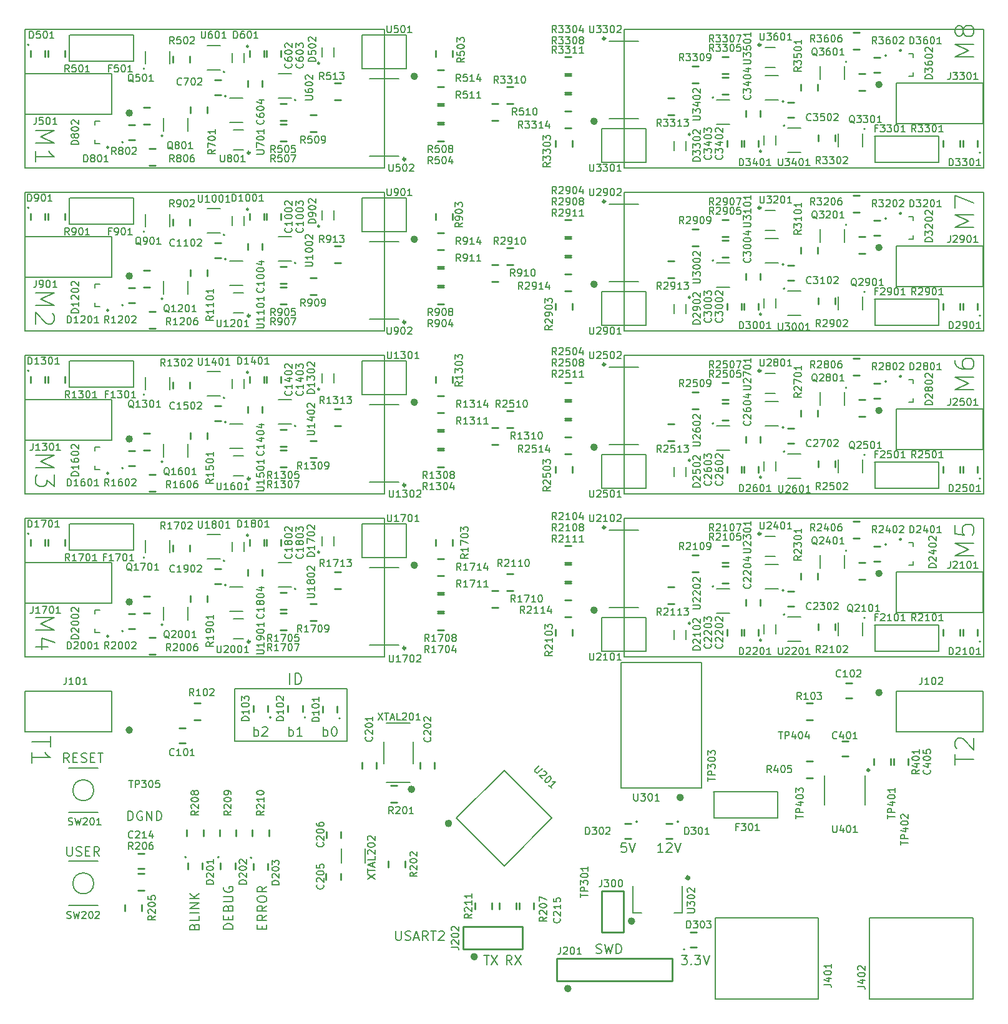
<source format=gto>
G04 #@! TF.GenerationSoftware,KiCad,Pcbnew,(5.0.2)-1*
G04 #@! TF.CreationDate,2019-01-18T21:24:51-05:00*
G04 #@! TF.ProjectId,Slave,536c6176-652e-46b6-9963-61645f706362,rev?*
G04 #@! TF.SameCoordinates,Original*
G04 #@! TF.FileFunction,Legend,Top*
G04 #@! TF.FilePolarity,Positive*
%FSLAX46Y46*%
G04 Gerber Fmt 4.6, Leading zero omitted, Abs format (unit mm)*
G04 Created by KiCad (PCBNEW (5.0.2)-1) date 1/18/2019 9:24:51 PM*
%MOMM*%
%LPD*%
G01*
G04 APERTURE LIST*
%ADD10C,0.203200*%
%ADD11C,0.200000*%
%ADD12C,0.508000*%
%ADD13C,0.150000*%
%ADD14C,0.254000*%
%ADD15C,0.250000*%
%ADD16C,0.127000*%
%ADD17C,0.350000*%
%ADD18C,0.500000*%
%ADD19C,0.300000*%
G04 APERTURE END LIST*
D10*
X214609047Y-145935238D02*
X214609047Y-144483809D01*
X217149047Y-145209523D02*
X214609047Y-145209523D01*
X214850952Y-143758095D02*
X214730000Y-143637142D01*
X214609047Y-143395238D01*
X214609047Y-142790476D01*
X214730000Y-142548571D01*
X214850952Y-142427619D01*
X215092857Y-142306666D01*
X215334761Y-142306666D01*
X215697619Y-142427619D01*
X217149047Y-143879047D01*
X217149047Y-142306666D01*
X91890952Y-142064761D02*
X91890952Y-143516190D01*
X89350952Y-142790476D02*
X91890952Y-142790476D01*
X89350952Y-145693333D02*
X89350952Y-144241904D01*
X89350952Y-144967619D02*
X91890952Y-144967619D01*
X91528095Y-144725714D01*
X91286190Y-144483809D01*
X91165238Y-144241904D01*
X217149047Y-49935190D02*
X214609047Y-49935190D01*
X216423333Y-49088523D01*
X214609047Y-48241857D01*
X217149047Y-48241857D01*
X215697619Y-46669476D02*
X215576666Y-46911380D01*
X215455714Y-47032333D01*
X215213809Y-47153285D01*
X215092857Y-47153285D01*
X214850952Y-47032333D01*
X214730000Y-46911380D01*
X214609047Y-46669476D01*
X214609047Y-46185666D01*
X214730000Y-45943761D01*
X214850952Y-45822809D01*
X215092857Y-45701857D01*
X215213809Y-45701857D01*
X215455714Y-45822809D01*
X215576666Y-45943761D01*
X215697619Y-46185666D01*
X215697619Y-46669476D01*
X215818571Y-46911380D01*
X215939523Y-47032333D01*
X216181428Y-47153285D01*
X216665238Y-47153285D01*
X216907142Y-47032333D01*
X217028095Y-46911380D01*
X217149047Y-46669476D01*
X217149047Y-46185666D01*
X217028095Y-45943761D01*
X216907142Y-45822809D01*
X216665238Y-45701857D01*
X216181428Y-45701857D01*
X215939523Y-45822809D01*
X215818571Y-45943761D01*
X215697619Y-46185666D01*
X217149047Y-73056190D02*
X214609047Y-73056190D01*
X216423333Y-72209523D01*
X214609047Y-71362857D01*
X217149047Y-71362857D01*
X214609047Y-70395238D02*
X214609047Y-68701904D01*
X217149047Y-69790476D01*
X217149047Y-95056190D02*
X214609047Y-95056190D01*
X216423333Y-94209523D01*
X214609047Y-93362857D01*
X217149047Y-93362857D01*
X214609047Y-91064761D02*
X214609047Y-91548571D01*
X214730000Y-91790476D01*
X214850952Y-91911428D01*
X215213809Y-92153333D01*
X215697619Y-92274285D01*
X216665238Y-92274285D01*
X216907142Y-92153333D01*
X217028095Y-92032380D01*
X217149047Y-91790476D01*
X217149047Y-91306666D01*
X217028095Y-91064761D01*
X216907142Y-90943809D01*
X216665238Y-90822857D01*
X216060476Y-90822857D01*
X215818571Y-90943809D01*
X215697619Y-91064761D01*
X215576666Y-91306666D01*
X215576666Y-91790476D01*
X215697619Y-92032380D01*
X215818571Y-92153333D01*
X216060476Y-92274285D01*
X217149047Y-117556190D02*
X214609047Y-117556190D01*
X216423333Y-116709523D01*
X214609047Y-115862857D01*
X217149047Y-115862857D01*
X214609047Y-113443809D02*
X214609047Y-114653333D01*
X215818571Y-114774285D01*
X215697619Y-114653333D01*
X215576666Y-114411428D01*
X215576666Y-113806666D01*
X215697619Y-113564761D01*
X215818571Y-113443809D01*
X216060476Y-113322857D01*
X216665238Y-113322857D01*
X216907142Y-113443809D01*
X217028095Y-113564761D01*
X217149047Y-113806666D01*
X217149047Y-114411428D01*
X217028095Y-114653333D01*
X216907142Y-114774285D01*
X89850952Y-125943809D02*
X92390952Y-125943809D01*
X90576666Y-126790476D01*
X92390952Y-127637142D01*
X89850952Y-127637142D01*
X91544285Y-129935238D02*
X89850952Y-129935238D01*
X92511904Y-129330476D02*
X90697619Y-128725714D01*
X90697619Y-130298095D01*
X89850952Y-103943809D02*
X92390952Y-103943809D01*
X90576666Y-104790476D01*
X92390952Y-105637142D01*
X89850952Y-105637142D01*
X92390952Y-106604761D02*
X92390952Y-108177142D01*
X91423333Y-107330476D01*
X91423333Y-107693333D01*
X91302380Y-107935238D01*
X91181428Y-108056190D01*
X90939523Y-108177142D01*
X90334761Y-108177142D01*
X90092857Y-108056190D01*
X89971904Y-107935238D01*
X89850952Y-107693333D01*
X89850952Y-106967619D01*
X89971904Y-106725714D01*
X90092857Y-106604761D01*
X89850952Y-81943809D02*
X92390952Y-81943809D01*
X90576666Y-82790476D01*
X92390952Y-83637142D01*
X89850952Y-83637142D01*
X92149047Y-84725714D02*
X92270000Y-84846666D01*
X92390952Y-85088571D01*
X92390952Y-85693333D01*
X92270000Y-85935238D01*
X92149047Y-86056190D01*
X91907142Y-86177142D01*
X91665238Y-86177142D01*
X91302380Y-86056190D01*
X89850952Y-84604761D01*
X89850952Y-86177142D01*
X89850952Y-59943809D02*
X92390952Y-59943809D01*
X90576666Y-60790476D01*
X92390952Y-61637142D01*
X89850952Y-61637142D01*
X89850952Y-64177142D02*
X89850952Y-62725714D01*
X89850952Y-63451428D02*
X92390952Y-63451428D01*
X92028095Y-63209523D01*
X91786190Y-62967619D01*
X91665238Y-62725714D01*
D11*
X116840000Y-142748000D02*
X116840000Y-135636000D01*
X132080000Y-142748000D02*
X116840000Y-142748000D01*
X132080000Y-135636000D02*
X132080000Y-142748000D01*
X116840000Y-135636000D02*
X132080000Y-135636000D01*
D10*
X119519095Y-142052523D02*
X119519095Y-140782523D01*
X119519095Y-141266333D02*
X119640047Y-141205857D01*
X119881952Y-141205857D01*
X120002904Y-141266333D01*
X120063380Y-141326809D01*
X120123857Y-141447761D01*
X120123857Y-141810619D01*
X120063380Y-141931571D01*
X120002904Y-141992047D01*
X119881952Y-142052523D01*
X119640047Y-142052523D01*
X119519095Y-141992047D01*
X120607666Y-140903476D02*
X120668142Y-140843000D01*
X120789095Y-140782523D01*
X121091476Y-140782523D01*
X121212428Y-140843000D01*
X121272904Y-140903476D01*
X121333380Y-141024428D01*
X121333380Y-141145380D01*
X121272904Y-141326809D01*
X120547190Y-142052523D01*
X121333380Y-142052523D01*
X124218095Y-142052523D02*
X124218095Y-140782523D01*
X124218095Y-141266333D02*
X124339047Y-141205857D01*
X124580952Y-141205857D01*
X124701904Y-141266333D01*
X124762380Y-141326809D01*
X124822857Y-141447761D01*
X124822857Y-141810619D01*
X124762380Y-141931571D01*
X124701904Y-141992047D01*
X124580952Y-142052523D01*
X124339047Y-142052523D01*
X124218095Y-141992047D01*
X126032380Y-142052523D02*
X125306666Y-142052523D01*
X125669523Y-142052523D02*
X125669523Y-140782523D01*
X125548571Y-140963952D01*
X125427619Y-141084904D01*
X125306666Y-141145380D01*
X128917095Y-142052523D02*
X128917095Y-140782523D01*
X128917095Y-141266333D02*
X129038047Y-141205857D01*
X129279952Y-141205857D01*
X129400904Y-141266333D01*
X129461380Y-141326809D01*
X129521857Y-141447761D01*
X129521857Y-141810619D01*
X129461380Y-141931571D01*
X129400904Y-141992047D01*
X129279952Y-142052523D01*
X129038047Y-142052523D01*
X128917095Y-141992047D01*
X130308047Y-140782523D02*
X130429000Y-140782523D01*
X130549952Y-140843000D01*
X130610428Y-140903476D01*
X130670904Y-141024428D01*
X130731380Y-141266333D01*
X130731380Y-141568714D01*
X130670904Y-141810619D01*
X130610428Y-141931571D01*
X130549952Y-141992047D01*
X130429000Y-142052523D01*
X130308047Y-142052523D01*
X130187095Y-141992047D01*
X130126619Y-141931571D01*
X130066142Y-141810619D01*
X130005666Y-141568714D01*
X130005666Y-141266333D01*
X130066142Y-141024428D01*
X130126619Y-140903476D01*
X130187095Y-140843000D01*
X130308047Y-140782523D01*
X124333000Y-135055428D02*
X124333000Y-133531428D01*
X125058714Y-135055428D02*
X125058714Y-133531428D01*
X125421571Y-133531428D01*
X125639285Y-133604000D01*
X125784428Y-133749142D01*
X125857000Y-133894285D01*
X125929571Y-134184571D01*
X125929571Y-134402285D01*
X125857000Y-134692571D01*
X125784428Y-134837714D01*
X125639285Y-134982857D01*
X125421571Y-135055428D01*
X125058714Y-135055428D01*
X138750523Y-168468523D02*
X138750523Y-169496619D01*
X138811000Y-169617571D01*
X138871476Y-169678047D01*
X138992428Y-169738523D01*
X139234333Y-169738523D01*
X139355285Y-169678047D01*
X139415761Y-169617571D01*
X139476238Y-169496619D01*
X139476238Y-168468523D01*
X140020523Y-169678047D02*
X140201952Y-169738523D01*
X140504333Y-169738523D01*
X140625285Y-169678047D01*
X140685761Y-169617571D01*
X140746238Y-169496619D01*
X140746238Y-169375666D01*
X140685761Y-169254714D01*
X140625285Y-169194238D01*
X140504333Y-169133761D01*
X140262428Y-169073285D01*
X140141476Y-169012809D01*
X140081000Y-168952333D01*
X140020523Y-168831380D01*
X140020523Y-168710428D01*
X140081000Y-168589476D01*
X140141476Y-168529000D01*
X140262428Y-168468523D01*
X140564809Y-168468523D01*
X140746238Y-168529000D01*
X141230047Y-169375666D02*
X141834809Y-169375666D01*
X141109095Y-169738523D02*
X141532428Y-168468523D01*
X141955761Y-169738523D01*
X143104809Y-169738523D02*
X142681476Y-169133761D01*
X142379095Y-169738523D02*
X142379095Y-168468523D01*
X142862904Y-168468523D01*
X142983857Y-168529000D01*
X143044333Y-168589476D01*
X143104809Y-168710428D01*
X143104809Y-168891857D01*
X143044333Y-169012809D01*
X142983857Y-169073285D01*
X142862904Y-169133761D01*
X142379095Y-169133761D01*
X143467666Y-168468523D02*
X144193380Y-168468523D01*
X143830523Y-169738523D02*
X143830523Y-168468523D01*
X144556238Y-168589476D02*
X144616714Y-168529000D01*
X144737666Y-168468523D01*
X145040047Y-168468523D01*
X145161000Y-168529000D01*
X145221476Y-168589476D01*
X145281952Y-168710428D01*
X145281952Y-168831380D01*
X145221476Y-169012809D01*
X144495761Y-169738523D01*
X145281952Y-169738523D01*
X150670380Y-171770523D02*
X151396095Y-171770523D01*
X151033238Y-173040523D02*
X151033238Y-171770523D01*
X151698476Y-171770523D02*
X152545142Y-173040523D01*
X152545142Y-171770523D02*
X151698476Y-173040523D01*
X154474333Y-173040523D02*
X154051000Y-172435761D01*
X153748619Y-173040523D02*
X153748619Y-171770523D01*
X154232428Y-171770523D01*
X154353380Y-171831000D01*
X154413857Y-171891476D01*
X154474333Y-172012428D01*
X154474333Y-172193857D01*
X154413857Y-172314809D01*
X154353380Y-172375285D01*
X154232428Y-172435761D01*
X153748619Y-172435761D01*
X154897666Y-171770523D02*
X155744333Y-173040523D01*
X155744333Y-171770523D02*
X154897666Y-173040523D01*
X165916428Y-171456047D02*
X166097857Y-171516523D01*
X166400238Y-171516523D01*
X166521190Y-171456047D01*
X166581666Y-171395571D01*
X166642142Y-171274619D01*
X166642142Y-171153666D01*
X166581666Y-171032714D01*
X166521190Y-170972238D01*
X166400238Y-170911761D01*
X166158333Y-170851285D01*
X166037380Y-170790809D01*
X165976904Y-170730333D01*
X165916428Y-170609380D01*
X165916428Y-170488428D01*
X165976904Y-170367476D01*
X166037380Y-170307000D01*
X166158333Y-170246523D01*
X166460714Y-170246523D01*
X166642142Y-170307000D01*
X167065476Y-170246523D02*
X167367857Y-171516523D01*
X167609761Y-170609380D01*
X167851666Y-171516523D01*
X168154047Y-170246523D01*
X168637857Y-171516523D02*
X168637857Y-170246523D01*
X168940238Y-170246523D01*
X169121666Y-170307000D01*
X169242619Y-170427952D01*
X169303095Y-170548904D01*
X169363571Y-170790809D01*
X169363571Y-170972238D01*
X169303095Y-171214142D01*
X169242619Y-171335095D01*
X169121666Y-171456047D01*
X168940238Y-171516523D01*
X168637857Y-171516523D01*
X120559285Y-168196380D02*
X120559285Y-167773047D01*
X121224523Y-167591619D02*
X121224523Y-168196380D01*
X119954523Y-168196380D01*
X119954523Y-167591619D01*
X121224523Y-166321619D02*
X120619761Y-166744952D01*
X121224523Y-167047333D02*
X119954523Y-167047333D01*
X119954523Y-166563523D01*
X120015000Y-166442571D01*
X120075476Y-166382095D01*
X120196428Y-166321619D01*
X120377857Y-166321619D01*
X120498809Y-166382095D01*
X120559285Y-166442571D01*
X120619761Y-166563523D01*
X120619761Y-167047333D01*
X121224523Y-165051619D02*
X120619761Y-165474952D01*
X121224523Y-165777333D02*
X119954523Y-165777333D01*
X119954523Y-165293523D01*
X120015000Y-165172571D01*
X120075476Y-165112095D01*
X120196428Y-165051619D01*
X120377857Y-165051619D01*
X120498809Y-165112095D01*
X120559285Y-165172571D01*
X120619761Y-165293523D01*
X120619761Y-165777333D01*
X119954523Y-164265428D02*
X119954523Y-164023523D01*
X120015000Y-163902571D01*
X120135952Y-163781619D01*
X120377857Y-163721142D01*
X120801190Y-163721142D01*
X121043095Y-163781619D01*
X121164047Y-163902571D01*
X121224523Y-164023523D01*
X121224523Y-164265428D01*
X121164047Y-164386380D01*
X121043095Y-164507333D01*
X120801190Y-164567809D01*
X120377857Y-164567809D01*
X120135952Y-164507333D01*
X120015000Y-164386380D01*
X119954523Y-164265428D01*
X121224523Y-162451142D02*
X120619761Y-162874476D01*
X121224523Y-163176857D02*
X119954523Y-163176857D01*
X119954523Y-162693047D01*
X120015000Y-162572095D01*
X120075476Y-162511619D01*
X120196428Y-162451142D01*
X120377857Y-162451142D01*
X120498809Y-162511619D01*
X120559285Y-162572095D01*
X120619761Y-162693047D01*
X120619761Y-163176857D01*
X116652523Y-168196380D02*
X115382523Y-168196380D01*
X115382523Y-167894000D01*
X115443000Y-167712571D01*
X115563952Y-167591619D01*
X115684904Y-167531142D01*
X115926809Y-167470666D01*
X116108238Y-167470666D01*
X116350142Y-167531142D01*
X116471095Y-167591619D01*
X116592047Y-167712571D01*
X116652523Y-167894000D01*
X116652523Y-168196380D01*
X115987285Y-166926380D02*
X115987285Y-166503047D01*
X116652523Y-166321619D02*
X116652523Y-166926380D01*
X115382523Y-166926380D01*
X115382523Y-166321619D01*
X115987285Y-165354000D02*
X116047761Y-165172571D01*
X116108238Y-165112095D01*
X116229190Y-165051619D01*
X116410619Y-165051619D01*
X116531571Y-165112095D01*
X116592047Y-165172571D01*
X116652523Y-165293523D01*
X116652523Y-165777333D01*
X115382523Y-165777333D01*
X115382523Y-165354000D01*
X115443000Y-165233047D01*
X115503476Y-165172571D01*
X115624428Y-165112095D01*
X115745380Y-165112095D01*
X115866333Y-165172571D01*
X115926809Y-165233047D01*
X115987285Y-165354000D01*
X115987285Y-165777333D01*
X115382523Y-164507333D02*
X116410619Y-164507333D01*
X116531571Y-164446857D01*
X116592047Y-164386380D01*
X116652523Y-164265428D01*
X116652523Y-164023523D01*
X116592047Y-163902571D01*
X116531571Y-163842095D01*
X116410619Y-163781619D01*
X115382523Y-163781619D01*
X115443000Y-162511619D02*
X115382523Y-162632571D01*
X115382523Y-162814000D01*
X115443000Y-162995428D01*
X115563952Y-163116380D01*
X115684904Y-163176857D01*
X115926809Y-163237333D01*
X116108238Y-163237333D01*
X116350142Y-163176857D01*
X116471095Y-163116380D01*
X116592047Y-162995428D01*
X116652523Y-162814000D01*
X116652523Y-162693047D01*
X116592047Y-162511619D01*
X116531571Y-162451142D01*
X116108238Y-162451142D01*
X116108238Y-162693047D01*
X111415285Y-167887952D02*
X111475761Y-167706523D01*
X111536238Y-167646047D01*
X111657190Y-167585571D01*
X111838619Y-167585571D01*
X111959571Y-167646047D01*
X112020047Y-167706523D01*
X112080523Y-167827476D01*
X112080523Y-168311285D01*
X110810523Y-168311285D01*
X110810523Y-167887952D01*
X110871000Y-167767000D01*
X110931476Y-167706523D01*
X111052428Y-167646047D01*
X111173380Y-167646047D01*
X111294333Y-167706523D01*
X111354809Y-167767000D01*
X111415285Y-167887952D01*
X111415285Y-168311285D01*
X112080523Y-166436523D02*
X112080523Y-167041285D01*
X110810523Y-167041285D01*
X112080523Y-166013190D02*
X110810523Y-166013190D01*
X112080523Y-165408428D02*
X110810523Y-165408428D01*
X112080523Y-164682714D01*
X110810523Y-164682714D01*
X112080523Y-164077952D02*
X110810523Y-164077952D01*
X112080523Y-163352238D02*
X111354809Y-163896523D01*
X110810523Y-163352238D02*
X111536238Y-164077952D01*
D11*
X88392000Y-109220000D02*
X88392000Y-90424000D01*
X218440000Y-131318000D02*
X169672000Y-131318000D01*
D10*
X102380142Y-153482523D02*
X102380142Y-152212523D01*
X102682523Y-152212523D01*
X102863952Y-152273000D01*
X102984904Y-152393952D01*
X103045380Y-152514904D01*
X103105857Y-152756809D01*
X103105857Y-152938238D01*
X103045380Y-153180142D01*
X102984904Y-153301095D01*
X102863952Y-153422047D01*
X102682523Y-153482523D01*
X102380142Y-153482523D01*
X104315380Y-152273000D02*
X104194428Y-152212523D01*
X104013000Y-152212523D01*
X103831571Y-152273000D01*
X103710619Y-152393952D01*
X103650142Y-152514904D01*
X103589666Y-152756809D01*
X103589666Y-152938238D01*
X103650142Y-153180142D01*
X103710619Y-153301095D01*
X103831571Y-153422047D01*
X104013000Y-153482523D01*
X104133952Y-153482523D01*
X104315380Y-153422047D01*
X104375857Y-153361571D01*
X104375857Y-152938238D01*
X104133952Y-152938238D01*
X104920142Y-153482523D02*
X104920142Y-152212523D01*
X105645857Y-153482523D01*
X105645857Y-152212523D01*
X106250619Y-153482523D02*
X106250619Y-152212523D01*
X106553000Y-152212523D01*
X106734428Y-152273000D01*
X106855380Y-152393952D01*
X106915857Y-152514904D01*
X106976333Y-152756809D01*
X106976333Y-152938238D01*
X106915857Y-153180142D01*
X106855380Y-153301095D01*
X106734428Y-153422047D01*
X106553000Y-153482523D01*
X106250619Y-153482523D01*
X177449238Y-171770523D02*
X178235428Y-171770523D01*
X177812095Y-172254333D01*
X177993523Y-172254333D01*
X178114476Y-172314809D01*
X178174952Y-172375285D01*
X178235428Y-172496238D01*
X178235428Y-172798619D01*
X178174952Y-172919571D01*
X178114476Y-172980047D01*
X177993523Y-173040523D01*
X177630666Y-173040523D01*
X177509714Y-172980047D01*
X177449238Y-172919571D01*
X178779714Y-172919571D02*
X178840190Y-172980047D01*
X178779714Y-173040523D01*
X178719238Y-172980047D01*
X178779714Y-172919571D01*
X178779714Y-173040523D01*
X179263523Y-171770523D02*
X180049714Y-171770523D01*
X179626380Y-172254333D01*
X179807809Y-172254333D01*
X179928761Y-172314809D01*
X179989238Y-172375285D01*
X180049714Y-172496238D01*
X180049714Y-172798619D01*
X179989238Y-172919571D01*
X179928761Y-172980047D01*
X179807809Y-173040523D01*
X179444952Y-173040523D01*
X179324000Y-172980047D01*
X179263523Y-172919571D01*
X180412571Y-171770523D02*
X180835904Y-173040523D01*
X181259238Y-171770523D01*
X169938095Y-156530523D02*
X169333333Y-156530523D01*
X169272857Y-157135285D01*
X169333333Y-157074809D01*
X169454285Y-157014333D01*
X169756666Y-157014333D01*
X169877619Y-157074809D01*
X169938095Y-157135285D01*
X169998571Y-157256238D01*
X169998571Y-157558619D01*
X169938095Y-157679571D01*
X169877619Y-157740047D01*
X169756666Y-157800523D01*
X169454285Y-157800523D01*
X169333333Y-157740047D01*
X169272857Y-157679571D01*
X170361428Y-156530523D02*
X170784761Y-157800523D01*
X171208095Y-156530523D01*
X174981809Y-157800523D02*
X174256095Y-157800523D01*
X174618952Y-157800523D02*
X174618952Y-156530523D01*
X174498000Y-156711952D01*
X174377047Y-156832904D01*
X174256095Y-156893380D01*
X175465619Y-156651476D02*
X175526095Y-156591000D01*
X175647047Y-156530523D01*
X175949428Y-156530523D01*
X176070380Y-156591000D01*
X176130857Y-156651476D01*
X176191333Y-156772428D01*
X176191333Y-156893380D01*
X176130857Y-157074809D01*
X175405142Y-157800523D01*
X176191333Y-157800523D01*
X176554190Y-156530523D02*
X176977523Y-157800523D01*
X177400857Y-156530523D01*
X94088857Y-157038523D02*
X94088857Y-158066619D01*
X94149333Y-158187571D01*
X94209809Y-158248047D01*
X94330761Y-158308523D01*
X94572666Y-158308523D01*
X94693619Y-158248047D01*
X94754095Y-158187571D01*
X94814571Y-158066619D01*
X94814571Y-157038523D01*
X95358857Y-158248047D02*
X95540285Y-158308523D01*
X95842666Y-158308523D01*
X95963619Y-158248047D01*
X96024095Y-158187571D01*
X96084571Y-158066619D01*
X96084571Y-157945666D01*
X96024095Y-157824714D01*
X95963619Y-157764238D01*
X95842666Y-157703761D01*
X95600761Y-157643285D01*
X95479809Y-157582809D01*
X95419333Y-157522333D01*
X95358857Y-157401380D01*
X95358857Y-157280428D01*
X95419333Y-157159476D01*
X95479809Y-157099000D01*
X95600761Y-157038523D01*
X95903142Y-157038523D01*
X96084571Y-157099000D01*
X96628857Y-157643285D02*
X97052190Y-157643285D01*
X97233619Y-158308523D02*
X96628857Y-158308523D01*
X96628857Y-157038523D01*
X97233619Y-157038523D01*
X98503619Y-158308523D02*
X98080285Y-157703761D01*
X97777904Y-158308523D02*
X97777904Y-157038523D01*
X98261714Y-157038523D01*
X98382666Y-157099000D01*
X98443142Y-157159476D01*
X98503619Y-157280428D01*
X98503619Y-157461857D01*
X98443142Y-157582809D01*
X98382666Y-157643285D01*
X98261714Y-157703761D01*
X97777904Y-157703761D01*
X94421476Y-145608523D02*
X93998142Y-145003761D01*
X93695761Y-145608523D02*
X93695761Y-144338523D01*
X94179571Y-144338523D01*
X94300523Y-144399000D01*
X94361000Y-144459476D01*
X94421476Y-144580428D01*
X94421476Y-144761857D01*
X94361000Y-144882809D01*
X94300523Y-144943285D01*
X94179571Y-145003761D01*
X93695761Y-145003761D01*
X94965761Y-144943285D02*
X95389095Y-144943285D01*
X95570523Y-145608523D02*
X94965761Y-145608523D01*
X94965761Y-144338523D01*
X95570523Y-144338523D01*
X96054333Y-145548047D02*
X96235761Y-145608523D01*
X96538142Y-145608523D01*
X96659095Y-145548047D01*
X96719571Y-145487571D01*
X96780047Y-145366619D01*
X96780047Y-145245666D01*
X96719571Y-145124714D01*
X96659095Y-145064238D01*
X96538142Y-145003761D01*
X96296238Y-144943285D01*
X96175285Y-144882809D01*
X96114809Y-144822333D01*
X96054333Y-144701380D01*
X96054333Y-144580428D01*
X96114809Y-144459476D01*
X96175285Y-144399000D01*
X96296238Y-144338523D01*
X96598619Y-144338523D01*
X96780047Y-144399000D01*
X97324333Y-144943285D02*
X97747666Y-144943285D01*
X97929095Y-145608523D02*
X97324333Y-145608523D01*
X97324333Y-144338523D01*
X97929095Y-144338523D01*
X98291952Y-144338523D02*
X99017666Y-144338523D01*
X98654809Y-145608523D02*
X98654809Y-144338523D01*
D11*
X169672000Y-65024000D02*
X169672000Y-46228000D01*
X218440000Y-65024000D02*
X169672000Y-65024000D01*
X218440000Y-46228000D02*
X218440000Y-65024000D01*
X169672000Y-46228000D02*
X218440000Y-46228000D01*
X169672000Y-68326000D02*
X218440000Y-68326000D01*
X218440000Y-87122000D02*
X169672000Y-87122000D01*
X169672000Y-87122000D02*
X169672000Y-68326000D01*
X218440000Y-68326000D02*
X218440000Y-87122000D01*
X218440000Y-109220000D02*
X169672000Y-109220000D01*
X218440000Y-90424000D02*
X218440000Y-109220000D01*
X169672000Y-90424000D02*
X218440000Y-90424000D01*
X169672000Y-109220000D02*
X169672000Y-90424000D01*
X169672000Y-131318000D02*
X169672000Y-112522000D01*
X218440000Y-112522000D02*
X218440000Y-131318000D01*
X218440000Y-131318000D02*
X169672000Y-131318000D01*
X169672000Y-112522000D02*
X218440000Y-112522000D01*
X137160000Y-131318000D02*
X88392000Y-131318000D01*
X88392000Y-131318000D02*
X88392000Y-112522000D01*
X88392000Y-112522000D02*
X137160000Y-112522000D01*
X137160000Y-112522000D02*
X137160000Y-131318000D01*
X137160000Y-90424000D02*
X137160000Y-109220000D01*
X137160000Y-109220000D02*
X88392000Y-109220000D01*
X88392000Y-90424000D02*
X137160000Y-90424000D01*
X137160000Y-68326000D02*
X137160000Y-87122000D01*
X88392000Y-68326000D02*
X137160000Y-68326000D01*
X88392000Y-87122000D02*
X88392000Y-68326000D01*
X137160000Y-87122000D02*
X88392000Y-87122000D01*
X88392000Y-46228000D02*
X137160000Y-46228000D01*
X88392000Y-65024000D02*
X88392000Y-46228000D01*
X137160000Y-65024000D02*
X88392000Y-65024000D01*
X137160000Y-46228000D02*
X137160000Y-65024000D01*
D12*
G04 #@! TO.C,U501*
X141478000Y-52578000D02*
G75*
G03X141478000Y-52578000I-254000J0D01*
G01*
D13*
X140160000Y-51576000D02*
X134160000Y-51576000D01*
X140160000Y-46976000D02*
X140160000Y-51576000D01*
X134160000Y-46976000D02*
X140160000Y-46976000D01*
X134160000Y-51576000D02*
X134160000Y-46976000D01*
D10*
G04 #@! TO.C,U201*
X153416000Y-146696216D02*
X146950216Y-153162000D01*
X146950216Y-153162000D02*
X153416000Y-159627784D01*
X153416000Y-159627784D02*
X159881784Y-153162000D01*
X159881784Y-153162000D02*
X153416000Y-146696216D01*
D12*
X146126586Y-153880420D02*
G75*
G03X146126586Y-153880420I-254001J0D01*
G01*
D14*
G04 #@! TO.C,R3310*
X154594000Y-56245000D02*
X153744000Y-56245000D01*
X154594000Y-53991000D02*
X153744000Y-53991000D01*
G04 #@! TO.C,R3304*
X162468000Y-52181000D02*
X161618000Y-52181000D01*
X162468000Y-49927000D02*
X161618000Y-49927000D01*
G04 #@! TO.C,R3308*
X162486000Y-54721000D02*
X161636000Y-54721000D01*
X162486000Y-52467000D02*
X161636000Y-52467000D01*
G04 #@! TO.C,R3314*
X161618000Y-57293000D02*
X162468000Y-57293000D01*
X161618000Y-59547000D02*
X162468000Y-59547000D01*
G04 #@! TO.C,R3311*
X162468000Y-57261000D02*
X161618000Y-57261000D01*
X162468000Y-55007000D02*
X161618000Y-55007000D01*
G04 #@! TO.C,R2910*
X154594000Y-78089000D02*
X153744000Y-78089000D01*
X154594000Y-75835000D02*
X153744000Y-75835000D01*
G04 #@! TO.C,R2904*
X162468000Y-74279000D02*
X161618000Y-74279000D01*
X162468000Y-72025000D02*
X161618000Y-72025000D01*
G04 #@! TO.C,R2911*
X162468000Y-79359000D02*
X161618000Y-79359000D01*
X162468000Y-77105000D02*
X161618000Y-77105000D01*
G04 #@! TO.C,R2914*
X161618000Y-79391000D02*
X162468000Y-79391000D01*
X161618000Y-81645000D02*
X162468000Y-81645000D01*
G04 #@! TO.C,R2908*
X162486000Y-76819000D02*
X161636000Y-76819000D01*
X162486000Y-74565000D02*
X161636000Y-74565000D01*
G04 #@! TO.C,R2510*
X154612000Y-100187000D02*
X153762000Y-100187000D01*
X154612000Y-97933000D02*
X153762000Y-97933000D01*
G04 #@! TO.C,R2504*
X162468000Y-96377000D02*
X161618000Y-96377000D01*
X162468000Y-94123000D02*
X161618000Y-94123000D01*
G04 #@! TO.C,R2514*
X161618000Y-101489000D02*
X162468000Y-101489000D01*
X161618000Y-103743000D02*
X162468000Y-103743000D01*
G04 #@! TO.C,R2508*
X162486000Y-98917000D02*
X161636000Y-98917000D01*
X162486000Y-96663000D02*
X161636000Y-96663000D01*
G04 #@! TO.C,R2511*
X162468000Y-101457000D02*
X161618000Y-101457000D01*
X162468000Y-99203000D02*
X161618000Y-99203000D01*
G04 #@! TO.C,R2110*
X154594000Y-122285000D02*
X153744000Y-122285000D01*
X154594000Y-120031000D02*
X153744000Y-120031000D01*
G04 #@! TO.C,R2104*
X162468000Y-118475000D02*
X161618000Y-118475000D01*
X162468000Y-116221000D02*
X161618000Y-116221000D01*
G04 #@! TO.C,R2111*
X162468000Y-123555000D02*
X161618000Y-123555000D01*
X162468000Y-121301000D02*
X161618000Y-121301000D01*
G04 #@! TO.C,R2108*
X162486000Y-121015000D02*
X161636000Y-121015000D01*
X162486000Y-118761000D02*
X161636000Y-118761000D01*
G04 #@! TO.C,R2114*
X161618000Y-123587000D02*
X162468000Y-123587000D01*
X161618000Y-125841000D02*
X162468000Y-125841000D01*
G04 #@! TO.C,R1710*
X151712000Y-122317000D02*
X152562000Y-122317000D01*
X151712000Y-124571000D02*
X152562000Y-124571000D01*
G04 #@! TO.C,R1704*
X144364000Y-125365000D02*
X145214000Y-125365000D01*
X144364000Y-127619000D02*
X145214000Y-127619000D01*
G04 #@! TO.C,R1711*
X144364000Y-120285000D02*
X145214000Y-120285000D01*
X144364000Y-122539000D02*
X145214000Y-122539000D01*
G04 #@! TO.C,R1714*
X145214000Y-120253000D02*
X144364000Y-120253000D01*
X145214000Y-117999000D02*
X144364000Y-117999000D01*
G04 #@! TO.C,R1708*
X144346000Y-122825000D02*
X145196000Y-122825000D01*
X144346000Y-125079000D02*
X145196000Y-125079000D01*
G04 #@! TO.C,R1310*
X151730000Y-100219000D02*
X152580000Y-100219000D01*
X151730000Y-102473000D02*
X152580000Y-102473000D01*
G04 #@! TO.C,R1314*
X145214000Y-98155000D02*
X144364000Y-98155000D01*
X145214000Y-95901000D02*
X144364000Y-95901000D01*
G04 #@! TO.C,R1304*
X144364000Y-103267000D02*
X145214000Y-103267000D01*
X144364000Y-105521000D02*
X145214000Y-105521000D01*
G04 #@! TO.C,R1311*
X144364000Y-98187000D02*
X145214000Y-98187000D01*
X144364000Y-100441000D02*
X145214000Y-100441000D01*
G04 #@! TO.C,R1308*
X144346000Y-100727000D02*
X145196000Y-100727000D01*
X144346000Y-102981000D02*
X145196000Y-102981000D01*
G04 #@! TO.C,R910*
X151730000Y-78121000D02*
X152580000Y-78121000D01*
X151730000Y-80375000D02*
X152580000Y-80375000D01*
G04 #@! TO.C,R904*
X144364000Y-81169000D02*
X145214000Y-81169000D01*
X144364000Y-83423000D02*
X145214000Y-83423000D01*
G04 #@! TO.C,R914*
X145214000Y-76057000D02*
X144364000Y-76057000D01*
X145214000Y-73803000D02*
X144364000Y-73803000D01*
G04 #@! TO.C,R911*
X144364000Y-76089000D02*
X145214000Y-76089000D01*
X144364000Y-78343000D02*
X145214000Y-78343000D01*
G04 #@! TO.C,R908*
X144346000Y-78629000D02*
X145196000Y-78629000D01*
X144346000Y-80883000D02*
X145196000Y-80883000D01*
D15*
G04 #@! TO.C,D3602*
X207291803Y-49054000D02*
G75*
G03X207291803Y-49054000I-111803J0D01*
G01*
D10*
X208930000Y-52554000D02*
X208280000Y-52554000D01*
X208930000Y-49554000D02*
X208280000Y-49554000D01*
X208930000Y-50038000D02*
X208930000Y-49554000D01*
X208930000Y-52070000D02*
X208930000Y-52554000D01*
D11*
G04 #@! TO.C,Q3601*
X199916062Y-50603000D02*
G75*
G03X199916062Y-50603000I-104062J0D01*
G01*
D10*
X196280000Y-52985000D02*
X196280000Y-51235000D01*
X199584000Y-52985000D02*
X199584000Y-51235000D01*
D14*
G04 #@! TO.C,R3602*
X201496000Y-52213000D02*
X202346000Y-52213000D01*
X201496000Y-54467000D02*
X202346000Y-54467000D01*
G04 #@! TO.C,R3501*
X193691000Y-54536000D02*
X193691000Y-53686000D01*
X195945000Y-54536000D02*
X195945000Y-53686000D01*
D10*
G04 #@! TO.C,D3601*
X205279980Y-49754000D02*
G75*
G03X205279980Y-49754000I-101980J0D01*
G01*
D14*
X204378000Y-52054000D02*
X203528000Y-52054000D01*
X204378000Y-50054000D02*
X203528000Y-50054000D01*
G04 #@! TO.C,R3606*
X200734000Y-46625000D02*
X201584000Y-46625000D01*
X200734000Y-48879000D02*
X201584000Y-48879000D01*
D12*
G04 #@! TO.C,J3301*
X204516000Y-53698000D02*
G75*
G03X204516000Y-53698000I-250000J0D01*
G01*
D10*
X206626000Y-58988000D02*
X206626000Y-53488000D01*
X218426000Y-58988000D02*
X218426000Y-53488000D01*
X206626000Y-53488000D02*
X218426000Y-53488000D01*
X206626000Y-58988000D02*
X218426000Y-58988000D01*
D11*
G04 #@! TO.C,Q3301*
X202396703Y-59714987D02*
G75*
G03X202396703Y-59714987I-104062J0D01*
G01*
D10*
X198760641Y-62096987D02*
X198760641Y-60346987D01*
X202064641Y-62096987D02*
X202064641Y-60346987D01*
D14*
G04 #@! TO.C,R3302*
X198303641Y-60511987D02*
X198303641Y-61361987D01*
X196049641Y-60511987D02*
X196049641Y-61361987D01*
G04 #@! TO.C,R3301*
X212995000Y-62138000D02*
X212995000Y-61288000D01*
X215249000Y-62138000D02*
X215249000Y-61288000D01*
D10*
G04 #@! TO.C,D3301*
X218063980Y-62956000D02*
G75*
G03X218063980Y-62956000I-101980J0D01*
G01*
D14*
X215662000Y-62156000D02*
X215662000Y-61306000D01*
X217662000Y-62156000D02*
X217662000Y-61306000D01*
G04 #@! TO.C,C3403*
X185658000Y-61288000D02*
X185658000Y-62138000D01*
X183658000Y-61288000D02*
X183658000Y-62138000D01*
D11*
G04 #@! TO.C,U3401*
X191513703Y-59264000D02*
G75*
G03X191513703Y-59264000I-107703J0D01*
G01*
D10*
X193661000Y-62866000D02*
X191911000Y-62866000D01*
X193661000Y-59562000D02*
X191911000Y-59562000D01*
D14*
G04 #@! TO.C,D3401*
X188339300Y-62738000D02*
G75*
G03X188339300Y-62738000I-125300J0D01*
G01*
D16*
X190284000Y-61864000D02*
X190284000Y-60564000D01*
X188684000Y-60564000D02*
X188684000Y-61864000D01*
D14*
G04 #@! TO.C,C3402*
X187944000Y-61288000D02*
X187944000Y-62138000D01*
X185944000Y-61288000D02*
X185944000Y-62138000D01*
G04 #@! TO.C,D3302*
X178687300Y-60452000D02*
G75*
G03X178687300Y-60452000I-125300J0D01*
G01*
D16*
X176492000Y-61326000D02*
X176492000Y-62626000D01*
X178092000Y-62626000D02*
X178092000Y-61326000D01*
D14*
G04 #@! TO.C,R3309*
X179740000Y-53451000D02*
X178890000Y-53451000D01*
X179740000Y-51197000D02*
X178890000Y-51197000D01*
D17*
G04 #@! TO.C,U3302*
X167138433Y-47446000D02*
G75*
G03X167138433Y-47446000I-166433J0D01*
G01*
D10*
X167672000Y-47832000D02*
X171672000Y-47832000D01*
X167672000Y-58340000D02*
X171672000Y-58340000D01*
D12*
G04 #@! TO.C,U3301*
X165862000Y-58674000D02*
G75*
G03X165862000Y-58674000I-254000J0D01*
G01*
D13*
X166672000Y-59676000D02*
X172672000Y-59676000D01*
X166672000Y-64276000D02*
X166672000Y-59676000D01*
X172672000Y-64276000D02*
X166672000Y-64276000D01*
X172672000Y-59676000D02*
X172672000Y-64276000D01*
D14*
G04 #@! TO.C,R3313*
X175588000Y-55515000D02*
X176438000Y-55515000D01*
X175588000Y-57769000D02*
X176438000Y-57769000D01*
G04 #@! TO.C,R3303*
X162671000Y-61288000D02*
X162671000Y-62138000D01*
X160417000Y-61288000D02*
X160417000Y-62138000D01*
G04 #@! TO.C,C3404*
X186198000Y-58092000D02*
X186198000Y-57242000D01*
X188198000Y-58092000D02*
X188198000Y-57242000D01*
D17*
G04 #@! TO.C,U3601*
X188221245Y-48314000D02*
G75*
G03X188221245Y-48314000I-161245J0D01*
G01*
D10*
X188809000Y-48684000D02*
X190159000Y-48684000D01*
X188809000Y-51392000D02*
X190159000Y-51392000D01*
D14*
G04 #@! TO.C,C3502*
X191844000Y-56150000D02*
X192694000Y-56150000D01*
X191844000Y-58150000D02*
X192694000Y-58150000D01*
D11*
G04 #@! TO.C,U3402*
X181861703Y-55454000D02*
G75*
G03X181861703Y-55454000I-107703J0D01*
G01*
D10*
X184009000Y-59056000D02*
X182259000Y-59056000D01*
X184009000Y-55752000D02*
X182259000Y-55752000D01*
D14*
G04 #@! TO.C,R3305*
X183822000Y-54975000D02*
X182972000Y-54975000D01*
X183822000Y-52721000D02*
X182972000Y-52721000D01*
G04 #@! TO.C,R3307*
X183822000Y-52181000D02*
X182972000Y-52181000D01*
X183822000Y-49927000D02*
X182972000Y-49927000D01*
D11*
G04 #@! TO.C,U3501*
X191349062Y-55982000D02*
G75*
G03X191349062Y-55982000I-104062J0D01*
G01*
D10*
X188863000Y-52450000D02*
X190613000Y-52450000D01*
X188863000Y-55754000D02*
X190613000Y-55754000D01*
G04 #@! TO.C,D3201*
X205279980Y-71852000D02*
G75*
G03X205279980Y-71852000I-101980J0D01*
G01*
D14*
X204378000Y-74152000D02*
X203528000Y-74152000D01*
X204378000Y-72152000D02*
X203528000Y-72152000D01*
G04 #@! TO.C,R3202*
X201496000Y-74311000D02*
X202346000Y-74311000D01*
X201496000Y-76565000D02*
X202346000Y-76565000D01*
D11*
G04 #@! TO.C,Q3201*
X199916062Y-72701000D02*
G75*
G03X199916062Y-72701000I-104062J0D01*
G01*
D10*
X196280000Y-75083000D02*
X196280000Y-73333000D01*
X199584000Y-75083000D02*
X199584000Y-73333000D01*
D11*
G04 #@! TO.C,Q2901*
X202396703Y-81812987D02*
G75*
G03X202396703Y-81812987I-104062J0D01*
G01*
D10*
X198760641Y-84194987D02*
X198760641Y-82444987D01*
X202064641Y-84194987D02*
X202064641Y-82444987D01*
D14*
G04 #@! TO.C,R2902*
X198303641Y-82609987D02*
X198303641Y-83459987D01*
X196049641Y-82609987D02*
X196049641Y-83459987D01*
G04 #@! TO.C,R2907*
X183822000Y-74279000D02*
X182972000Y-74279000D01*
X183822000Y-72025000D02*
X182972000Y-72025000D01*
G04 #@! TO.C,R2905*
X183822000Y-77073000D02*
X182972000Y-77073000D01*
X183822000Y-74819000D02*
X182972000Y-74819000D01*
D11*
G04 #@! TO.C,U3002*
X181861703Y-77552000D02*
G75*
G03X181861703Y-77552000I-107703J0D01*
G01*
D10*
X184009000Y-81154000D02*
X182259000Y-81154000D01*
X184009000Y-77850000D02*
X182259000Y-77850000D01*
D11*
G04 #@! TO.C,U3101*
X191349062Y-78080000D02*
G75*
G03X191349062Y-78080000I-104062J0D01*
G01*
D10*
X188863000Y-74548000D02*
X190613000Y-74548000D01*
X188863000Y-77852000D02*
X190613000Y-77852000D01*
D14*
G04 #@! TO.C,R3101*
X193691000Y-76634000D02*
X193691000Y-75784000D01*
X195945000Y-76634000D02*
X195945000Y-75784000D01*
G04 #@! TO.C,C3102*
X191844000Y-78248000D02*
X192694000Y-78248000D01*
X191844000Y-80248000D02*
X192694000Y-80248000D01*
D17*
G04 #@! TO.C,U3201*
X188221245Y-70412000D02*
G75*
G03X188221245Y-70412000I-161245J0D01*
G01*
D10*
X188809000Y-70782000D02*
X190159000Y-70782000D01*
X188809000Y-73490000D02*
X190159000Y-73490000D01*
D14*
G04 #@! TO.C,C3004*
X186198000Y-80190000D02*
X186198000Y-79340000D01*
X188198000Y-80190000D02*
X188198000Y-79340000D01*
G04 #@! TO.C,C3002*
X187944000Y-83386000D02*
X187944000Y-84236000D01*
X185944000Y-83386000D02*
X185944000Y-84236000D01*
D11*
G04 #@! TO.C,U3001*
X191513703Y-81362000D02*
G75*
G03X191513703Y-81362000I-107703J0D01*
G01*
D10*
X193661000Y-84964000D02*
X191911000Y-84964000D01*
X193661000Y-81660000D02*
X191911000Y-81660000D01*
D14*
G04 #@! TO.C,C3003*
X185658000Y-83386000D02*
X185658000Y-84236000D01*
X183658000Y-83386000D02*
X183658000Y-84236000D01*
G04 #@! TO.C,D3001*
X188339300Y-84836000D02*
G75*
G03X188339300Y-84836000I-125300J0D01*
G01*
D16*
X190284000Y-83962000D02*
X190284000Y-82662000D01*
X188684000Y-82662000D02*
X188684000Y-83962000D01*
D14*
G04 #@! TO.C,R2913*
X175588000Y-77613000D02*
X176438000Y-77613000D01*
X175588000Y-79867000D02*
X176438000Y-79867000D01*
D12*
G04 #@! TO.C,U2901*
X165862000Y-80772000D02*
G75*
G03X165862000Y-80772000I-254000J0D01*
G01*
D13*
X166672000Y-81774000D02*
X172672000Y-81774000D01*
X166672000Y-86374000D02*
X166672000Y-81774000D01*
X172672000Y-86374000D02*
X166672000Y-86374000D01*
X172672000Y-81774000D02*
X172672000Y-86374000D01*
D17*
G04 #@! TO.C,U2902*
X167138433Y-69544000D02*
G75*
G03X167138433Y-69544000I-166433J0D01*
G01*
D10*
X167672000Y-69930000D02*
X171672000Y-69930000D01*
X167672000Y-80438000D02*
X171672000Y-80438000D01*
D14*
G04 #@! TO.C,R2909*
X179740000Y-75549000D02*
X178890000Y-75549000D01*
X179740000Y-73295000D02*
X178890000Y-73295000D01*
G04 #@! TO.C,R2903*
X162671000Y-83386000D02*
X162671000Y-84236000D01*
X160417000Y-83386000D02*
X160417000Y-84236000D01*
G04 #@! TO.C,D2902*
X178687300Y-82550000D02*
G75*
G03X178687300Y-82550000I-125300J0D01*
G01*
D16*
X176492000Y-83424000D02*
X176492000Y-84724000D01*
X178092000Y-84724000D02*
X178092000Y-83424000D01*
D14*
G04 #@! TO.C,R3206*
X200734000Y-68723000D02*
X201584000Y-68723000D01*
X200734000Y-70977000D02*
X201584000Y-70977000D01*
D15*
G04 #@! TO.C,D3202*
X207291803Y-71152000D02*
G75*
G03X207291803Y-71152000I-111803J0D01*
G01*
D10*
X208930000Y-74652000D02*
X208280000Y-74652000D01*
X208930000Y-71652000D02*
X208280000Y-71652000D01*
X208930000Y-72136000D02*
X208930000Y-71652000D01*
X208930000Y-74168000D02*
X208930000Y-74652000D01*
G04 #@! TO.C,D2901*
X218063980Y-85054000D02*
G75*
G03X218063980Y-85054000I-101980J0D01*
G01*
D14*
X215662000Y-84254000D02*
X215662000Y-83404000D01*
X217662000Y-84254000D02*
X217662000Y-83404000D01*
G04 #@! TO.C,R2901*
X212995000Y-84236000D02*
X212995000Y-83386000D01*
X215249000Y-84236000D02*
X215249000Y-83386000D01*
D12*
G04 #@! TO.C,J2901*
X204516000Y-75796000D02*
G75*
G03X204516000Y-75796000I-250000J0D01*
G01*
D10*
X206626000Y-81086000D02*
X206626000Y-75586000D01*
X218426000Y-81086000D02*
X218426000Y-75586000D01*
X206626000Y-75586000D02*
X218426000Y-75586000D01*
X206626000Y-81086000D02*
X218426000Y-81086000D01*
D14*
G04 #@! TO.C,R2502*
X198303641Y-104707987D02*
X198303641Y-105557987D01*
X196049641Y-104707987D02*
X196049641Y-105557987D01*
D11*
G04 #@! TO.C,Q2501*
X202396703Y-103910987D02*
G75*
G03X202396703Y-103910987I-104062J0D01*
G01*
D10*
X198760641Y-106292987D02*
X198760641Y-104542987D01*
X202064641Y-106292987D02*
X202064641Y-104542987D01*
D12*
G04 #@! TO.C,J2501*
X204516000Y-97894000D02*
G75*
G03X204516000Y-97894000I-250000J0D01*
G01*
D10*
X206626000Y-103184000D02*
X206626000Y-97684000D01*
X218426000Y-103184000D02*
X218426000Y-97684000D01*
X206626000Y-97684000D02*
X218426000Y-97684000D01*
X206626000Y-103184000D02*
X218426000Y-103184000D01*
D14*
G04 #@! TO.C,R2501*
X212995000Y-106334000D02*
X212995000Y-105484000D01*
X215249000Y-106334000D02*
X215249000Y-105484000D01*
D10*
G04 #@! TO.C,D2501*
X218063980Y-107152000D02*
G75*
G03X218063980Y-107152000I-101980J0D01*
G01*
D14*
X215662000Y-106352000D02*
X215662000Y-105502000D01*
X217662000Y-106352000D02*
X217662000Y-105502000D01*
D15*
G04 #@! TO.C,D2802*
X207291803Y-93250000D02*
G75*
G03X207291803Y-93250000I-111803J0D01*
G01*
D10*
X208930000Y-96750000D02*
X208280000Y-96750000D01*
X208930000Y-93750000D02*
X208280000Y-93750000D01*
X208930000Y-94234000D02*
X208930000Y-93750000D01*
X208930000Y-96266000D02*
X208930000Y-96750000D01*
D11*
G04 #@! TO.C,U2601*
X191513703Y-103460000D02*
G75*
G03X191513703Y-103460000I-107703J0D01*
G01*
D10*
X193661000Y-107062000D02*
X191911000Y-107062000D01*
X193661000Y-103758000D02*
X191911000Y-103758000D01*
D14*
G04 #@! TO.C,C2602*
X187944000Y-105484000D02*
X187944000Y-106334000D01*
X185944000Y-105484000D02*
X185944000Y-106334000D01*
G04 #@! TO.C,C2603*
X185658000Y-105484000D02*
X185658000Y-106334000D01*
X183658000Y-105484000D02*
X183658000Y-106334000D01*
G04 #@! TO.C,D2601*
X188339300Y-106934000D02*
G75*
G03X188339300Y-106934000I-125300J0D01*
G01*
D16*
X190284000Y-106060000D02*
X190284000Y-104760000D01*
X188684000Y-104760000D02*
X188684000Y-106060000D01*
D14*
G04 #@! TO.C,C2702*
X191844000Y-100346000D02*
X192694000Y-100346000D01*
X191844000Y-102346000D02*
X192694000Y-102346000D01*
G04 #@! TO.C,R2701*
X193691000Y-98732000D02*
X193691000Y-97882000D01*
X195945000Y-98732000D02*
X195945000Y-97882000D01*
D17*
G04 #@! TO.C,U2801*
X188221245Y-92510000D02*
G75*
G03X188221245Y-92510000I-161245J0D01*
G01*
D10*
X188809000Y-92880000D02*
X190159000Y-92880000D01*
X188809000Y-95588000D02*
X190159000Y-95588000D01*
D11*
G04 #@! TO.C,U2701*
X191349062Y-100178000D02*
G75*
G03X191349062Y-100178000I-104062J0D01*
G01*
D10*
X188863000Y-96646000D02*
X190613000Y-96646000D01*
X188863000Y-99950000D02*
X190613000Y-99950000D01*
D14*
G04 #@! TO.C,C2604*
X186198000Y-102288000D02*
X186198000Y-101438000D01*
X188198000Y-102288000D02*
X188198000Y-101438000D01*
G04 #@! TO.C,D2502*
X178687300Y-104648000D02*
G75*
G03X178687300Y-104648000I-125300J0D01*
G01*
D16*
X176492000Y-105522000D02*
X176492000Y-106822000D01*
X178092000Y-106822000D02*
X178092000Y-105522000D01*
D14*
G04 #@! TO.C,R2503*
X162671000Y-105484000D02*
X162671000Y-106334000D01*
X160417000Y-105484000D02*
X160417000Y-106334000D01*
D12*
G04 #@! TO.C,U2501*
X165862000Y-102870000D02*
G75*
G03X165862000Y-102870000I-254000J0D01*
G01*
D13*
X166672000Y-103872000D02*
X172672000Y-103872000D01*
X166672000Y-108472000D02*
X166672000Y-103872000D01*
X172672000Y-108472000D02*
X166672000Y-108472000D01*
X172672000Y-103872000D02*
X172672000Y-108472000D01*
D14*
G04 #@! TO.C,R2505*
X183822000Y-99171000D02*
X182972000Y-99171000D01*
X183822000Y-96917000D02*
X182972000Y-96917000D01*
D11*
G04 #@! TO.C,U2602*
X181861703Y-99650000D02*
G75*
G03X181861703Y-99650000I-107703J0D01*
G01*
D10*
X184009000Y-103252000D02*
X182259000Y-103252000D01*
X184009000Y-99948000D02*
X182259000Y-99948000D01*
D14*
G04 #@! TO.C,R2509*
X179740000Y-97647000D02*
X178890000Y-97647000D01*
X179740000Y-95393000D02*
X178890000Y-95393000D01*
D17*
G04 #@! TO.C,U2502*
X167138433Y-91642000D02*
G75*
G03X167138433Y-91642000I-166433J0D01*
G01*
D10*
X167672000Y-92028000D02*
X171672000Y-92028000D01*
X167672000Y-102536000D02*
X171672000Y-102536000D01*
D14*
G04 #@! TO.C,R2513*
X175588000Y-99711000D02*
X176438000Y-99711000D01*
X175588000Y-101965000D02*
X176438000Y-101965000D01*
G04 #@! TO.C,R2507*
X183822000Y-96377000D02*
X182972000Y-96377000D01*
X183822000Y-94123000D02*
X182972000Y-94123000D01*
D10*
G04 #@! TO.C,D2801*
X205279980Y-93950000D02*
G75*
G03X205279980Y-93950000I-101980J0D01*
G01*
D14*
X204378000Y-96250000D02*
X203528000Y-96250000D01*
X204378000Y-94250000D02*
X203528000Y-94250000D01*
D11*
G04 #@! TO.C,Q2801*
X199916062Y-94799000D02*
G75*
G03X199916062Y-94799000I-104062J0D01*
G01*
D10*
X196280000Y-97181000D02*
X196280000Y-95431000D01*
X199584000Y-97181000D02*
X199584000Y-95431000D01*
D14*
G04 #@! TO.C,R2802*
X201496000Y-96409000D02*
X202346000Y-96409000D01*
X201496000Y-98663000D02*
X202346000Y-98663000D01*
G04 #@! TO.C,R2806*
X200734000Y-90821000D02*
X201584000Y-90821000D01*
X200734000Y-93075000D02*
X201584000Y-93075000D01*
G04 #@! TO.C,C2302*
X191844000Y-122444000D02*
X192694000Y-122444000D01*
X191844000Y-124444000D02*
X192694000Y-124444000D01*
D11*
G04 #@! TO.C,U2201*
X191513703Y-125558000D02*
G75*
G03X191513703Y-125558000I-107703J0D01*
G01*
D10*
X193661000Y-129160000D02*
X191911000Y-129160000D01*
X193661000Y-125856000D02*
X191911000Y-125856000D01*
D14*
G04 #@! TO.C,D2201*
X188339300Y-129032000D02*
G75*
G03X188339300Y-129032000I-125300J0D01*
G01*
D16*
X190284000Y-128158000D02*
X190284000Y-126858000D01*
X188684000Y-126858000D02*
X188684000Y-128158000D01*
D14*
G04 #@! TO.C,R2301*
X193691000Y-120830000D02*
X193691000Y-119980000D01*
X195945000Y-120830000D02*
X195945000Y-119980000D01*
D17*
G04 #@! TO.C,U2401*
X188221245Y-114608000D02*
G75*
G03X188221245Y-114608000I-161245J0D01*
G01*
D10*
X188809000Y-114978000D02*
X190159000Y-114978000D01*
X188809000Y-117686000D02*
X190159000Y-117686000D01*
D14*
G04 #@! TO.C,R2102*
X198303641Y-126805987D02*
X198303641Y-127655987D01*
X196049641Y-126805987D02*
X196049641Y-127655987D01*
D11*
G04 #@! TO.C,Q2101*
X202396703Y-126008987D02*
G75*
G03X202396703Y-126008987I-104062J0D01*
G01*
D10*
X198760641Y-128390987D02*
X198760641Y-126640987D01*
X202064641Y-128390987D02*
X202064641Y-126640987D01*
G04 #@! TO.C,D2101*
X218063980Y-129250000D02*
G75*
G03X218063980Y-129250000I-101980J0D01*
G01*
D14*
X215662000Y-128450000D02*
X215662000Y-127600000D01*
X217662000Y-128450000D02*
X217662000Y-127600000D01*
G04 #@! TO.C,R2101*
X212995000Y-128450000D02*
X212995000Y-127600000D01*
X215249000Y-128450000D02*
X215249000Y-127600000D01*
D12*
G04 #@! TO.C,J2101*
X204516000Y-119992000D02*
G75*
G03X204516000Y-119992000I-250000J0D01*
G01*
D10*
X206626000Y-125282000D02*
X206626000Y-119782000D01*
X218426000Y-125282000D02*
X218426000Y-119782000D01*
X206626000Y-119782000D02*
X218426000Y-119782000D01*
X206626000Y-125282000D02*
X218426000Y-125282000D01*
D11*
G04 #@! TO.C,Q2401*
X199916062Y-116897000D02*
G75*
G03X199916062Y-116897000I-104062J0D01*
G01*
D10*
X196280000Y-119279000D02*
X196280000Y-117529000D01*
X199584000Y-119279000D02*
X199584000Y-117529000D01*
G04 #@! TO.C,D2401*
X205279980Y-116048000D02*
G75*
G03X205279980Y-116048000I-101980J0D01*
G01*
D14*
X204378000Y-118348000D02*
X203528000Y-118348000D01*
X204378000Y-116348000D02*
X203528000Y-116348000D01*
G04 #@! TO.C,R2402*
X201496000Y-118507000D02*
X202346000Y-118507000D01*
X201496000Y-120761000D02*
X202346000Y-120761000D01*
G04 #@! TO.C,R2406*
X200734000Y-112919000D02*
X201584000Y-112919000D01*
X200734000Y-115173000D02*
X201584000Y-115173000D01*
D15*
G04 #@! TO.C,D2402*
X207291803Y-115348000D02*
G75*
G03X207291803Y-115348000I-111803J0D01*
G01*
D10*
X208930000Y-118848000D02*
X208280000Y-118848000D01*
X208930000Y-115848000D02*
X208280000Y-115848000D01*
X208930000Y-116332000D02*
X208930000Y-115848000D01*
X208930000Y-118364000D02*
X208930000Y-118848000D01*
D11*
G04 #@! TO.C,U2301*
X191349062Y-122276000D02*
G75*
G03X191349062Y-122276000I-104062J0D01*
G01*
D10*
X188863000Y-118744000D02*
X190613000Y-118744000D01*
X188863000Y-122048000D02*
X190613000Y-122048000D01*
D14*
G04 #@! TO.C,C2204*
X186198000Y-124386000D02*
X186198000Y-123536000D01*
X188198000Y-124386000D02*
X188198000Y-123536000D01*
G04 #@! TO.C,C2202*
X187944000Y-127582000D02*
X187944000Y-128432000D01*
X185944000Y-127582000D02*
X185944000Y-128432000D01*
G04 #@! TO.C,R2105*
X183822000Y-121269000D02*
X182972000Y-121269000D01*
X183822000Y-119015000D02*
X182972000Y-119015000D01*
G04 #@! TO.C,C2203*
X185658000Y-127582000D02*
X185658000Y-128432000D01*
X183658000Y-127582000D02*
X183658000Y-128432000D01*
G04 #@! TO.C,D2102*
X178687300Y-126746000D02*
G75*
G03X178687300Y-126746000I-125300J0D01*
G01*
D16*
X176492000Y-127620000D02*
X176492000Y-128920000D01*
X178092000Y-128920000D02*
X178092000Y-127620000D01*
D12*
G04 #@! TO.C,U2101*
X165862000Y-124968000D02*
G75*
G03X165862000Y-124968000I-254000J0D01*
G01*
D13*
X166672000Y-125970000D02*
X172672000Y-125970000D01*
X166672000Y-130570000D02*
X166672000Y-125970000D01*
X172672000Y-130570000D02*
X166672000Y-130570000D01*
X172672000Y-125970000D02*
X172672000Y-130570000D01*
D14*
G04 #@! TO.C,R2103*
X162671000Y-127582000D02*
X162671000Y-128432000D01*
X160417000Y-127582000D02*
X160417000Y-128432000D01*
G04 #@! TO.C,R2113*
X175588000Y-121809000D02*
X176438000Y-121809000D01*
X175588000Y-124063000D02*
X176438000Y-124063000D01*
G04 #@! TO.C,R2107*
X183822000Y-118475000D02*
X182972000Y-118475000D01*
X183822000Y-116221000D02*
X182972000Y-116221000D01*
D17*
G04 #@! TO.C,U2102*
X167138433Y-113740000D02*
G75*
G03X167138433Y-113740000I-166433J0D01*
G01*
D10*
X167672000Y-114126000D02*
X171672000Y-114126000D01*
X167672000Y-124634000D02*
X171672000Y-124634000D01*
D14*
G04 #@! TO.C,R2109*
X179740000Y-119745000D02*
X178890000Y-119745000D01*
X179740000Y-117491000D02*
X178890000Y-117491000D01*
D11*
G04 #@! TO.C,U2202*
X181861703Y-121748000D02*
G75*
G03X181861703Y-121748000I-107703J0D01*
G01*
D10*
X184009000Y-125350000D02*
X182259000Y-125350000D01*
X184009000Y-122046000D02*
X182259000Y-122046000D01*
D12*
G04 #@! TO.C,J1701*
X102816000Y-123848000D02*
G75*
G03X102816000Y-123848000I-250000J0D01*
G01*
D10*
X100206000Y-118558000D02*
X100206000Y-124058000D01*
X88406000Y-118558000D02*
X88406000Y-124058000D01*
X100206000Y-124058000D02*
X88406000Y-124058000D01*
X100206000Y-118558000D02*
X88406000Y-118558000D01*
D14*
G04 #@! TO.C,R1701*
X93837000Y-115390000D02*
X93837000Y-116240000D01*
X91583000Y-115390000D02*
X91583000Y-116240000D01*
D10*
G04 #@! TO.C,D1701*
X88971980Y-114590000D02*
G75*
G03X88971980Y-114590000I-101980J0D01*
G01*
D14*
X91170000Y-115390000D02*
X91170000Y-116240000D01*
X89170000Y-115390000D02*
X89170000Y-116240000D01*
G04 #@! TO.C,R2006*
X106098000Y-130921000D02*
X105248000Y-130921000D01*
X106098000Y-128667000D02*
X105248000Y-128667000D01*
G04 #@! TO.C,R2002*
X105336000Y-125333000D02*
X104486000Y-125333000D01*
X105336000Y-123079000D02*
X104486000Y-123079000D01*
D10*
G04 #@! TO.C,D2001*
X101755980Y-127792000D02*
G75*
G03X101755980Y-127792000I-101980J0D01*
G01*
D14*
X102454000Y-125492000D02*
X103304000Y-125492000D01*
X102454000Y-127492000D02*
X103304000Y-127492000D01*
D15*
G04 #@! TO.C,D2002*
X99763803Y-128492000D02*
G75*
G03X99763803Y-128492000I-111803J0D01*
G01*
D10*
X97902000Y-124992000D02*
X98552000Y-124992000D01*
X97902000Y-127992000D02*
X98552000Y-127992000D01*
X97902000Y-127508000D02*
X97902000Y-127992000D01*
X97902000Y-125476000D02*
X97902000Y-124992000D01*
D11*
G04 #@! TO.C,Q2001*
X107124062Y-126943000D02*
G75*
G03X107124062Y-126943000I-104062J0D01*
G01*
D10*
X110552000Y-124561000D02*
X110552000Y-126311000D01*
X107248000Y-124561000D02*
X107248000Y-126311000D01*
D11*
G04 #@! TO.C,Q1701*
X104643421Y-117831013D02*
G75*
G03X104643421Y-117831013I-104062J0D01*
G01*
D10*
X108071359Y-115449013D02*
X108071359Y-117199013D01*
X104767359Y-115449013D02*
X104767359Y-117199013D01*
D11*
G04 #@! TO.C,U1801*
X115533703Y-118282000D02*
G75*
G03X115533703Y-118282000I-107703J0D01*
G01*
D10*
X113171000Y-114680000D02*
X114921000Y-114680000D01*
X113171000Y-117984000D02*
X114921000Y-117984000D01*
D14*
G04 #@! TO.C,R1901*
X113141000Y-123010000D02*
X113141000Y-123860000D01*
X110887000Y-123010000D02*
X110887000Y-123860000D01*
G04 #@! TO.C,C1902*
X114988000Y-121396000D02*
X114138000Y-121396000D01*
X114988000Y-119396000D02*
X114138000Y-119396000D01*
G04 #@! TO.C,R1702*
X108528359Y-117034013D02*
X108528359Y-116184013D01*
X110782359Y-117034013D02*
X110782359Y-116184013D01*
G04 #@! TO.C,D1801*
X118743300Y-114808000D02*
G75*
G03X118743300Y-114808000I-125300J0D01*
G01*
D16*
X116548000Y-115682000D02*
X116548000Y-116982000D01*
X118148000Y-116982000D02*
X118148000Y-115682000D01*
D14*
G04 #@! TO.C,C1804*
X120634000Y-119454000D02*
X120634000Y-120304000D01*
X118634000Y-119454000D02*
X118634000Y-120304000D01*
G04 #@! TO.C,C1802*
X118888000Y-116258000D02*
X118888000Y-115408000D01*
X120888000Y-116258000D02*
X120888000Y-115408000D01*
G04 #@! TO.C,C1803*
X121174000Y-116258000D02*
X121174000Y-115408000D01*
X123174000Y-116258000D02*
X123174000Y-115408000D01*
D17*
G04 #@! TO.C,U2001*
X118933245Y-129232000D02*
G75*
G03X118933245Y-129232000I-161245J0D01*
G01*
D10*
X118023000Y-128862000D02*
X116673000Y-128862000D01*
X118023000Y-126154000D02*
X116673000Y-126154000D01*
D14*
G04 #@! TO.C,R1705*
X123010000Y-122571000D02*
X123860000Y-122571000D01*
X123010000Y-124825000D02*
X123860000Y-124825000D01*
D11*
G04 #@! TO.C,U1802*
X125185703Y-122092000D02*
G75*
G03X125185703Y-122092000I-107703J0D01*
G01*
D10*
X122823000Y-118490000D02*
X124573000Y-118490000D01*
X122823000Y-121794000D02*
X124573000Y-121794000D01*
D14*
G04 #@! TO.C,R1709*
X127092000Y-124095000D02*
X127942000Y-124095000D01*
X127092000Y-126349000D02*
X127942000Y-126349000D01*
G04 #@! TO.C,R1707*
X123010000Y-125365000D02*
X123860000Y-125365000D01*
X123010000Y-127619000D02*
X123860000Y-127619000D01*
D11*
G04 #@! TO.C,U1901*
X115691062Y-121564000D02*
G75*
G03X115691062Y-121564000I-104062J0D01*
G01*
D10*
X117969000Y-125096000D02*
X116219000Y-125096000D01*
X117969000Y-121792000D02*
X116219000Y-121792000D01*
D17*
G04 #@! TO.C,U1702*
X140026433Y-130100000D02*
G75*
G03X140026433Y-130100000I-166433J0D01*
G01*
D10*
X139160000Y-129714000D02*
X135160000Y-129714000D01*
X139160000Y-119206000D02*
X135160000Y-119206000D01*
D12*
G04 #@! TO.C,U1701*
X141478000Y-118872000D02*
G75*
G03X141478000Y-118872000I-254000J0D01*
G01*
D13*
X140160000Y-117870000D02*
X134160000Y-117870000D01*
X140160000Y-113270000D02*
X140160000Y-117870000D01*
X134160000Y-113270000D02*
X140160000Y-113270000D01*
X134160000Y-117870000D02*
X134160000Y-113270000D01*
D14*
G04 #@! TO.C,R1713*
X131244000Y-122031000D02*
X130394000Y-122031000D01*
X131244000Y-119777000D02*
X130394000Y-119777000D01*
G04 #@! TO.C,D1702*
X128395300Y-117094000D02*
G75*
G03X128395300Y-117094000I-125300J0D01*
G01*
D16*
X130340000Y-116220000D02*
X130340000Y-114920000D01*
X128740000Y-114920000D02*
X128740000Y-116220000D01*
D14*
G04 #@! TO.C,R1703*
X144161000Y-116258000D02*
X144161000Y-115408000D01*
X146415000Y-116258000D02*
X146415000Y-115408000D01*
G04 #@! TO.C,D1302*
X128395300Y-94996000D02*
G75*
G03X128395300Y-94996000I-125300J0D01*
G01*
D16*
X130340000Y-94122000D02*
X130340000Y-92822000D01*
X128740000Y-92822000D02*
X128740000Y-94122000D01*
D14*
G04 #@! TO.C,R1313*
X131244000Y-99933000D02*
X130394000Y-99933000D01*
X131244000Y-97679000D02*
X130394000Y-97679000D01*
D12*
G04 #@! TO.C,U1301*
X141478000Y-96774000D02*
G75*
G03X141478000Y-96774000I-254000J0D01*
G01*
D13*
X140160000Y-95772000D02*
X134160000Y-95772000D01*
X140160000Y-91172000D02*
X140160000Y-95772000D01*
X134160000Y-91172000D02*
X140160000Y-91172000D01*
X134160000Y-95772000D02*
X134160000Y-91172000D01*
D17*
G04 #@! TO.C,U1302*
X140026433Y-108002000D02*
G75*
G03X140026433Y-108002000I-166433J0D01*
G01*
D10*
X139160000Y-107616000D02*
X135160000Y-107616000D01*
X139160000Y-97108000D02*
X135160000Y-97108000D01*
D14*
G04 #@! TO.C,R1303*
X144161000Y-94160000D02*
X144161000Y-93310000D01*
X146415000Y-94160000D02*
X146415000Y-93310000D01*
G04 #@! TO.C,C1403*
X121174000Y-94160000D02*
X121174000Y-93310000D01*
X123174000Y-94160000D02*
X123174000Y-93310000D01*
G04 #@! TO.C,C1402*
X118888000Y-94160000D02*
X118888000Y-93310000D01*
X120888000Y-94160000D02*
X120888000Y-93310000D01*
G04 #@! TO.C,D1401*
X118743300Y-92710000D02*
G75*
G03X118743300Y-92710000I-125300J0D01*
G01*
D16*
X116548000Y-93584000D02*
X116548000Y-94884000D01*
X118148000Y-94884000D02*
X118148000Y-93584000D01*
D11*
G04 #@! TO.C,U1402*
X125185703Y-99994000D02*
G75*
G03X125185703Y-99994000I-107703J0D01*
G01*
D10*
X122823000Y-96392000D02*
X124573000Y-96392000D01*
X122823000Y-99696000D02*
X124573000Y-99696000D01*
D14*
G04 #@! TO.C,R1309*
X127092000Y-101997000D02*
X127942000Y-101997000D01*
X127092000Y-104251000D02*
X127942000Y-104251000D01*
G04 #@! TO.C,C1404*
X120634000Y-97356000D02*
X120634000Y-98206000D01*
X118634000Y-97356000D02*
X118634000Y-98206000D01*
G04 #@! TO.C,R1307*
X123010000Y-103267000D02*
X123860000Y-103267000D01*
X123010000Y-105521000D02*
X123860000Y-105521000D01*
G04 #@! TO.C,R1305*
X123010000Y-100473000D02*
X123860000Y-100473000D01*
X123010000Y-102727000D02*
X123860000Y-102727000D01*
G04 #@! TO.C,R1302*
X108528359Y-94936013D02*
X108528359Y-94086013D01*
X110782359Y-94936013D02*
X110782359Y-94086013D01*
G04 #@! TO.C,R1501*
X113141000Y-100912000D02*
X113141000Y-101762000D01*
X110887000Y-100912000D02*
X110887000Y-101762000D01*
D11*
G04 #@! TO.C,U1401*
X115533703Y-96184000D02*
G75*
G03X115533703Y-96184000I-107703J0D01*
G01*
D10*
X113171000Y-92582000D02*
X114921000Y-92582000D01*
X113171000Y-95886000D02*
X114921000Y-95886000D01*
D11*
G04 #@! TO.C,U1501*
X115691062Y-99466000D02*
G75*
G03X115691062Y-99466000I-104062J0D01*
G01*
D10*
X117969000Y-102998000D02*
X116219000Y-102998000D01*
X117969000Y-99694000D02*
X116219000Y-99694000D01*
D17*
G04 #@! TO.C,U1601*
X118933245Y-107134000D02*
G75*
G03X118933245Y-107134000I-161245J0D01*
G01*
D10*
X118023000Y-106764000D02*
X116673000Y-106764000D01*
X118023000Y-104056000D02*
X116673000Y-104056000D01*
D14*
G04 #@! TO.C,C1502*
X114988000Y-99298000D02*
X114138000Y-99298000D01*
X114988000Y-97298000D02*
X114138000Y-97298000D01*
D11*
G04 #@! TO.C,Q1601*
X107124062Y-104845000D02*
G75*
G03X107124062Y-104845000I-104062J0D01*
G01*
D10*
X110552000Y-102463000D02*
X110552000Y-104213000D01*
X107248000Y-102463000D02*
X107248000Y-104213000D01*
D11*
G04 #@! TO.C,Q1301*
X104643421Y-95733013D02*
G75*
G03X104643421Y-95733013I-104062J0D01*
G01*
D10*
X108071359Y-93351013D02*
X108071359Y-95101013D01*
X104767359Y-93351013D02*
X104767359Y-95101013D01*
G04 #@! TO.C,D1301*
X88971980Y-92492000D02*
G75*
G03X88971980Y-92492000I-101980J0D01*
G01*
D14*
X91170000Y-93292000D02*
X91170000Y-94142000D01*
X89170000Y-93292000D02*
X89170000Y-94142000D01*
D10*
G04 #@! TO.C,D1601*
X101755980Y-105694000D02*
G75*
G03X101755980Y-105694000I-101980J0D01*
G01*
D14*
X102454000Y-103394000D02*
X103304000Y-103394000D01*
X102454000Y-105394000D02*
X103304000Y-105394000D01*
G04 #@! TO.C,R1602*
X105336000Y-103235000D02*
X104486000Y-103235000D01*
X105336000Y-100981000D02*
X104486000Y-100981000D01*
G04 #@! TO.C,R1301*
X93837000Y-93310000D02*
X93837000Y-94160000D01*
X91583000Y-93310000D02*
X91583000Y-94160000D01*
D12*
G04 #@! TO.C,J1301*
X102816000Y-101750000D02*
G75*
G03X102816000Y-101750000I-250000J0D01*
G01*
D10*
X100206000Y-96460000D02*
X100206000Y-101960000D01*
X88406000Y-96460000D02*
X88406000Y-101960000D01*
X100206000Y-101960000D02*
X88406000Y-101960000D01*
X100206000Y-96460000D02*
X88406000Y-96460000D01*
D15*
G04 #@! TO.C,D1602*
X99763803Y-106394000D02*
G75*
G03X99763803Y-106394000I-111803J0D01*
G01*
D10*
X97902000Y-102894000D02*
X98552000Y-102894000D01*
X97902000Y-105894000D02*
X98552000Y-105894000D01*
X97902000Y-105410000D02*
X97902000Y-105894000D01*
X97902000Y-103378000D02*
X97902000Y-102894000D01*
D14*
G04 #@! TO.C,R1606*
X106098000Y-108823000D02*
X105248000Y-108823000D01*
X106098000Y-106569000D02*
X105248000Y-106569000D01*
G04 #@! TO.C,C1102*
X114988000Y-77200000D02*
X114138000Y-77200000D01*
X114988000Y-75200000D02*
X114138000Y-75200000D01*
G04 #@! TO.C,D1001*
X118743300Y-70612000D02*
G75*
G03X118743300Y-70612000I-125300J0D01*
G01*
D16*
X116548000Y-71486000D02*
X116548000Y-72786000D01*
X118148000Y-72786000D02*
X118148000Y-71486000D01*
D11*
G04 #@! TO.C,U1101*
X115691062Y-77368000D02*
G75*
G03X115691062Y-77368000I-104062J0D01*
G01*
D10*
X117969000Y-80900000D02*
X116219000Y-80900000D01*
X117969000Y-77596000D02*
X116219000Y-77596000D01*
D11*
G04 #@! TO.C,U1001*
X115533703Y-74086000D02*
G75*
G03X115533703Y-74086000I-107703J0D01*
G01*
D10*
X113171000Y-70484000D02*
X114921000Y-70484000D01*
X113171000Y-73788000D02*
X114921000Y-73788000D01*
D17*
G04 #@! TO.C,U1201*
X118933245Y-85036000D02*
G75*
G03X118933245Y-85036000I-161245J0D01*
G01*
D10*
X118023000Y-84666000D02*
X116673000Y-84666000D01*
X118023000Y-81958000D02*
X116673000Y-81958000D01*
D14*
G04 #@! TO.C,R1101*
X113141000Y-78814000D02*
X113141000Y-79664000D01*
X110887000Y-78814000D02*
X110887000Y-79664000D01*
D17*
G04 #@! TO.C,U902*
X140026433Y-85904000D02*
G75*
G03X140026433Y-85904000I-166433J0D01*
G01*
D10*
X139160000Y-85518000D02*
X135160000Y-85518000D01*
X139160000Y-75010000D02*
X135160000Y-75010000D01*
D12*
G04 #@! TO.C,U901*
X141478000Y-74676000D02*
G75*
G03X141478000Y-74676000I-254000J0D01*
G01*
D13*
X140160000Y-73674000D02*
X134160000Y-73674000D01*
X140160000Y-69074000D02*
X140160000Y-73674000D01*
X134160000Y-69074000D02*
X140160000Y-69074000D01*
X134160000Y-73674000D02*
X134160000Y-69074000D01*
D14*
G04 #@! TO.C,R913*
X131244000Y-77835000D02*
X130394000Y-77835000D01*
X131244000Y-75581000D02*
X130394000Y-75581000D01*
G04 #@! TO.C,R903*
X144161000Y-72062000D02*
X144161000Y-71212000D01*
X146415000Y-72062000D02*
X146415000Y-71212000D01*
G04 #@! TO.C,D902*
X128395300Y-72898000D02*
G75*
G03X128395300Y-72898000I-125300J0D01*
G01*
D16*
X130340000Y-72024000D02*
X130340000Y-70724000D01*
X128740000Y-70724000D02*
X128740000Y-72024000D01*
D14*
G04 #@! TO.C,R1206*
X106098000Y-86725000D02*
X105248000Y-86725000D01*
X106098000Y-84471000D02*
X105248000Y-84471000D01*
D15*
G04 #@! TO.C,D1202*
X99763803Y-84296000D02*
G75*
G03X99763803Y-84296000I-111803J0D01*
G01*
D10*
X97902000Y-80796000D02*
X98552000Y-80796000D01*
X97902000Y-83796000D02*
X98552000Y-83796000D01*
X97902000Y-83312000D02*
X97902000Y-83796000D01*
X97902000Y-81280000D02*
X97902000Y-80796000D01*
D12*
G04 #@! TO.C,J901*
X102816000Y-79652000D02*
G75*
G03X102816000Y-79652000I-250000J0D01*
G01*
D10*
X100206000Y-74362000D02*
X100206000Y-79862000D01*
X88406000Y-74362000D02*
X88406000Y-79862000D01*
X100206000Y-79862000D02*
X88406000Y-79862000D01*
X100206000Y-74362000D02*
X88406000Y-74362000D01*
D14*
G04 #@! TO.C,R901*
X93837000Y-71212000D02*
X93837000Y-72062000D01*
X91583000Y-71212000D02*
X91583000Y-72062000D01*
D10*
G04 #@! TO.C,D901*
X88971980Y-70394000D02*
G75*
G03X88971980Y-70394000I-101980J0D01*
G01*
D14*
X91170000Y-71194000D02*
X91170000Y-72044000D01*
X89170000Y-71194000D02*
X89170000Y-72044000D01*
D10*
G04 #@! TO.C,D1201*
X101755980Y-83596000D02*
G75*
G03X101755980Y-83596000I-101980J0D01*
G01*
D14*
X102454000Y-81296000D02*
X103304000Y-81296000D01*
X102454000Y-83296000D02*
X103304000Y-83296000D01*
D11*
G04 #@! TO.C,Q1201*
X107124062Y-82747000D02*
G75*
G03X107124062Y-82747000I-104062J0D01*
G01*
D10*
X110552000Y-80365000D02*
X110552000Y-82115000D01*
X107248000Y-80365000D02*
X107248000Y-82115000D01*
D14*
G04 #@! TO.C,R1202*
X105336000Y-81137000D02*
X104486000Y-81137000D01*
X105336000Y-78883000D02*
X104486000Y-78883000D01*
G04 #@! TO.C,R902*
X108528359Y-72838013D02*
X108528359Y-71988013D01*
X110782359Y-72838013D02*
X110782359Y-71988013D01*
D11*
G04 #@! TO.C,Q901*
X104643421Y-73635013D02*
G75*
G03X104643421Y-73635013I-104062J0D01*
G01*
D10*
X108071359Y-71253013D02*
X108071359Y-73003013D01*
X104767359Y-71253013D02*
X104767359Y-73003013D01*
D14*
G04 #@! TO.C,C1004*
X120634000Y-75258000D02*
X120634000Y-76108000D01*
X118634000Y-75258000D02*
X118634000Y-76108000D01*
G04 #@! TO.C,R909*
X127092000Y-79899000D02*
X127942000Y-79899000D01*
X127092000Y-82153000D02*
X127942000Y-82153000D01*
G04 #@! TO.C,R907*
X123010000Y-81169000D02*
X123860000Y-81169000D01*
X123010000Y-83423000D02*
X123860000Y-83423000D01*
G04 #@! TO.C,R905*
X123010000Y-78375000D02*
X123860000Y-78375000D01*
X123010000Y-80629000D02*
X123860000Y-80629000D01*
G04 #@! TO.C,C1002*
X118888000Y-72062000D02*
X118888000Y-71212000D01*
X120888000Y-72062000D02*
X120888000Y-71212000D01*
D11*
G04 #@! TO.C,U1002*
X125185703Y-77896000D02*
G75*
G03X125185703Y-77896000I-107703J0D01*
G01*
D10*
X122823000Y-74294000D02*
X124573000Y-74294000D01*
X122823000Y-77598000D02*
X124573000Y-77598000D01*
D14*
G04 #@! TO.C,C1003*
X121174000Y-72062000D02*
X121174000Y-71212000D01*
X123174000Y-72062000D02*
X123174000Y-71212000D01*
G04 #@! TO.C,C201*
X136128000Y-145616000D02*
X136128000Y-146466000D01*
X134128000Y-145616000D02*
X134128000Y-146466000D01*
G04 #@! TO.C,C202*
X142002000Y-146484000D02*
X142002000Y-145634000D01*
X144002000Y-146484000D02*
X144002000Y-145634000D01*
G04 #@! TO.C,C205*
X129251200Y-161528200D02*
X129251200Y-160678200D01*
X131251200Y-161528200D02*
X131251200Y-160678200D01*
G04 #@! TO.C,C206*
X129276600Y-155838600D02*
X129276600Y-154988600D01*
X131276600Y-155838600D02*
X131276600Y-154988600D01*
G04 #@! TO.C,C214*
X104574000Y-160004000D02*
X103724000Y-160004000D01*
X104574000Y-158004000D02*
X103724000Y-158004000D01*
G04 #@! TO.C,C215*
X155464000Y-165534000D02*
X155464000Y-164684000D01*
X157464000Y-165534000D02*
X157464000Y-164684000D01*
G04 #@! TO.C,C401*
X200078000Y-144764000D02*
X199228000Y-144764000D01*
X200078000Y-142764000D02*
X199228000Y-142764000D01*
G04 #@! TO.C,C405*
X208264000Y-145108000D02*
X208264000Y-145958000D01*
X206264000Y-145108000D02*
X206264000Y-145958000D01*
G04 #@! TO.C,C602*
X118888000Y-49964000D02*
X118888000Y-49114000D01*
X120888000Y-49964000D02*
X120888000Y-49114000D01*
G04 #@! TO.C,C603*
X121174000Y-49964000D02*
X121174000Y-49114000D01*
X123174000Y-49964000D02*
X123174000Y-49114000D01*
G04 #@! TO.C,C604*
X120634000Y-53160000D02*
X120634000Y-54010000D01*
X118634000Y-53160000D02*
X118634000Y-54010000D01*
G04 #@! TO.C,C702*
X114988000Y-55102000D02*
X114138000Y-55102000D01*
X114988000Y-53102000D02*
X114138000Y-53102000D01*
D10*
G04 #@! TO.C,D201*
X110307980Y-158459286D02*
G75*
G03X110307980Y-158459286I-101980J0D01*
G01*
D14*
X112506000Y-159259286D02*
X112506000Y-160109286D01*
X110506000Y-159259286D02*
X110506000Y-160109286D01*
D10*
G04 #@! TO.C,D202*
X114752980Y-158459286D02*
G75*
G03X114752980Y-158459286I-101980J0D01*
G01*
D14*
X116951000Y-159259286D02*
X116951000Y-160109286D01*
X114951000Y-159259286D02*
X114951000Y-160109286D01*
D10*
G04 #@! TO.C,D203*
X119197980Y-158550000D02*
G75*
G03X119197980Y-158550000I-101980J0D01*
G01*
D14*
X121396000Y-159350000D02*
X121396000Y-160200000D01*
X119396000Y-159350000D02*
X119396000Y-160200000D01*
D10*
G04 #@! TO.C,D301*
X177085980Y-153640000D02*
G75*
G03X177085980Y-153640000I-101980J0D01*
G01*
D14*
X176184000Y-155940000D02*
X175334000Y-155940000D01*
X176184000Y-153940000D02*
X175334000Y-153940000D01*
D10*
G04 #@! TO.C,D302*
X171497980Y-153640000D02*
G75*
G03X171497980Y-153640000I-101980J0D01*
G01*
D14*
X170596000Y-155940000D02*
X169746000Y-155940000D01*
X170596000Y-153940000D02*
X169746000Y-153940000D01*
D10*
G04 #@! TO.C,D303*
X177937980Y-170972000D02*
G75*
G03X177937980Y-170972000I-101980J0D01*
G01*
D14*
X178636000Y-168672000D02*
X179486000Y-168672000D01*
X178636000Y-170672000D02*
X179486000Y-170672000D01*
D10*
G04 #@! TO.C,D501*
X88971980Y-48296000D02*
G75*
G03X88971980Y-48296000I-101980J0D01*
G01*
D14*
X91170000Y-49096000D02*
X91170000Y-49946000D01*
X89170000Y-49096000D02*
X89170000Y-49946000D01*
G04 #@! TO.C,D502*
X128395300Y-50800000D02*
G75*
G03X128395300Y-50800000I-125300J0D01*
G01*
D16*
X130340000Y-49926000D02*
X130340000Y-48626000D01*
X128740000Y-48626000D02*
X128740000Y-49926000D01*
D14*
G04 #@! TO.C,D601*
X118743300Y-48514000D02*
G75*
G03X118743300Y-48514000I-125300J0D01*
G01*
D16*
X116548000Y-49388000D02*
X116548000Y-50688000D01*
X118148000Y-50688000D02*
X118148000Y-49388000D01*
D15*
G04 #@! TO.C,D802*
X99763803Y-62198000D02*
G75*
G03X99763803Y-62198000I-111803J0D01*
G01*
D10*
X97902000Y-58698000D02*
X98552000Y-58698000D01*
X97902000Y-61698000D02*
X98552000Y-61698000D01*
X97902000Y-61214000D02*
X97902000Y-61698000D01*
X97902000Y-59182000D02*
X97902000Y-58698000D01*
D13*
G04 #@! TO.C,F301*
X181864000Y-149606000D02*
X181864000Y-153162000D01*
X181864000Y-153162000D02*
X190500000Y-153162000D01*
X190515000Y-149601000D02*
X190515000Y-153167000D01*
X181849000Y-149601000D02*
X190500000Y-149601000D01*
D12*
G04 #@! TO.C,J201*
X162306000Y-176276000D02*
G75*
G03X162306000Y-176276000I-254000J0D01*
G01*
D14*
X160552000Y-172236000D02*
X160552000Y-175236000D01*
X160552000Y-175236000D02*
X176252000Y-175236000D01*
X176252000Y-175236000D02*
X176252000Y-172236000D01*
X176252000Y-172236000D02*
X160552000Y-172236000D01*
D12*
G04 #@! TO.C,J202*
X149606000Y-171958000D02*
G75*
G03X149606000Y-171958000I-254000J0D01*
G01*
D14*
X147852000Y-167918000D02*
X147852000Y-170918000D01*
X147852000Y-170918000D02*
X155932000Y-170918000D01*
X155932000Y-170918000D02*
X155932000Y-167918000D01*
X155932000Y-167918000D02*
X147852000Y-167918000D01*
G04 #@! TO.C,R201*
X138864000Y-150987000D02*
X138014000Y-150987000D01*
X138864000Y-148733000D02*
X138014000Y-148733000D01*
G04 #@! TO.C,R202*
X139988800Y-158994400D02*
X139988800Y-159844400D01*
X137734800Y-158994400D02*
X137734800Y-159844400D01*
G04 #@! TO.C,R205*
X104251000Y-164938000D02*
X104251000Y-165788000D01*
X101997000Y-164938000D02*
X101997000Y-165788000D01*
G04 #@! TO.C,R206*
X103706000Y-160671000D02*
X104556000Y-160671000D01*
X103706000Y-162925000D02*
X104556000Y-162925000D01*
G04 #@! TO.C,R207*
X152797000Y-165534000D02*
X152797000Y-164684000D01*
X155051000Y-165534000D02*
X155051000Y-164684000D01*
G04 #@! TO.C,R208*
X112633000Y-154760000D02*
X112633000Y-155610000D01*
X110379000Y-154760000D02*
X110379000Y-155610000D01*
G04 #@! TO.C,R209*
X117078000Y-154760000D02*
X117078000Y-155610000D01*
X114824000Y-154760000D02*
X114824000Y-155610000D01*
G04 #@! TO.C,R210*
X121523000Y-154760000D02*
X121523000Y-155610000D01*
X119269000Y-154760000D02*
X119269000Y-155610000D01*
G04 #@! TO.C,R211*
X149495000Y-165534000D02*
X149495000Y-164684000D01*
X151749000Y-165534000D02*
X151749000Y-164684000D01*
G04 #@! TO.C,R401*
X205851000Y-145108000D02*
X205851000Y-145958000D01*
X203597000Y-145108000D02*
X203597000Y-145958000D01*
G04 #@! TO.C,R501*
X93837000Y-49114000D02*
X93837000Y-49964000D01*
X91583000Y-49114000D02*
X91583000Y-49964000D01*
G04 #@! TO.C,R502*
X108528359Y-50740013D02*
X108528359Y-49890013D01*
X110782359Y-50740013D02*
X110782359Y-49890013D01*
G04 #@! TO.C,R503*
X144161000Y-49964000D02*
X144161000Y-49114000D01*
X146415000Y-49964000D02*
X146415000Y-49114000D01*
G04 #@! TO.C,R505*
X123010000Y-56277000D02*
X123860000Y-56277000D01*
X123010000Y-58531000D02*
X123860000Y-58531000D01*
G04 #@! TO.C,R507*
X123010000Y-59071000D02*
X123860000Y-59071000D01*
X123010000Y-61325000D02*
X123860000Y-61325000D01*
G04 #@! TO.C,R508*
X144346000Y-56531000D02*
X145196000Y-56531000D01*
X144346000Y-58785000D02*
X145196000Y-58785000D01*
G04 #@! TO.C,R509*
X127092000Y-57801000D02*
X127942000Y-57801000D01*
X127092000Y-60055000D02*
X127942000Y-60055000D01*
G04 #@! TO.C,R510*
X151712000Y-56277000D02*
X152562000Y-56277000D01*
X151712000Y-58531000D02*
X152562000Y-58531000D01*
G04 #@! TO.C,R511*
X144364000Y-53991000D02*
X145214000Y-53991000D01*
X144364000Y-56245000D02*
X145214000Y-56245000D01*
G04 #@! TO.C,R513*
X131244000Y-55737000D02*
X130394000Y-55737000D01*
X131244000Y-53483000D02*
X130394000Y-53483000D01*
G04 #@! TO.C,R514*
X145214000Y-53959000D02*
X144364000Y-53959000D01*
X145214000Y-51705000D02*
X144364000Y-51705000D01*
G04 #@! TO.C,R701*
X113141000Y-56716000D02*
X113141000Y-57566000D01*
X110887000Y-56716000D02*
X110887000Y-57566000D01*
G04 #@! TO.C,R802*
X105336000Y-59039000D02*
X104486000Y-59039000D01*
X105336000Y-56785000D02*
X104486000Y-56785000D01*
G04 #@! TO.C,R806*
X106098000Y-64627000D02*
X105248000Y-64627000D01*
X106098000Y-62373000D02*
X105248000Y-62373000D01*
D10*
G04 #@! TO.C,SW201*
X97744214Y-149388000D02*
G75*
G03X97744214Y-149388000I-1414214J0D01*
G01*
X98330000Y-152388000D02*
X94330000Y-152388000D01*
X98330000Y-146388000D02*
X94330000Y-146388000D01*
G04 #@! TO.C,SW202*
X97744214Y-162016000D02*
G75*
G03X97744214Y-162016000I-1414214J0D01*
G01*
X94330000Y-159016000D02*
X98330000Y-159016000D01*
X94330000Y-165016000D02*
X98330000Y-165016000D01*
D18*
G04 #@! TO.C,U302*
X178464215Y-161269000D02*
G75*
G03X178464215Y-161269000I-142215J0D01*
G01*
D10*
X172058000Y-166040000D02*
X170908000Y-166040000D01*
X177608000Y-166040000D02*
X176458000Y-166040000D01*
X170908000Y-166040000D02*
X170908000Y-162340000D01*
X177608000Y-166040000D02*
X177608000Y-162340000D01*
D19*
G04 #@! TO.C,U401*
X202967178Y-146652000D02*
G75*
G03X202967178Y-146652000I-143178J0D01*
G01*
D10*
X202398000Y-147352000D02*
X202398000Y-151352000D01*
X196890000Y-147352000D02*
X196890000Y-151352000D01*
D17*
G04 #@! TO.C,U502*
X140026433Y-63806000D02*
G75*
G03X140026433Y-63806000I-166433J0D01*
G01*
D10*
X139160000Y-63420000D02*
X135160000Y-63420000D01*
X139160000Y-52912000D02*
X135160000Y-52912000D01*
D17*
G04 #@! TO.C,U801*
X118933245Y-62938000D02*
G75*
G03X118933245Y-62938000I-161245J0D01*
G01*
D10*
X118023000Y-62568000D02*
X116673000Y-62568000D01*
X118023000Y-59860000D02*
X116673000Y-59860000D01*
D18*
G04 #@! TO.C,XTAL201*
X141098000Y-149256000D02*
G75*
G03X141098000Y-149256000I-254000J0D01*
G01*
D10*
X141066000Y-145803000D02*
X141066000Y-142803000D01*
X137466000Y-148303000D02*
X140666000Y-148303000D01*
X137066000Y-142803000D02*
X137066000Y-145803000D01*
X140666000Y-140303000D02*
X137466000Y-140303000D01*
D12*
G04 #@! TO.C,J501*
X102816000Y-57554000D02*
G75*
G03X102816000Y-57554000I-250000J0D01*
G01*
D10*
X100206000Y-52264000D02*
X100206000Y-57764000D01*
X88406000Y-52264000D02*
X88406000Y-57764000D01*
X100206000Y-57764000D02*
X88406000Y-57764000D01*
X100206000Y-52264000D02*
X88406000Y-52264000D01*
D11*
G04 #@! TO.C,Q801*
X107124062Y-60649000D02*
G75*
G03X107124062Y-60649000I-104062J0D01*
G01*
D10*
X110552000Y-58267000D02*
X110552000Y-60017000D01*
X107248000Y-58267000D02*
X107248000Y-60017000D01*
D11*
G04 #@! TO.C,Q501*
X104643421Y-51537013D02*
G75*
G03X104643421Y-51537013I-104062J0D01*
G01*
D10*
X108071359Y-49155013D02*
X108071359Y-50905013D01*
X104767359Y-49155013D02*
X104767359Y-50905013D01*
D11*
G04 #@! TO.C,U602*
X125185703Y-55798000D02*
G75*
G03X125185703Y-55798000I-107703J0D01*
G01*
D10*
X122823000Y-52196000D02*
X124573000Y-52196000D01*
X122823000Y-55500000D02*
X124573000Y-55500000D01*
D11*
G04 #@! TO.C,U601*
X115533703Y-51988000D02*
G75*
G03X115533703Y-51988000I-107703J0D01*
G01*
D10*
X113171000Y-48386000D02*
X114921000Y-48386000D01*
X113171000Y-51690000D02*
X114921000Y-51690000D01*
D11*
G04 #@! TO.C,U701*
X115691062Y-55270000D02*
G75*
G03X115691062Y-55270000I-104062J0D01*
G01*
D10*
X117969000Y-58802000D02*
X116219000Y-58802000D01*
X117969000Y-55498000D02*
X116219000Y-55498000D01*
G04 #@! TO.C,D801*
X101755980Y-61498000D02*
G75*
G03X101755980Y-61498000I-101980J0D01*
G01*
D14*
X102454000Y-59198000D02*
X103304000Y-59198000D01*
X102454000Y-61198000D02*
X103304000Y-61198000D01*
G04 #@! TO.C,R504*
X144364000Y-59071000D02*
X145214000Y-59071000D01*
X144364000Y-61325000D02*
X145214000Y-61325000D01*
D12*
G04 #@! TO.C,J300*
X170942000Y-167132000D02*
G75*
G03X170942000Y-167132000I-254000J0D01*
G01*
D14*
X166648000Y-168632000D02*
X169648000Y-168632000D01*
X169648000Y-168632000D02*
X169648000Y-163092000D01*
X169648000Y-163092000D02*
X166648000Y-163092000D01*
X166648000Y-163092000D02*
X166648000Y-168632000D01*
D13*
G04 #@! TO.C,J401*
X196040000Y-177704000D02*
X182040000Y-177704000D01*
X196040000Y-166704000D02*
X182040000Y-166704000D01*
X182040000Y-177704000D02*
X182040000Y-166704000D01*
X196040000Y-166704000D02*
X196040000Y-177704000D01*
G04 #@! TO.C,J402*
X217004000Y-177704000D02*
X203004000Y-177704000D01*
X217004000Y-166704000D02*
X203004000Y-166704000D01*
X203004000Y-177704000D02*
X203004000Y-166704000D01*
X217004000Y-166704000D02*
X217004000Y-177704000D01*
G04 #@! TO.C,F501*
X103124000Y-50546000D02*
X103124000Y-46990000D01*
X103124000Y-46990000D02*
X94488000Y-46990000D01*
X94473000Y-50551000D02*
X94473000Y-46985000D01*
X103139000Y-50551000D02*
X94488000Y-50551000D01*
G04 #@! TO.C,F901*
X103124000Y-72644000D02*
X103124000Y-69088000D01*
X103124000Y-69088000D02*
X94488000Y-69088000D01*
X94473000Y-72649000D02*
X94473000Y-69083000D01*
X103139000Y-72649000D02*
X94488000Y-72649000D01*
G04 #@! TO.C,F1301*
X103124000Y-94742000D02*
X103124000Y-91186000D01*
X103124000Y-91186000D02*
X94488000Y-91186000D01*
X94473000Y-94747000D02*
X94473000Y-91181000D01*
X103139000Y-94747000D02*
X94488000Y-94747000D01*
G04 #@! TO.C,F1701*
X103124000Y-116840000D02*
X103124000Y-113284000D01*
X103124000Y-113284000D02*
X94488000Y-113284000D01*
X94473000Y-116845000D02*
X94473000Y-113279000D01*
X103139000Y-116845000D02*
X94488000Y-116845000D01*
G04 #@! TO.C,F2101*
X203708000Y-127000000D02*
X203708000Y-130556000D01*
X203708000Y-130556000D02*
X212344000Y-130556000D01*
X212359000Y-126995000D02*
X212359000Y-130561000D01*
X203693000Y-126995000D02*
X212344000Y-126995000D01*
G04 #@! TO.C,F2501*
X203708000Y-104902000D02*
X203708000Y-108458000D01*
X203708000Y-108458000D02*
X212344000Y-108458000D01*
X212359000Y-104897000D02*
X212359000Y-108463000D01*
X203693000Y-104897000D02*
X212344000Y-104897000D01*
G04 #@! TO.C,F2901*
X203708000Y-82804000D02*
X203708000Y-86360000D01*
X203708000Y-86360000D02*
X212344000Y-86360000D01*
X212359000Y-82799000D02*
X212359000Y-86365000D01*
X203693000Y-82799000D02*
X212344000Y-82799000D01*
G04 #@! TO.C,F3301*
X203708000Y-60706000D02*
X203708000Y-64262000D01*
X203708000Y-64262000D02*
X212344000Y-64262000D01*
X212359000Y-60701000D02*
X212359000Y-64267000D01*
X203693000Y-60701000D02*
X212344000Y-60701000D01*
D14*
G04 #@! TO.C,R405*
X194384000Y-145431000D02*
X195234000Y-145431000D01*
X194384000Y-147685000D02*
X195234000Y-147685000D01*
D12*
G04 #@! TO.C,J101*
X102816000Y-141224000D02*
G75*
G03X102816000Y-141224000I-250000J0D01*
G01*
D10*
X100206000Y-135934000D02*
X100206000Y-141434000D01*
X88406000Y-135934000D02*
X88406000Y-141434000D01*
X100206000Y-141434000D02*
X88406000Y-141434000D01*
X100206000Y-135934000D02*
X88406000Y-135934000D01*
D12*
G04 #@! TO.C,J102*
X204516000Y-136144000D02*
G75*
G03X204516000Y-136144000I-250000J0D01*
G01*
D10*
X206626000Y-141434000D02*
X206626000Y-135934000D01*
X218426000Y-141434000D02*
X218426000Y-135934000D01*
X206626000Y-135934000D02*
X218426000Y-135934000D01*
X206626000Y-141434000D02*
X218426000Y-141434000D01*
D14*
G04 #@! TO.C,R102*
X111344000Y-137557000D02*
X112194000Y-137557000D01*
X111344000Y-139811000D02*
X112194000Y-139811000D01*
G04 #@! TO.C,R103*
X195252000Y-139811000D02*
X194402000Y-139811000D01*
X195252000Y-137557000D02*
X194402000Y-137557000D01*
G04 #@! TO.C,C101*
X109294000Y-140986000D02*
X110144000Y-140986000D01*
X109294000Y-142986000D02*
X110144000Y-142986000D01*
G04 #@! TO.C,C102*
X200586000Y-136890000D02*
X199736000Y-136890000D01*
X200586000Y-134890000D02*
X199736000Y-134890000D01*
D10*
G04 #@! TO.C,D101*
X131195980Y-139646000D02*
G75*
G03X131195980Y-139646000I-101980J0D01*
G01*
D14*
X128794000Y-138846000D02*
X128794000Y-137996000D01*
X130794000Y-138846000D02*
X130794000Y-137996000D01*
D10*
G04 #@! TO.C,D102*
X126496980Y-139519000D02*
G75*
G03X126496980Y-139519000I-101980J0D01*
G01*
D14*
X124095000Y-138719000D02*
X124095000Y-137869000D01*
X126095000Y-138719000D02*
X126095000Y-137869000D01*
D10*
G04 #@! TO.C,D103*
X121797980Y-139519000D02*
G75*
G03X121797980Y-139519000I-101980J0D01*
G01*
D14*
X119396000Y-138719000D02*
X119396000Y-137869000D01*
X121396000Y-138719000D02*
X121396000Y-137869000D01*
D10*
G04 #@! TO.C,U301*
X180202000Y-149098000D02*
X180202000Y-132074000D01*
X180202000Y-132074000D02*
X169302000Y-132074000D01*
X169302000Y-132074000D02*
X169302000Y-149074000D01*
X169302000Y-149074000D02*
X180202000Y-149074000D01*
D18*
X177546000Y-150368000D02*
G75*
G03X177546000Y-150368000I-254000J0D01*
G01*
D13*
G04 #@! TO.C,XTAL202*
X134569000Y-157267400D02*
X134569000Y-159267400D01*
X131369000Y-157267400D02*
X131369000Y-159267400D01*
G04 #@! TO.C,U501*
D10*
X137537371Y-45699438D02*
X137537371Y-46480790D01*
X137583333Y-46572714D01*
X137629295Y-46618676D01*
X137721219Y-46664638D01*
X137905066Y-46664638D01*
X137996990Y-46618676D01*
X138042952Y-46572714D01*
X138088914Y-46480790D01*
X138088914Y-45699438D01*
X139008152Y-45699438D02*
X138548533Y-45699438D01*
X138502571Y-46159057D01*
X138548533Y-46113095D01*
X138640457Y-46067133D01*
X138870266Y-46067133D01*
X138962190Y-46113095D01*
X139008152Y-46159057D01*
X139054114Y-46250980D01*
X139054114Y-46480790D01*
X139008152Y-46572714D01*
X138962190Y-46618676D01*
X138870266Y-46664638D01*
X138640457Y-46664638D01*
X138548533Y-46618676D01*
X138502571Y-46572714D01*
X139651619Y-45699438D02*
X139743542Y-45699438D01*
X139835466Y-45745400D01*
X139881428Y-45791361D01*
X139927390Y-45883285D01*
X139973352Y-46067133D01*
X139973352Y-46296942D01*
X139927390Y-46480790D01*
X139881428Y-46572714D01*
X139835466Y-46618676D01*
X139743542Y-46664638D01*
X139651619Y-46664638D01*
X139559695Y-46618676D01*
X139513733Y-46572714D01*
X139467771Y-46480790D01*
X139421809Y-46296942D01*
X139421809Y-46067133D01*
X139467771Y-45883285D01*
X139513733Y-45791361D01*
X139559695Y-45745400D01*
X139651619Y-45699438D01*
X140892590Y-46664638D02*
X140341047Y-46664638D01*
X140616819Y-46664638D02*
X140616819Y-45699438D01*
X140524895Y-45837323D01*
X140432971Y-45929247D01*
X140341047Y-45975209D01*
G04 #@! TO.C,U201*
X158187509Y-146050492D02*
X157635010Y-146602991D01*
X157602510Y-146700491D01*
X157602510Y-146765491D01*
X157635010Y-146862991D01*
X157765009Y-146992991D01*
X157862509Y-147025491D01*
X157927509Y-147025491D01*
X158025009Y-146992991D01*
X158577509Y-146440491D01*
X158805009Y-146797991D02*
X158870009Y-146797991D01*
X158967509Y-146830491D01*
X159130008Y-146992991D01*
X159162508Y-147090491D01*
X159162508Y-147155491D01*
X159130008Y-147252991D01*
X159065008Y-147317991D01*
X158935009Y-147382991D01*
X158155009Y-147382991D01*
X158577509Y-147805490D01*
X159682508Y-147545491D02*
X159747508Y-147610490D01*
X159780008Y-147707990D01*
X159780008Y-147772990D01*
X159747508Y-147870490D01*
X159650008Y-148032990D01*
X159487508Y-148195490D01*
X159325008Y-148292990D01*
X159227508Y-148325490D01*
X159162508Y-148325490D01*
X159065008Y-148292990D01*
X159000008Y-148227990D01*
X158967509Y-148130490D01*
X158967509Y-148065490D01*
X159000008Y-147967990D01*
X159097508Y-147805490D01*
X159260008Y-147642990D01*
X159422508Y-147545491D01*
X159520008Y-147512991D01*
X159585008Y-147512991D01*
X159682508Y-147545491D01*
X159877508Y-149105489D02*
X159487508Y-148715490D01*
X159682508Y-148910489D02*
X160365007Y-148227990D01*
X160202508Y-148260490D01*
X160072508Y-148260490D01*
X159975008Y-148227990D01*
G04 #@! TO.C,R3310*
X152638276Y-53522638D02*
X152316542Y-53063019D01*
X152086733Y-53522638D02*
X152086733Y-52557438D01*
X152454428Y-52557438D01*
X152546352Y-52603400D01*
X152592314Y-52649361D01*
X152638276Y-52741285D01*
X152638276Y-52879171D01*
X152592314Y-52971095D01*
X152546352Y-53017057D01*
X152454428Y-53063019D01*
X152086733Y-53063019D01*
X152960009Y-52557438D02*
X153557514Y-52557438D01*
X153235780Y-52925133D01*
X153373666Y-52925133D01*
X153465590Y-52971095D01*
X153511552Y-53017057D01*
X153557514Y-53108980D01*
X153557514Y-53338790D01*
X153511552Y-53430714D01*
X153465590Y-53476676D01*
X153373666Y-53522638D01*
X153097895Y-53522638D01*
X153005971Y-53476676D01*
X152960009Y-53430714D01*
X153879247Y-52557438D02*
X154476752Y-52557438D01*
X154155019Y-52925133D01*
X154292904Y-52925133D01*
X154384828Y-52971095D01*
X154430790Y-53017057D01*
X154476752Y-53108980D01*
X154476752Y-53338790D01*
X154430790Y-53430714D01*
X154384828Y-53476676D01*
X154292904Y-53522638D01*
X154017133Y-53522638D01*
X153925209Y-53476676D01*
X153879247Y-53430714D01*
X155395990Y-53522638D02*
X154844447Y-53522638D01*
X155120219Y-53522638D02*
X155120219Y-52557438D01*
X155028295Y-52695323D01*
X154936371Y-52787247D01*
X154844447Y-52833209D01*
X155993495Y-52557438D02*
X156085419Y-52557438D01*
X156177342Y-52603400D01*
X156223304Y-52649361D01*
X156269266Y-52741285D01*
X156315228Y-52925133D01*
X156315228Y-53154942D01*
X156269266Y-53338790D01*
X156223304Y-53430714D01*
X156177342Y-53476676D01*
X156085419Y-53522638D01*
X155993495Y-53522638D01*
X155901571Y-53476676D01*
X155855609Y-53430714D01*
X155809647Y-53338790D01*
X155763685Y-53154942D01*
X155763685Y-52925133D01*
X155809647Y-52741285D01*
X155855609Y-52649361D01*
X155901571Y-52603400D01*
X155993495Y-52557438D01*
G04 #@! TO.C,R3304*
X160512276Y-46664638D02*
X160190542Y-46205019D01*
X159960733Y-46664638D02*
X159960733Y-45699438D01*
X160328428Y-45699438D01*
X160420352Y-45745400D01*
X160466314Y-45791361D01*
X160512276Y-45883285D01*
X160512276Y-46021171D01*
X160466314Y-46113095D01*
X160420352Y-46159057D01*
X160328428Y-46205019D01*
X159960733Y-46205019D01*
X160834009Y-45699438D02*
X161431514Y-45699438D01*
X161109780Y-46067133D01*
X161247666Y-46067133D01*
X161339590Y-46113095D01*
X161385552Y-46159057D01*
X161431514Y-46250980D01*
X161431514Y-46480790D01*
X161385552Y-46572714D01*
X161339590Y-46618676D01*
X161247666Y-46664638D01*
X160971895Y-46664638D01*
X160879971Y-46618676D01*
X160834009Y-46572714D01*
X161753247Y-45699438D02*
X162350752Y-45699438D01*
X162029019Y-46067133D01*
X162166904Y-46067133D01*
X162258828Y-46113095D01*
X162304790Y-46159057D01*
X162350752Y-46250980D01*
X162350752Y-46480790D01*
X162304790Y-46572714D01*
X162258828Y-46618676D01*
X162166904Y-46664638D01*
X161891133Y-46664638D01*
X161799209Y-46618676D01*
X161753247Y-46572714D01*
X162948257Y-45699438D02*
X163040180Y-45699438D01*
X163132104Y-45745400D01*
X163178066Y-45791361D01*
X163224028Y-45883285D01*
X163269990Y-46067133D01*
X163269990Y-46296942D01*
X163224028Y-46480790D01*
X163178066Y-46572714D01*
X163132104Y-46618676D01*
X163040180Y-46664638D01*
X162948257Y-46664638D01*
X162856333Y-46618676D01*
X162810371Y-46572714D01*
X162764409Y-46480790D01*
X162718447Y-46296942D01*
X162718447Y-46067133D01*
X162764409Y-45883285D01*
X162810371Y-45791361D01*
X162856333Y-45745400D01*
X162948257Y-45699438D01*
X164097304Y-46021171D02*
X164097304Y-46664638D01*
X163867495Y-45653476D02*
X163637685Y-46342904D01*
X164235190Y-46342904D01*
G04 #@! TO.C,R3308*
X160512276Y-48188638D02*
X160190542Y-47729019D01*
X159960733Y-48188638D02*
X159960733Y-47223438D01*
X160328428Y-47223438D01*
X160420352Y-47269400D01*
X160466314Y-47315361D01*
X160512276Y-47407285D01*
X160512276Y-47545171D01*
X160466314Y-47637095D01*
X160420352Y-47683057D01*
X160328428Y-47729019D01*
X159960733Y-47729019D01*
X160834009Y-47223438D02*
X161431514Y-47223438D01*
X161109780Y-47591133D01*
X161247666Y-47591133D01*
X161339590Y-47637095D01*
X161385552Y-47683057D01*
X161431514Y-47774980D01*
X161431514Y-48004790D01*
X161385552Y-48096714D01*
X161339590Y-48142676D01*
X161247666Y-48188638D01*
X160971895Y-48188638D01*
X160879971Y-48142676D01*
X160834009Y-48096714D01*
X161753247Y-47223438D02*
X162350752Y-47223438D01*
X162029019Y-47591133D01*
X162166904Y-47591133D01*
X162258828Y-47637095D01*
X162304790Y-47683057D01*
X162350752Y-47774980D01*
X162350752Y-48004790D01*
X162304790Y-48096714D01*
X162258828Y-48142676D01*
X162166904Y-48188638D01*
X161891133Y-48188638D01*
X161799209Y-48142676D01*
X161753247Y-48096714D01*
X162948257Y-47223438D02*
X163040180Y-47223438D01*
X163132104Y-47269400D01*
X163178066Y-47315361D01*
X163224028Y-47407285D01*
X163269990Y-47591133D01*
X163269990Y-47820942D01*
X163224028Y-48004790D01*
X163178066Y-48096714D01*
X163132104Y-48142676D01*
X163040180Y-48188638D01*
X162948257Y-48188638D01*
X162856333Y-48142676D01*
X162810371Y-48096714D01*
X162764409Y-48004790D01*
X162718447Y-47820942D01*
X162718447Y-47591133D01*
X162764409Y-47407285D01*
X162810371Y-47315361D01*
X162856333Y-47269400D01*
X162948257Y-47223438D01*
X163821533Y-47637095D02*
X163729609Y-47591133D01*
X163683647Y-47545171D01*
X163637685Y-47453247D01*
X163637685Y-47407285D01*
X163683647Y-47315361D01*
X163729609Y-47269400D01*
X163821533Y-47223438D01*
X164005380Y-47223438D01*
X164097304Y-47269400D01*
X164143266Y-47315361D01*
X164189228Y-47407285D01*
X164189228Y-47453247D01*
X164143266Y-47545171D01*
X164097304Y-47591133D01*
X164005380Y-47637095D01*
X163821533Y-47637095D01*
X163729609Y-47683057D01*
X163683647Y-47729019D01*
X163637685Y-47820942D01*
X163637685Y-48004790D01*
X163683647Y-48096714D01*
X163729609Y-48142676D01*
X163821533Y-48188638D01*
X164005380Y-48188638D01*
X164097304Y-48142676D01*
X164143266Y-48096714D01*
X164189228Y-48004790D01*
X164189228Y-47820942D01*
X164143266Y-47729019D01*
X164097304Y-47683057D01*
X164005380Y-47637095D01*
G04 #@! TO.C,R3314*
X155940276Y-59618638D02*
X155618542Y-59159019D01*
X155388733Y-59618638D02*
X155388733Y-58653438D01*
X155756428Y-58653438D01*
X155848352Y-58699400D01*
X155894314Y-58745361D01*
X155940276Y-58837285D01*
X155940276Y-58975171D01*
X155894314Y-59067095D01*
X155848352Y-59113057D01*
X155756428Y-59159019D01*
X155388733Y-59159019D01*
X156262009Y-58653438D02*
X156859514Y-58653438D01*
X156537780Y-59021133D01*
X156675666Y-59021133D01*
X156767590Y-59067095D01*
X156813552Y-59113057D01*
X156859514Y-59204980D01*
X156859514Y-59434790D01*
X156813552Y-59526714D01*
X156767590Y-59572676D01*
X156675666Y-59618638D01*
X156399895Y-59618638D01*
X156307971Y-59572676D01*
X156262009Y-59526714D01*
X157181247Y-58653438D02*
X157778752Y-58653438D01*
X157457019Y-59021133D01*
X157594904Y-59021133D01*
X157686828Y-59067095D01*
X157732790Y-59113057D01*
X157778752Y-59204980D01*
X157778752Y-59434790D01*
X157732790Y-59526714D01*
X157686828Y-59572676D01*
X157594904Y-59618638D01*
X157319133Y-59618638D01*
X157227209Y-59572676D01*
X157181247Y-59526714D01*
X158697990Y-59618638D02*
X158146447Y-59618638D01*
X158422219Y-59618638D02*
X158422219Y-58653438D01*
X158330295Y-58791323D01*
X158238371Y-58883247D01*
X158146447Y-58929209D01*
X159525304Y-58975171D02*
X159525304Y-59618638D01*
X159295495Y-58607476D02*
X159065685Y-59296904D01*
X159663190Y-59296904D01*
G04 #@! TO.C,R3311*
X160512276Y-49458638D02*
X160190542Y-48999019D01*
X159960733Y-49458638D02*
X159960733Y-48493438D01*
X160328428Y-48493438D01*
X160420352Y-48539400D01*
X160466314Y-48585361D01*
X160512276Y-48677285D01*
X160512276Y-48815171D01*
X160466314Y-48907095D01*
X160420352Y-48953057D01*
X160328428Y-48999019D01*
X159960733Y-48999019D01*
X160834009Y-48493438D02*
X161431514Y-48493438D01*
X161109780Y-48861133D01*
X161247666Y-48861133D01*
X161339590Y-48907095D01*
X161385552Y-48953057D01*
X161431514Y-49044980D01*
X161431514Y-49274790D01*
X161385552Y-49366714D01*
X161339590Y-49412676D01*
X161247666Y-49458638D01*
X160971895Y-49458638D01*
X160879971Y-49412676D01*
X160834009Y-49366714D01*
X161753247Y-48493438D02*
X162350752Y-48493438D01*
X162029019Y-48861133D01*
X162166904Y-48861133D01*
X162258828Y-48907095D01*
X162304790Y-48953057D01*
X162350752Y-49044980D01*
X162350752Y-49274790D01*
X162304790Y-49366714D01*
X162258828Y-49412676D01*
X162166904Y-49458638D01*
X161891133Y-49458638D01*
X161799209Y-49412676D01*
X161753247Y-49366714D01*
X163269990Y-49458638D02*
X162718447Y-49458638D01*
X162994219Y-49458638D02*
X162994219Y-48493438D01*
X162902295Y-48631323D01*
X162810371Y-48723247D01*
X162718447Y-48769209D01*
X164189228Y-49458638D02*
X163637685Y-49458638D01*
X163913457Y-49458638D02*
X163913457Y-48493438D01*
X163821533Y-48631323D01*
X163729609Y-48723247D01*
X163637685Y-48769209D01*
G04 #@! TO.C,R2910*
X152638276Y-75366638D02*
X152316542Y-74907019D01*
X152086733Y-75366638D02*
X152086733Y-74401438D01*
X152454428Y-74401438D01*
X152546352Y-74447400D01*
X152592314Y-74493361D01*
X152638276Y-74585285D01*
X152638276Y-74723171D01*
X152592314Y-74815095D01*
X152546352Y-74861057D01*
X152454428Y-74907019D01*
X152086733Y-74907019D01*
X153005971Y-74493361D02*
X153051933Y-74447400D01*
X153143857Y-74401438D01*
X153373666Y-74401438D01*
X153465590Y-74447400D01*
X153511552Y-74493361D01*
X153557514Y-74585285D01*
X153557514Y-74677209D01*
X153511552Y-74815095D01*
X152960009Y-75366638D01*
X153557514Y-75366638D01*
X154017133Y-75366638D02*
X154200980Y-75366638D01*
X154292904Y-75320676D01*
X154338866Y-75274714D01*
X154430790Y-75136828D01*
X154476752Y-74952980D01*
X154476752Y-74585285D01*
X154430790Y-74493361D01*
X154384828Y-74447400D01*
X154292904Y-74401438D01*
X154109057Y-74401438D01*
X154017133Y-74447400D01*
X153971171Y-74493361D01*
X153925209Y-74585285D01*
X153925209Y-74815095D01*
X153971171Y-74907019D01*
X154017133Y-74952980D01*
X154109057Y-74998942D01*
X154292904Y-74998942D01*
X154384828Y-74952980D01*
X154430790Y-74907019D01*
X154476752Y-74815095D01*
X155395990Y-75366638D02*
X154844447Y-75366638D01*
X155120219Y-75366638D02*
X155120219Y-74401438D01*
X155028295Y-74539323D01*
X154936371Y-74631247D01*
X154844447Y-74677209D01*
X155993495Y-74401438D02*
X156085419Y-74401438D01*
X156177342Y-74447400D01*
X156223304Y-74493361D01*
X156269266Y-74585285D01*
X156315228Y-74769133D01*
X156315228Y-74998942D01*
X156269266Y-75182790D01*
X156223304Y-75274714D01*
X156177342Y-75320676D01*
X156085419Y-75366638D01*
X155993495Y-75366638D01*
X155901571Y-75320676D01*
X155855609Y-75274714D01*
X155809647Y-75182790D01*
X155763685Y-74998942D01*
X155763685Y-74769133D01*
X155809647Y-74585285D01*
X155855609Y-74493361D01*
X155901571Y-74447400D01*
X155993495Y-74401438D01*
G04 #@! TO.C,R2904*
X160512276Y-68508638D02*
X160190542Y-68049019D01*
X159960733Y-68508638D02*
X159960733Y-67543438D01*
X160328428Y-67543438D01*
X160420352Y-67589400D01*
X160466314Y-67635361D01*
X160512276Y-67727285D01*
X160512276Y-67865171D01*
X160466314Y-67957095D01*
X160420352Y-68003057D01*
X160328428Y-68049019D01*
X159960733Y-68049019D01*
X160879971Y-67635361D02*
X160925933Y-67589400D01*
X161017857Y-67543438D01*
X161247666Y-67543438D01*
X161339590Y-67589400D01*
X161385552Y-67635361D01*
X161431514Y-67727285D01*
X161431514Y-67819209D01*
X161385552Y-67957095D01*
X160834009Y-68508638D01*
X161431514Y-68508638D01*
X161891133Y-68508638D02*
X162074980Y-68508638D01*
X162166904Y-68462676D01*
X162212866Y-68416714D01*
X162304790Y-68278828D01*
X162350752Y-68094980D01*
X162350752Y-67727285D01*
X162304790Y-67635361D01*
X162258828Y-67589400D01*
X162166904Y-67543438D01*
X161983057Y-67543438D01*
X161891133Y-67589400D01*
X161845171Y-67635361D01*
X161799209Y-67727285D01*
X161799209Y-67957095D01*
X161845171Y-68049019D01*
X161891133Y-68094980D01*
X161983057Y-68140942D01*
X162166904Y-68140942D01*
X162258828Y-68094980D01*
X162304790Y-68049019D01*
X162350752Y-67957095D01*
X162948257Y-67543438D02*
X163040180Y-67543438D01*
X163132104Y-67589400D01*
X163178066Y-67635361D01*
X163224028Y-67727285D01*
X163269990Y-67911133D01*
X163269990Y-68140942D01*
X163224028Y-68324790D01*
X163178066Y-68416714D01*
X163132104Y-68462676D01*
X163040180Y-68508638D01*
X162948257Y-68508638D01*
X162856333Y-68462676D01*
X162810371Y-68416714D01*
X162764409Y-68324790D01*
X162718447Y-68140942D01*
X162718447Y-67911133D01*
X162764409Y-67727285D01*
X162810371Y-67635361D01*
X162856333Y-67589400D01*
X162948257Y-67543438D01*
X164097304Y-67865171D02*
X164097304Y-68508638D01*
X163867495Y-67497476D02*
X163637685Y-68186904D01*
X164235190Y-68186904D01*
G04 #@! TO.C,R2911*
X160512276Y-71556638D02*
X160190542Y-71097019D01*
X159960733Y-71556638D02*
X159960733Y-70591438D01*
X160328428Y-70591438D01*
X160420352Y-70637400D01*
X160466314Y-70683361D01*
X160512276Y-70775285D01*
X160512276Y-70913171D01*
X160466314Y-71005095D01*
X160420352Y-71051057D01*
X160328428Y-71097019D01*
X159960733Y-71097019D01*
X160879971Y-70683361D02*
X160925933Y-70637400D01*
X161017857Y-70591438D01*
X161247666Y-70591438D01*
X161339590Y-70637400D01*
X161385552Y-70683361D01*
X161431514Y-70775285D01*
X161431514Y-70867209D01*
X161385552Y-71005095D01*
X160834009Y-71556638D01*
X161431514Y-71556638D01*
X161891133Y-71556638D02*
X162074980Y-71556638D01*
X162166904Y-71510676D01*
X162212866Y-71464714D01*
X162304790Y-71326828D01*
X162350752Y-71142980D01*
X162350752Y-70775285D01*
X162304790Y-70683361D01*
X162258828Y-70637400D01*
X162166904Y-70591438D01*
X161983057Y-70591438D01*
X161891133Y-70637400D01*
X161845171Y-70683361D01*
X161799209Y-70775285D01*
X161799209Y-71005095D01*
X161845171Y-71097019D01*
X161891133Y-71142980D01*
X161983057Y-71188942D01*
X162166904Y-71188942D01*
X162258828Y-71142980D01*
X162304790Y-71097019D01*
X162350752Y-71005095D01*
X163269990Y-71556638D02*
X162718447Y-71556638D01*
X162994219Y-71556638D02*
X162994219Y-70591438D01*
X162902295Y-70729323D01*
X162810371Y-70821247D01*
X162718447Y-70867209D01*
X164189228Y-71556638D02*
X163637685Y-71556638D01*
X163913457Y-71556638D02*
X163913457Y-70591438D01*
X163821533Y-70729323D01*
X163729609Y-70821247D01*
X163637685Y-70867209D01*
G04 #@! TO.C,R2914*
X155940276Y-81462638D02*
X155618542Y-81003019D01*
X155388733Y-81462638D02*
X155388733Y-80497438D01*
X155756428Y-80497438D01*
X155848352Y-80543400D01*
X155894314Y-80589361D01*
X155940276Y-80681285D01*
X155940276Y-80819171D01*
X155894314Y-80911095D01*
X155848352Y-80957057D01*
X155756428Y-81003019D01*
X155388733Y-81003019D01*
X156307971Y-80589361D02*
X156353933Y-80543400D01*
X156445857Y-80497438D01*
X156675666Y-80497438D01*
X156767590Y-80543400D01*
X156813552Y-80589361D01*
X156859514Y-80681285D01*
X156859514Y-80773209D01*
X156813552Y-80911095D01*
X156262009Y-81462638D01*
X156859514Y-81462638D01*
X157319133Y-81462638D02*
X157502980Y-81462638D01*
X157594904Y-81416676D01*
X157640866Y-81370714D01*
X157732790Y-81232828D01*
X157778752Y-81048980D01*
X157778752Y-80681285D01*
X157732790Y-80589361D01*
X157686828Y-80543400D01*
X157594904Y-80497438D01*
X157411057Y-80497438D01*
X157319133Y-80543400D01*
X157273171Y-80589361D01*
X157227209Y-80681285D01*
X157227209Y-80911095D01*
X157273171Y-81003019D01*
X157319133Y-81048980D01*
X157411057Y-81094942D01*
X157594904Y-81094942D01*
X157686828Y-81048980D01*
X157732790Y-81003019D01*
X157778752Y-80911095D01*
X158697990Y-81462638D02*
X158146447Y-81462638D01*
X158422219Y-81462638D02*
X158422219Y-80497438D01*
X158330295Y-80635323D01*
X158238371Y-80727247D01*
X158146447Y-80773209D01*
X159525304Y-80819171D02*
X159525304Y-81462638D01*
X159295495Y-80451476D02*
X159065685Y-81140904D01*
X159663190Y-81140904D01*
G04 #@! TO.C,R2908*
X160512276Y-70032638D02*
X160190542Y-69573019D01*
X159960733Y-70032638D02*
X159960733Y-69067438D01*
X160328428Y-69067438D01*
X160420352Y-69113400D01*
X160466314Y-69159361D01*
X160512276Y-69251285D01*
X160512276Y-69389171D01*
X160466314Y-69481095D01*
X160420352Y-69527057D01*
X160328428Y-69573019D01*
X159960733Y-69573019D01*
X160879971Y-69159361D02*
X160925933Y-69113400D01*
X161017857Y-69067438D01*
X161247666Y-69067438D01*
X161339590Y-69113400D01*
X161385552Y-69159361D01*
X161431514Y-69251285D01*
X161431514Y-69343209D01*
X161385552Y-69481095D01*
X160834009Y-70032638D01*
X161431514Y-70032638D01*
X161891133Y-70032638D02*
X162074980Y-70032638D01*
X162166904Y-69986676D01*
X162212866Y-69940714D01*
X162304790Y-69802828D01*
X162350752Y-69618980D01*
X162350752Y-69251285D01*
X162304790Y-69159361D01*
X162258828Y-69113400D01*
X162166904Y-69067438D01*
X161983057Y-69067438D01*
X161891133Y-69113400D01*
X161845171Y-69159361D01*
X161799209Y-69251285D01*
X161799209Y-69481095D01*
X161845171Y-69573019D01*
X161891133Y-69618980D01*
X161983057Y-69664942D01*
X162166904Y-69664942D01*
X162258828Y-69618980D01*
X162304790Y-69573019D01*
X162350752Y-69481095D01*
X162948257Y-69067438D02*
X163040180Y-69067438D01*
X163132104Y-69113400D01*
X163178066Y-69159361D01*
X163224028Y-69251285D01*
X163269990Y-69435133D01*
X163269990Y-69664942D01*
X163224028Y-69848790D01*
X163178066Y-69940714D01*
X163132104Y-69986676D01*
X163040180Y-70032638D01*
X162948257Y-70032638D01*
X162856333Y-69986676D01*
X162810371Y-69940714D01*
X162764409Y-69848790D01*
X162718447Y-69664942D01*
X162718447Y-69435133D01*
X162764409Y-69251285D01*
X162810371Y-69159361D01*
X162856333Y-69113400D01*
X162948257Y-69067438D01*
X163821533Y-69481095D02*
X163729609Y-69435133D01*
X163683647Y-69389171D01*
X163637685Y-69297247D01*
X163637685Y-69251285D01*
X163683647Y-69159361D01*
X163729609Y-69113400D01*
X163821533Y-69067438D01*
X164005380Y-69067438D01*
X164097304Y-69113400D01*
X164143266Y-69159361D01*
X164189228Y-69251285D01*
X164189228Y-69297247D01*
X164143266Y-69389171D01*
X164097304Y-69435133D01*
X164005380Y-69481095D01*
X163821533Y-69481095D01*
X163729609Y-69527057D01*
X163683647Y-69573019D01*
X163637685Y-69664942D01*
X163637685Y-69848790D01*
X163683647Y-69940714D01*
X163729609Y-69986676D01*
X163821533Y-70032638D01*
X164005380Y-70032638D01*
X164097304Y-69986676D01*
X164143266Y-69940714D01*
X164189228Y-69848790D01*
X164189228Y-69664942D01*
X164143266Y-69573019D01*
X164097304Y-69527057D01*
X164005380Y-69481095D01*
G04 #@! TO.C,R2510*
X152892276Y-97464638D02*
X152570542Y-97005019D01*
X152340733Y-97464638D02*
X152340733Y-96499438D01*
X152708428Y-96499438D01*
X152800352Y-96545400D01*
X152846314Y-96591361D01*
X152892276Y-96683285D01*
X152892276Y-96821171D01*
X152846314Y-96913095D01*
X152800352Y-96959057D01*
X152708428Y-97005019D01*
X152340733Y-97005019D01*
X153259971Y-96591361D02*
X153305933Y-96545400D01*
X153397857Y-96499438D01*
X153627666Y-96499438D01*
X153719590Y-96545400D01*
X153765552Y-96591361D01*
X153811514Y-96683285D01*
X153811514Y-96775209D01*
X153765552Y-96913095D01*
X153214009Y-97464638D01*
X153811514Y-97464638D01*
X154684790Y-96499438D02*
X154225171Y-96499438D01*
X154179209Y-96959057D01*
X154225171Y-96913095D01*
X154317095Y-96867133D01*
X154546904Y-96867133D01*
X154638828Y-96913095D01*
X154684790Y-96959057D01*
X154730752Y-97050980D01*
X154730752Y-97280790D01*
X154684790Y-97372714D01*
X154638828Y-97418676D01*
X154546904Y-97464638D01*
X154317095Y-97464638D01*
X154225171Y-97418676D01*
X154179209Y-97372714D01*
X155649990Y-97464638D02*
X155098447Y-97464638D01*
X155374219Y-97464638D02*
X155374219Y-96499438D01*
X155282295Y-96637323D01*
X155190371Y-96729247D01*
X155098447Y-96775209D01*
X156247495Y-96499438D02*
X156339419Y-96499438D01*
X156431342Y-96545400D01*
X156477304Y-96591361D01*
X156523266Y-96683285D01*
X156569228Y-96867133D01*
X156569228Y-97096942D01*
X156523266Y-97280790D01*
X156477304Y-97372714D01*
X156431342Y-97418676D01*
X156339419Y-97464638D01*
X156247495Y-97464638D01*
X156155571Y-97418676D01*
X156109609Y-97372714D01*
X156063647Y-97280790D01*
X156017685Y-97096942D01*
X156017685Y-96867133D01*
X156063647Y-96683285D01*
X156109609Y-96591361D01*
X156155571Y-96545400D01*
X156247495Y-96499438D01*
G04 #@! TO.C,R2504*
X160512276Y-90352638D02*
X160190542Y-89893019D01*
X159960733Y-90352638D02*
X159960733Y-89387438D01*
X160328428Y-89387438D01*
X160420352Y-89433400D01*
X160466314Y-89479361D01*
X160512276Y-89571285D01*
X160512276Y-89709171D01*
X160466314Y-89801095D01*
X160420352Y-89847057D01*
X160328428Y-89893019D01*
X159960733Y-89893019D01*
X160879971Y-89479361D02*
X160925933Y-89433400D01*
X161017857Y-89387438D01*
X161247666Y-89387438D01*
X161339590Y-89433400D01*
X161385552Y-89479361D01*
X161431514Y-89571285D01*
X161431514Y-89663209D01*
X161385552Y-89801095D01*
X160834009Y-90352638D01*
X161431514Y-90352638D01*
X162304790Y-89387438D02*
X161845171Y-89387438D01*
X161799209Y-89847057D01*
X161845171Y-89801095D01*
X161937095Y-89755133D01*
X162166904Y-89755133D01*
X162258828Y-89801095D01*
X162304790Y-89847057D01*
X162350752Y-89938980D01*
X162350752Y-90168790D01*
X162304790Y-90260714D01*
X162258828Y-90306676D01*
X162166904Y-90352638D01*
X161937095Y-90352638D01*
X161845171Y-90306676D01*
X161799209Y-90260714D01*
X162948257Y-89387438D02*
X163040180Y-89387438D01*
X163132104Y-89433400D01*
X163178066Y-89479361D01*
X163224028Y-89571285D01*
X163269990Y-89755133D01*
X163269990Y-89984942D01*
X163224028Y-90168790D01*
X163178066Y-90260714D01*
X163132104Y-90306676D01*
X163040180Y-90352638D01*
X162948257Y-90352638D01*
X162856333Y-90306676D01*
X162810371Y-90260714D01*
X162764409Y-90168790D01*
X162718447Y-89984942D01*
X162718447Y-89755133D01*
X162764409Y-89571285D01*
X162810371Y-89479361D01*
X162856333Y-89433400D01*
X162948257Y-89387438D01*
X164097304Y-89709171D02*
X164097304Y-90352638D01*
X163867495Y-89341476D02*
X163637685Y-90030904D01*
X164235190Y-90030904D01*
G04 #@! TO.C,R2514*
X155940276Y-103560638D02*
X155618542Y-103101019D01*
X155388733Y-103560638D02*
X155388733Y-102595438D01*
X155756428Y-102595438D01*
X155848352Y-102641400D01*
X155894314Y-102687361D01*
X155940276Y-102779285D01*
X155940276Y-102917171D01*
X155894314Y-103009095D01*
X155848352Y-103055057D01*
X155756428Y-103101019D01*
X155388733Y-103101019D01*
X156307971Y-102687361D02*
X156353933Y-102641400D01*
X156445857Y-102595438D01*
X156675666Y-102595438D01*
X156767590Y-102641400D01*
X156813552Y-102687361D01*
X156859514Y-102779285D01*
X156859514Y-102871209D01*
X156813552Y-103009095D01*
X156262009Y-103560638D01*
X156859514Y-103560638D01*
X157732790Y-102595438D02*
X157273171Y-102595438D01*
X157227209Y-103055057D01*
X157273171Y-103009095D01*
X157365095Y-102963133D01*
X157594904Y-102963133D01*
X157686828Y-103009095D01*
X157732790Y-103055057D01*
X157778752Y-103146980D01*
X157778752Y-103376790D01*
X157732790Y-103468714D01*
X157686828Y-103514676D01*
X157594904Y-103560638D01*
X157365095Y-103560638D01*
X157273171Y-103514676D01*
X157227209Y-103468714D01*
X158697990Y-103560638D02*
X158146447Y-103560638D01*
X158422219Y-103560638D02*
X158422219Y-102595438D01*
X158330295Y-102733323D01*
X158238371Y-102825247D01*
X158146447Y-102871209D01*
X159525304Y-102917171D02*
X159525304Y-103560638D01*
X159295495Y-102549476D02*
X159065685Y-103238904D01*
X159663190Y-103238904D01*
G04 #@! TO.C,R2508*
X160512276Y-91876638D02*
X160190542Y-91417019D01*
X159960733Y-91876638D02*
X159960733Y-90911438D01*
X160328428Y-90911438D01*
X160420352Y-90957400D01*
X160466314Y-91003361D01*
X160512276Y-91095285D01*
X160512276Y-91233171D01*
X160466314Y-91325095D01*
X160420352Y-91371057D01*
X160328428Y-91417019D01*
X159960733Y-91417019D01*
X160879971Y-91003361D02*
X160925933Y-90957400D01*
X161017857Y-90911438D01*
X161247666Y-90911438D01*
X161339590Y-90957400D01*
X161385552Y-91003361D01*
X161431514Y-91095285D01*
X161431514Y-91187209D01*
X161385552Y-91325095D01*
X160834009Y-91876638D01*
X161431514Y-91876638D01*
X162304790Y-90911438D02*
X161845171Y-90911438D01*
X161799209Y-91371057D01*
X161845171Y-91325095D01*
X161937095Y-91279133D01*
X162166904Y-91279133D01*
X162258828Y-91325095D01*
X162304790Y-91371057D01*
X162350752Y-91462980D01*
X162350752Y-91692790D01*
X162304790Y-91784714D01*
X162258828Y-91830676D01*
X162166904Y-91876638D01*
X161937095Y-91876638D01*
X161845171Y-91830676D01*
X161799209Y-91784714D01*
X162948257Y-90911438D02*
X163040180Y-90911438D01*
X163132104Y-90957400D01*
X163178066Y-91003361D01*
X163224028Y-91095285D01*
X163269990Y-91279133D01*
X163269990Y-91508942D01*
X163224028Y-91692790D01*
X163178066Y-91784714D01*
X163132104Y-91830676D01*
X163040180Y-91876638D01*
X162948257Y-91876638D01*
X162856333Y-91830676D01*
X162810371Y-91784714D01*
X162764409Y-91692790D01*
X162718447Y-91508942D01*
X162718447Y-91279133D01*
X162764409Y-91095285D01*
X162810371Y-91003361D01*
X162856333Y-90957400D01*
X162948257Y-90911438D01*
X163821533Y-91325095D02*
X163729609Y-91279133D01*
X163683647Y-91233171D01*
X163637685Y-91141247D01*
X163637685Y-91095285D01*
X163683647Y-91003361D01*
X163729609Y-90957400D01*
X163821533Y-90911438D01*
X164005380Y-90911438D01*
X164097304Y-90957400D01*
X164143266Y-91003361D01*
X164189228Y-91095285D01*
X164189228Y-91141247D01*
X164143266Y-91233171D01*
X164097304Y-91279133D01*
X164005380Y-91325095D01*
X163821533Y-91325095D01*
X163729609Y-91371057D01*
X163683647Y-91417019D01*
X163637685Y-91508942D01*
X163637685Y-91692790D01*
X163683647Y-91784714D01*
X163729609Y-91830676D01*
X163821533Y-91876638D01*
X164005380Y-91876638D01*
X164097304Y-91830676D01*
X164143266Y-91784714D01*
X164189228Y-91692790D01*
X164189228Y-91508942D01*
X164143266Y-91417019D01*
X164097304Y-91371057D01*
X164005380Y-91325095D01*
G04 #@! TO.C,R2511*
X160512276Y-93400638D02*
X160190542Y-92941019D01*
X159960733Y-93400638D02*
X159960733Y-92435438D01*
X160328428Y-92435438D01*
X160420352Y-92481400D01*
X160466314Y-92527361D01*
X160512276Y-92619285D01*
X160512276Y-92757171D01*
X160466314Y-92849095D01*
X160420352Y-92895057D01*
X160328428Y-92941019D01*
X159960733Y-92941019D01*
X160879971Y-92527361D02*
X160925933Y-92481400D01*
X161017857Y-92435438D01*
X161247666Y-92435438D01*
X161339590Y-92481400D01*
X161385552Y-92527361D01*
X161431514Y-92619285D01*
X161431514Y-92711209D01*
X161385552Y-92849095D01*
X160834009Y-93400638D01*
X161431514Y-93400638D01*
X162304790Y-92435438D02*
X161845171Y-92435438D01*
X161799209Y-92895057D01*
X161845171Y-92849095D01*
X161937095Y-92803133D01*
X162166904Y-92803133D01*
X162258828Y-92849095D01*
X162304790Y-92895057D01*
X162350752Y-92986980D01*
X162350752Y-93216790D01*
X162304790Y-93308714D01*
X162258828Y-93354676D01*
X162166904Y-93400638D01*
X161937095Y-93400638D01*
X161845171Y-93354676D01*
X161799209Y-93308714D01*
X163269990Y-93400638D02*
X162718447Y-93400638D01*
X162994219Y-93400638D02*
X162994219Y-92435438D01*
X162902295Y-92573323D01*
X162810371Y-92665247D01*
X162718447Y-92711209D01*
X164189228Y-93400638D02*
X163637685Y-93400638D01*
X163913457Y-93400638D02*
X163913457Y-92435438D01*
X163821533Y-92573323D01*
X163729609Y-92665247D01*
X163637685Y-92711209D01*
G04 #@! TO.C,R2110*
X153146276Y-119054638D02*
X152824542Y-118595019D01*
X152594733Y-119054638D02*
X152594733Y-118089438D01*
X152962428Y-118089438D01*
X153054352Y-118135400D01*
X153100314Y-118181361D01*
X153146276Y-118273285D01*
X153146276Y-118411171D01*
X153100314Y-118503095D01*
X153054352Y-118549057D01*
X152962428Y-118595019D01*
X152594733Y-118595019D01*
X153513971Y-118181361D02*
X153559933Y-118135400D01*
X153651857Y-118089438D01*
X153881666Y-118089438D01*
X153973590Y-118135400D01*
X154019552Y-118181361D01*
X154065514Y-118273285D01*
X154065514Y-118365209D01*
X154019552Y-118503095D01*
X153468009Y-119054638D01*
X154065514Y-119054638D01*
X154984752Y-119054638D02*
X154433209Y-119054638D01*
X154708980Y-119054638D02*
X154708980Y-118089438D01*
X154617057Y-118227323D01*
X154525133Y-118319247D01*
X154433209Y-118365209D01*
X155903990Y-119054638D02*
X155352447Y-119054638D01*
X155628219Y-119054638D02*
X155628219Y-118089438D01*
X155536295Y-118227323D01*
X155444371Y-118319247D01*
X155352447Y-118365209D01*
X156501495Y-118089438D02*
X156593419Y-118089438D01*
X156685342Y-118135400D01*
X156731304Y-118181361D01*
X156777266Y-118273285D01*
X156823228Y-118457133D01*
X156823228Y-118686942D01*
X156777266Y-118870790D01*
X156731304Y-118962714D01*
X156685342Y-119008676D01*
X156593419Y-119054638D01*
X156501495Y-119054638D01*
X156409571Y-119008676D01*
X156363609Y-118962714D01*
X156317647Y-118870790D01*
X156271685Y-118686942D01*
X156271685Y-118457133D01*
X156317647Y-118273285D01*
X156363609Y-118181361D01*
X156409571Y-118135400D01*
X156501495Y-118089438D01*
G04 #@! TO.C,R2104*
X160512276Y-112704638D02*
X160190542Y-112245019D01*
X159960733Y-112704638D02*
X159960733Y-111739438D01*
X160328428Y-111739438D01*
X160420352Y-111785400D01*
X160466314Y-111831361D01*
X160512276Y-111923285D01*
X160512276Y-112061171D01*
X160466314Y-112153095D01*
X160420352Y-112199057D01*
X160328428Y-112245019D01*
X159960733Y-112245019D01*
X160879971Y-111831361D02*
X160925933Y-111785400D01*
X161017857Y-111739438D01*
X161247666Y-111739438D01*
X161339590Y-111785400D01*
X161385552Y-111831361D01*
X161431514Y-111923285D01*
X161431514Y-112015209D01*
X161385552Y-112153095D01*
X160834009Y-112704638D01*
X161431514Y-112704638D01*
X162350752Y-112704638D02*
X161799209Y-112704638D01*
X162074980Y-112704638D02*
X162074980Y-111739438D01*
X161983057Y-111877323D01*
X161891133Y-111969247D01*
X161799209Y-112015209D01*
X162948257Y-111739438D02*
X163040180Y-111739438D01*
X163132104Y-111785400D01*
X163178066Y-111831361D01*
X163224028Y-111923285D01*
X163269990Y-112107133D01*
X163269990Y-112336942D01*
X163224028Y-112520790D01*
X163178066Y-112612714D01*
X163132104Y-112658676D01*
X163040180Y-112704638D01*
X162948257Y-112704638D01*
X162856333Y-112658676D01*
X162810371Y-112612714D01*
X162764409Y-112520790D01*
X162718447Y-112336942D01*
X162718447Y-112107133D01*
X162764409Y-111923285D01*
X162810371Y-111831361D01*
X162856333Y-111785400D01*
X162948257Y-111739438D01*
X164097304Y-112061171D02*
X164097304Y-112704638D01*
X163867495Y-111693476D02*
X163637685Y-112382904D01*
X164235190Y-112382904D01*
G04 #@! TO.C,R2111*
X160512276Y-115752638D02*
X160190542Y-115293019D01*
X159960733Y-115752638D02*
X159960733Y-114787438D01*
X160328428Y-114787438D01*
X160420352Y-114833400D01*
X160466314Y-114879361D01*
X160512276Y-114971285D01*
X160512276Y-115109171D01*
X160466314Y-115201095D01*
X160420352Y-115247057D01*
X160328428Y-115293019D01*
X159960733Y-115293019D01*
X160879971Y-114879361D02*
X160925933Y-114833400D01*
X161017857Y-114787438D01*
X161247666Y-114787438D01*
X161339590Y-114833400D01*
X161385552Y-114879361D01*
X161431514Y-114971285D01*
X161431514Y-115063209D01*
X161385552Y-115201095D01*
X160834009Y-115752638D01*
X161431514Y-115752638D01*
X162350752Y-115752638D02*
X161799209Y-115752638D01*
X162074980Y-115752638D02*
X162074980Y-114787438D01*
X161983057Y-114925323D01*
X161891133Y-115017247D01*
X161799209Y-115063209D01*
X163269990Y-115752638D02*
X162718447Y-115752638D01*
X162994219Y-115752638D02*
X162994219Y-114787438D01*
X162902295Y-114925323D01*
X162810371Y-115017247D01*
X162718447Y-115063209D01*
X164189228Y-115752638D02*
X163637685Y-115752638D01*
X163913457Y-115752638D02*
X163913457Y-114787438D01*
X163821533Y-114925323D01*
X163729609Y-115017247D01*
X163637685Y-115063209D01*
G04 #@! TO.C,R2108*
X160512276Y-114228638D02*
X160190542Y-113769019D01*
X159960733Y-114228638D02*
X159960733Y-113263438D01*
X160328428Y-113263438D01*
X160420352Y-113309400D01*
X160466314Y-113355361D01*
X160512276Y-113447285D01*
X160512276Y-113585171D01*
X160466314Y-113677095D01*
X160420352Y-113723057D01*
X160328428Y-113769019D01*
X159960733Y-113769019D01*
X160879971Y-113355361D02*
X160925933Y-113309400D01*
X161017857Y-113263438D01*
X161247666Y-113263438D01*
X161339590Y-113309400D01*
X161385552Y-113355361D01*
X161431514Y-113447285D01*
X161431514Y-113539209D01*
X161385552Y-113677095D01*
X160834009Y-114228638D01*
X161431514Y-114228638D01*
X162350752Y-114228638D02*
X161799209Y-114228638D01*
X162074980Y-114228638D02*
X162074980Y-113263438D01*
X161983057Y-113401323D01*
X161891133Y-113493247D01*
X161799209Y-113539209D01*
X162948257Y-113263438D02*
X163040180Y-113263438D01*
X163132104Y-113309400D01*
X163178066Y-113355361D01*
X163224028Y-113447285D01*
X163269990Y-113631133D01*
X163269990Y-113860942D01*
X163224028Y-114044790D01*
X163178066Y-114136714D01*
X163132104Y-114182676D01*
X163040180Y-114228638D01*
X162948257Y-114228638D01*
X162856333Y-114182676D01*
X162810371Y-114136714D01*
X162764409Y-114044790D01*
X162718447Y-113860942D01*
X162718447Y-113631133D01*
X162764409Y-113447285D01*
X162810371Y-113355361D01*
X162856333Y-113309400D01*
X162948257Y-113263438D01*
X163821533Y-113677095D02*
X163729609Y-113631133D01*
X163683647Y-113585171D01*
X163637685Y-113493247D01*
X163637685Y-113447285D01*
X163683647Y-113355361D01*
X163729609Y-113309400D01*
X163821533Y-113263438D01*
X164005380Y-113263438D01*
X164097304Y-113309400D01*
X164143266Y-113355361D01*
X164189228Y-113447285D01*
X164189228Y-113493247D01*
X164143266Y-113585171D01*
X164097304Y-113631133D01*
X164005380Y-113677095D01*
X163821533Y-113677095D01*
X163729609Y-113723057D01*
X163683647Y-113769019D01*
X163637685Y-113860942D01*
X163637685Y-114044790D01*
X163683647Y-114136714D01*
X163729609Y-114182676D01*
X163821533Y-114228638D01*
X164005380Y-114228638D01*
X164097304Y-114182676D01*
X164143266Y-114136714D01*
X164189228Y-114044790D01*
X164189228Y-113860942D01*
X164143266Y-113769019D01*
X164097304Y-113723057D01*
X164005380Y-113677095D01*
G04 #@! TO.C,R2114*
X156194276Y-125404638D02*
X155872542Y-124945019D01*
X155642733Y-125404638D02*
X155642733Y-124439438D01*
X156010428Y-124439438D01*
X156102352Y-124485400D01*
X156148314Y-124531361D01*
X156194276Y-124623285D01*
X156194276Y-124761171D01*
X156148314Y-124853095D01*
X156102352Y-124899057D01*
X156010428Y-124945019D01*
X155642733Y-124945019D01*
X156561971Y-124531361D02*
X156607933Y-124485400D01*
X156699857Y-124439438D01*
X156929666Y-124439438D01*
X157021590Y-124485400D01*
X157067552Y-124531361D01*
X157113514Y-124623285D01*
X157113514Y-124715209D01*
X157067552Y-124853095D01*
X156516009Y-125404638D01*
X157113514Y-125404638D01*
X158032752Y-125404638D02*
X157481209Y-125404638D01*
X157756980Y-125404638D02*
X157756980Y-124439438D01*
X157665057Y-124577323D01*
X157573133Y-124669247D01*
X157481209Y-124715209D01*
X158951990Y-125404638D02*
X158400447Y-125404638D01*
X158676219Y-125404638D02*
X158676219Y-124439438D01*
X158584295Y-124577323D01*
X158492371Y-124669247D01*
X158400447Y-124715209D01*
X159779304Y-124761171D02*
X159779304Y-125404638D01*
X159549495Y-124393476D02*
X159319685Y-125082904D01*
X159917190Y-125082904D01*
G04 #@! TO.C,R1710*
X154924276Y-123880638D02*
X154602542Y-123421019D01*
X154372733Y-123880638D02*
X154372733Y-122915438D01*
X154740428Y-122915438D01*
X154832352Y-122961400D01*
X154878314Y-123007361D01*
X154924276Y-123099285D01*
X154924276Y-123237171D01*
X154878314Y-123329095D01*
X154832352Y-123375057D01*
X154740428Y-123421019D01*
X154372733Y-123421019D01*
X155843514Y-123880638D02*
X155291971Y-123880638D01*
X155567742Y-123880638D02*
X155567742Y-122915438D01*
X155475819Y-123053323D01*
X155383895Y-123145247D01*
X155291971Y-123191209D01*
X156165247Y-122915438D02*
X156808714Y-122915438D01*
X156395057Y-123880638D01*
X157681990Y-123880638D02*
X157130447Y-123880638D01*
X157406219Y-123880638D02*
X157406219Y-122915438D01*
X157314295Y-123053323D01*
X157222371Y-123145247D01*
X157130447Y-123191209D01*
X158279495Y-122915438D02*
X158371419Y-122915438D01*
X158463342Y-122961400D01*
X158509304Y-123007361D01*
X158555266Y-123099285D01*
X158601228Y-123283133D01*
X158601228Y-123512942D01*
X158555266Y-123696790D01*
X158509304Y-123788714D01*
X158463342Y-123834676D01*
X158371419Y-123880638D01*
X158279495Y-123880638D01*
X158187571Y-123834676D01*
X158141609Y-123788714D01*
X158095647Y-123696790D01*
X158049685Y-123512942D01*
X158049685Y-123283133D01*
X158095647Y-123099285D01*
X158141609Y-123007361D01*
X158187571Y-122961400D01*
X158279495Y-122915438D01*
G04 #@! TO.C,R1704*
X143240276Y-130738638D02*
X142918542Y-130279019D01*
X142688733Y-130738638D02*
X142688733Y-129773438D01*
X143056428Y-129773438D01*
X143148352Y-129819400D01*
X143194314Y-129865361D01*
X143240276Y-129957285D01*
X143240276Y-130095171D01*
X143194314Y-130187095D01*
X143148352Y-130233057D01*
X143056428Y-130279019D01*
X142688733Y-130279019D01*
X144159514Y-130738638D02*
X143607971Y-130738638D01*
X143883742Y-130738638D02*
X143883742Y-129773438D01*
X143791819Y-129911323D01*
X143699895Y-130003247D01*
X143607971Y-130049209D01*
X144481247Y-129773438D02*
X145124714Y-129773438D01*
X144711057Y-130738638D01*
X145676257Y-129773438D02*
X145768180Y-129773438D01*
X145860104Y-129819400D01*
X145906066Y-129865361D01*
X145952028Y-129957285D01*
X145997990Y-130141133D01*
X145997990Y-130370942D01*
X145952028Y-130554790D01*
X145906066Y-130646714D01*
X145860104Y-130692676D01*
X145768180Y-130738638D01*
X145676257Y-130738638D01*
X145584333Y-130692676D01*
X145538371Y-130646714D01*
X145492409Y-130554790D01*
X145446447Y-130370942D01*
X145446447Y-130141133D01*
X145492409Y-129957285D01*
X145538371Y-129865361D01*
X145584333Y-129819400D01*
X145676257Y-129773438D01*
X146825304Y-130095171D02*
X146825304Y-130738638D01*
X146595495Y-129727476D02*
X146365685Y-130416904D01*
X146963190Y-130416904D01*
G04 #@! TO.C,R1711*
X147558276Y-121848638D02*
X147236542Y-121389019D01*
X147006733Y-121848638D02*
X147006733Y-120883438D01*
X147374428Y-120883438D01*
X147466352Y-120929400D01*
X147512314Y-120975361D01*
X147558276Y-121067285D01*
X147558276Y-121205171D01*
X147512314Y-121297095D01*
X147466352Y-121343057D01*
X147374428Y-121389019D01*
X147006733Y-121389019D01*
X148477514Y-121848638D02*
X147925971Y-121848638D01*
X148201742Y-121848638D02*
X148201742Y-120883438D01*
X148109819Y-121021323D01*
X148017895Y-121113247D01*
X147925971Y-121159209D01*
X148799247Y-120883438D02*
X149442714Y-120883438D01*
X149029057Y-121848638D01*
X150315990Y-121848638D02*
X149764447Y-121848638D01*
X150040219Y-121848638D02*
X150040219Y-120883438D01*
X149948295Y-121021323D01*
X149856371Y-121113247D01*
X149764447Y-121159209D01*
X151235228Y-121848638D02*
X150683685Y-121848638D01*
X150959457Y-121848638D02*
X150959457Y-120883438D01*
X150867533Y-121021323D01*
X150775609Y-121113247D01*
X150683685Y-121159209D01*
G04 #@! TO.C,R1714*
X147558276Y-119562638D02*
X147236542Y-119103019D01*
X147006733Y-119562638D02*
X147006733Y-118597438D01*
X147374428Y-118597438D01*
X147466352Y-118643400D01*
X147512314Y-118689361D01*
X147558276Y-118781285D01*
X147558276Y-118919171D01*
X147512314Y-119011095D01*
X147466352Y-119057057D01*
X147374428Y-119103019D01*
X147006733Y-119103019D01*
X148477514Y-119562638D02*
X147925971Y-119562638D01*
X148201742Y-119562638D02*
X148201742Y-118597438D01*
X148109819Y-118735323D01*
X148017895Y-118827247D01*
X147925971Y-118873209D01*
X148799247Y-118597438D02*
X149442714Y-118597438D01*
X149029057Y-119562638D01*
X150315990Y-119562638D02*
X149764447Y-119562638D01*
X150040219Y-119562638D02*
X150040219Y-118597438D01*
X149948295Y-118735323D01*
X149856371Y-118827247D01*
X149764447Y-118873209D01*
X151143304Y-118919171D02*
X151143304Y-119562638D01*
X150913495Y-118551476D02*
X150683685Y-119240904D01*
X151281190Y-119240904D01*
G04 #@! TO.C,R1708*
X143240276Y-129214638D02*
X142918542Y-128755019D01*
X142688733Y-129214638D02*
X142688733Y-128249438D01*
X143056428Y-128249438D01*
X143148352Y-128295400D01*
X143194314Y-128341361D01*
X143240276Y-128433285D01*
X143240276Y-128571171D01*
X143194314Y-128663095D01*
X143148352Y-128709057D01*
X143056428Y-128755019D01*
X142688733Y-128755019D01*
X144159514Y-129214638D02*
X143607971Y-129214638D01*
X143883742Y-129214638D02*
X143883742Y-128249438D01*
X143791819Y-128387323D01*
X143699895Y-128479247D01*
X143607971Y-128525209D01*
X144481247Y-128249438D02*
X145124714Y-128249438D01*
X144711057Y-129214638D01*
X145676257Y-128249438D02*
X145768180Y-128249438D01*
X145860104Y-128295400D01*
X145906066Y-128341361D01*
X145952028Y-128433285D01*
X145997990Y-128617133D01*
X145997990Y-128846942D01*
X145952028Y-129030790D01*
X145906066Y-129122714D01*
X145860104Y-129168676D01*
X145768180Y-129214638D01*
X145676257Y-129214638D01*
X145584333Y-129168676D01*
X145538371Y-129122714D01*
X145492409Y-129030790D01*
X145446447Y-128846942D01*
X145446447Y-128617133D01*
X145492409Y-128433285D01*
X145538371Y-128341361D01*
X145584333Y-128295400D01*
X145676257Y-128249438D01*
X146549533Y-128663095D02*
X146457609Y-128617133D01*
X146411647Y-128571171D01*
X146365685Y-128479247D01*
X146365685Y-128433285D01*
X146411647Y-128341361D01*
X146457609Y-128295400D01*
X146549533Y-128249438D01*
X146733380Y-128249438D01*
X146825304Y-128295400D01*
X146871266Y-128341361D01*
X146917228Y-128433285D01*
X146917228Y-128479247D01*
X146871266Y-128571171D01*
X146825304Y-128617133D01*
X146733380Y-128663095D01*
X146549533Y-128663095D01*
X146457609Y-128709057D01*
X146411647Y-128755019D01*
X146365685Y-128846942D01*
X146365685Y-129030790D01*
X146411647Y-129122714D01*
X146457609Y-129168676D01*
X146549533Y-129214638D01*
X146733380Y-129214638D01*
X146825304Y-129168676D01*
X146871266Y-129122714D01*
X146917228Y-129030790D01*
X146917228Y-128846942D01*
X146871266Y-128755019D01*
X146825304Y-128709057D01*
X146733380Y-128663095D01*
G04 #@! TO.C,R1310*
X154924276Y-101782638D02*
X154602542Y-101323019D01*
X154372733Y-101782638D02*
X154372733Y-100817438D01*
X154740428Y-100817438D01*
X154832352Y-100863400D01*
X154878314Y-100909361D01*
X154924276Y-101001285D01*
X154924276Y-101139171D01*
X154878314Y-101231095D01*
X154832352Y-101277057D01*
X154740428Y-101323019D01*
X154372733Y-101323019D01*
X155843514Y-101782638D02*
X155291971Y-101782638D01*
X155567742Y-101782638D02*
X155567742Y-100817438D01*
X155475819Y-100955323D01*
X155383895Y-101047247D01*
X155291971Y-101093209D01*
X156165247Y-100817438D02*
X156762752Y-100817438D01*
X156441019Y-101185133D01*
X156578904Y-101185133D01*
X156670828Y-101231095D01*
X156716790Y-101277057D01*
X156762752Y-101368980D01*
X156762752Y-101598790D01*
X156716790Y-101690714D01*
X156670828Y-101736676D01*
X156578904Y-101782638D01*
X156303133Y-101782638D01*
X156211209Y-101736676D01*
X156165247Y-101690714D01*
X157681990Y-101782638D02*
X157130447Y-101782638D01*
X157406219Y-101782638D02*
X157406219Y-100817438D01*
X157314295Y-100955323D01*
X157222371Y-101047247D01*
X157130447Y-101093209D01*
X158279495Y-100817438D02*
X158371419Y-100817438D01*
X158463342Y-100863400D01*
X158509304Y-100909361D01*
X158555266Y-101001285D01*
X158601228Y-101185133D01*
X158601228Y-101414942D01*
X158555266Y-101598790D01*
X158509304Y-101690714D01*
X158463342Y-101736676D01*
X158371419Y-101782638D01*
X158279495Y-101782638D01*
X158187571Y-101736676D01*
X158141609Y-101690714D01*
X158095647Y-101598790D01*
X158049685Y-101414942D01*
X158049685Y-101185133D01*
X158095647Y-101001285D01*
X158141609Y-100909361D01*
X158187571Y-100863400D01*
X158279495Y-100817438D01*
G04 #@! TO.C,R1314*
X147558276Y-97464638D02*
X147236542Y-97005019D01*
X147006733Y-97464638D02*
X147006733Y-96499438D01*
X147374428Y-96499438D01*
X147466352Y-96545400D01*
X147512314Y-96591361D01*
X147558276Y-96683285D01*
X147558276Y-96821171D01*
X147512314Y-96913095D01*
X147466352Y-96959057D01*
X147374428Y-97005019D01*
X147006733Y-97005019D01*
X148477514Y-97464638D02*
X147925971Y-97464638D01*
X148201742Y-97464638D02*
X148201742Y-96499438D01*
X148109819Y-96637323D01*
X148017895Y-96729247D01*
X147925971Y-96775209D01*
X148799247Y-96499438D02*
X149396752Y-96499438D01*
X149075019Y-96867133D01*
X149212904Y-96867133D01*
X149304828Y-96913095D01*
X149350790Y-96959057D01*
X149396752Y-97050980D01*
X149396752Y-97280790D01*
X149350790Y-97372714D01*
X149304828Y-97418676D01*
X149212904Y-97464638D01*
X148937133Y-97464638D01*
X148845209Y-97418676D01*
X148799247Y-97372714D01*
X150315990Y-97464638D02*
X149764447Y-97464638D01*
X150040219Y-97464638D02*
X150040219Y-96499438D01*
X149948295Y-96637323D01*
X149856371Y-96729247D01*
X149764447Y-96775209D01*
X151143304Y-96821171D02*
X151143304Y-97464638D01*
X150913495Y-96453476D02*
X150683685Y-97142904D01*
X151281190Y-97142904D01*
G04 #@! TO.C,R1304*
X142986276Y-108640638D02*
X142664542Y-108181019D01*
X142434733Y-108640638D02*
X142434733Y-107675438D01*
X142802428Y-107675438D01*
X142894352Y-107721400D01*
X142940314Y-107767361D01*
X142986276Y-107859285D01*
X142986276Y-107997171D01*
X142940314Y-108089095D01*
X142894352Y-108135057D01*
X142802428Y-108181019D01*
X142434733Y-108181019D01*
X143905514Y-108640638D02*
X143353971Y-108640638D01*
X143629742Y-108640638D02*
X143629742Y-107675438D01*
X143537819Y-107813323D01*
X143445895Y-107905247D01*
X143353971Y-107951209D01*
X144227247Y-107675438D02*
X144824752Y-107675438D01*
X144503019Y-108043133D01*
X144640904Y-108043133D01*
X144732828Y-108089095D01*
X144778790Y-108135057D01*
X144824752Y-108226980D01*
X144824752Y-108456790D01*
X144778790Y-108548714D01*
X144732828Y-108594676D01*
X144640904Y-108640638D01*
X144365133Y-108640638D01*
X144273209Y-108594676D01*
X144227247Y-108548714D01*
X145422257Y-107675438D02*
X145514180Y-107675438D01*
X145606104Y-107721400D01*
X145652066Y-107767361D01*
X145698028Y-107859285D01*
X145743990Y-108043133D01*
X145743990Y-108272942D01*
X145698028Y-108456790D01*
X145652066Y-108548714D01*
X145606104Y-108594676D01*
X145514180Y-108640638D01*
X145422257Y-108640638D01*
X145330333Y-108594676D01*
X145284371Y-108548714D01*
X145238409Y-108456790D01*
X145192447Y-108272942D01*
X145192447Y-108043133D01*
X145238409Y-107859285D01*
X145284371Y-107767361D01*
X145330333Y-107721400D01*
X145422257Y-107675438D01*
X146571304Y-107997171D02*
X146571304Y-108640638D01*
X146341495Y-107629476D02*
X146111685Y-108318904D01*
X146709190Y-108318904D01*
G04 #@! TO.C,R1311*
X147558276Y-99750638D02*
X147236542Y-99291019D01*
X147006733Y-99750638D02*
X147006733Y-98785438D01*
X147374428Y-98785438D01*
X147466352Y-98831400D01*
X147512314Y-98877361D01*
X147558276Y-98969285D01*
X147558276Y-99107171D01*
X147512314Y-99199095D01*
X147466352Y-99245057D01*
X147374428Y-99291019D01*
X147006733Y-99291019D01*
X148477514Y-99750638D02*
X147925971Y-99750638D01*
X148201742Y-99750638D02*
X148201742Y-98785438D01*
X148109819Y-98923323D01*
X148017895Y-99015247D01*
X147925971Y-99061209D01*
X148799247Y-98785438D02*
X149396752Y-98785438D01*
X149075019Y-99153133D01*
X149212904Y-99153133D01*
X149304828Y-99199095D01*
X149350790Y-99245057D01*
X149396752Y-99336980D01*
X149396752Y-99566790D01*
X149350790Y-99658714D01*
X149304828Y-99704676D01*
X149212904Y-99750638D01*
X148937133Y-99750638D01*
X148845209Y-99704676D01*
X148799247Y-99658714D01*
X150315990Y-99750638D02*
X149764447Y-99750638D01*
X150040219Y-99750638D02*
X150040219Y-98785438D01*
X149948295Y-98923323D01*
X149856371Y-99015247D01*
X149764447Y-99061209D01*
X151235228Y-99750638D02*
X150683685Y-99750638D01*
X150959457Y-99750638D02*
X150959457Y-98785438D01*
X150867533Y-98923323D01*
X150775609Y-99015247D01*
X150683685Y-99061209D01*
G04 #@! TO.C,R1308*
X142986276Y-107116638D02*
X142664542Y-106657019D01*
X142434733Y-107116638D02*
X142434733Y-106151438D01*
X142802428Y-106151438D01*
X142894352Y-106197400D01*
X142940314Y-106243361D01*
X142986276Y-106335285D01*
X142986276Y-106473171D01*
X142940314Y-106565095D01*
X142894352Y-106611057D01*
X142802428Y-106657019D01*
X142434733Y-106657019D01*
X143905514Y-107116638D02*
X143353971Y-107116638D01*
X143629742Y-107116638D02*
X143629742Y-106151438D01*
X143537819Y-106289323D01*
X143445895Y-106381247D01*
X143353971Y-106427209D01*
X144227247Y-106151438D02*
X144824752Y-106151438D01*
X144503019Y-106519133D01*
X144640904Y-106519133D01*
X144732828Y-106565095D01*
X144778790Y-106611057D01*
X144824752Y-106702980D01*
X144824752Y-106932790D01*
X144778790Y-107024714D01*
X144732828Y-107070676D01*
X144640904Y-107116638D01*
X144365133Y-107116638D01*
X144273209Y-107070676D01*
X144227247Y-107024714D01*
X145422257Y-106151438D02*
X145514180Y-106151438D01*
X145606104Y-106197400D01*
X145652066Y-106243361D01*
X145698028Y-106335285D01*
X145743990Y-106519133D01*
X145743990Y-106748942D01*
X145698028Y-106932790D01*
X145652066Y-107024714D01*
X145606104Y-107070676D01*
X145514180Y-107116638D01*
X145422257Y-107116638D01*
X145330333Y-107070676D01*
X145284371Y-107024714D01*
X145238409Y-106932790D01*
X145192447Y-106748942D01*
X145192447Y-106519133D01*
X145238409Y-106335285D01*
X145284371Y-106243361D01*
X145330333Y-106197400D01*
X145422257Y-106151438D01*
X146295533Y-106565095D02*
X146203609Y-106519133D01*
X146157647Y-106473171D01*
X146111685Y-106381247D01*
X146111685Y-106335285D01*
X146157647Y-106243361D01*
X146203609Y-106197400D01*
X146295533Y-106151438D01*
X146479380Y-106151438D01*
X146571304Y-106197400D01*
X146617266Y-106243361D01*
X146663228Y-106335285D01*
X146663228Y-106381247D01*
X146617266Y-106473171D01*
X146571304Y-106519133D01*
X146479380Y-106565095D01*
X146295533Y-106565095D01*
X146203609Y-106611057D01*
X146157647Y-106657019D01*
X146111685Y-106748942D01*
X146111685Y-106932790D01*
X146157647Y-107024714D01*
X146203609Y-107070676D01*
X146295533Y-107116638D01*
X146479380Y-107116638D01*
X146571304Y-107070676D01*
X146617266Y-107024714D01*
X146663228Y-106932790D01*
X146663228Y-106748942D01*
X146617266Y-106657019D01*
X146571304Y-106611057D01*
X146479380Y-106565095D01*
G04 #@! TO.C,R910*
X154875895Y-79684638D02*
X154554161Y-79225019D01*
X154324352Y-79684638D02*
X154324352Y-78719438D01*
X154692047Y-78719438D01*
X154783971Y-78765400D01*
X154829933Y-78811361D01*
X154875895Y-78903285D01*
X154875895Y-79041171D01*
X154829933Y-79133095D01*
X154783971Y-79179057D01*
X154692047Y-79225019D01*
X154324352Y-79225019D01*
X155335514Y-79684638D02*
X155519361Y-79684638D01*
X155611285Y-79638676D01*
X155657247Y-79592714D01*
X155749171Y-79454828D01*
X155795133Y-79270980D01*
X155795133Y-78903285D01*
X155749171Y-78811361D01*
X155703209Y-78765400D01*
X155611285Y-78719438D01*
X155427438Y-78719438D01*
X155335514Y-78765400D01*
X155289552Y-78811361D01*
X155243590Y-78903285D01*
X155243590Y-79133095D01*
X155289552Y-79225019D01*
X155335514Y-79270980D01*
X155427438Y-79316942D01*
X155611285Y-79316942D01*
X155703209Y-79270980D01*
X155749171Y-79225019D01*
X155795133Y-79133095D01*
X156714371Y-79684638D02*
X156162828Y-79684638D01*
X156438600Y-79684638D02*
X156438600Y-78719438D01*
X156346676Y-78857323D01*
X156254752Y-78949247D01*
X156162828Y-78995209D01*
X157311876Y-78719438D02*
X157403800Y-78719438D01*
X157495723Y-78765400D01*
X157541685Y-78811361D01*
X157587647Y-78903285D01*
X157633609Y-79087133D01*
X157633609Y-79316942D01*
X157587647Y-79500790D01*
X157541685Y-79592714D01*
X157495723Y-79638676D01*
X157403800Y-79684638D01*
X157311876Y-79684638D01*
X157219952Y-79638676D01*
X157173990Y-79592714D01*
X157128028Y-79500790D01*
X157082066Y-79316942D01*
X157082066Y-79087133D01*
X157128028Y-78903285D01*
X157173990Y-78811361D01*
X157219952Y-78765400D01*
X157311876Y-78719438D01*
G04 #@! TO.C,R904*
X143699895Y-86542638D02*
X143378161Y-86083019D01*
X143148352Y-86542638D02*
X143148352Y-85577438D01*
X143516047Y-85577438D01*
X143607971Y-85623400D01*
X143653933Y-85669361D01*
X143699895Y-85761285D01*
X143699895Y-85899171D01*
X143653933Y-85991095D01*
X143607971Y-86037057D01*
X143516047Y-86083019D01*
X143148352Y-86083019D01*
X144159514Y-86542638D02*
X144343361Y-86542638D01*
X144435285Y-86496676D01*
X144481247Y-86450714D01*
X144573171Y-86312828D01*
X144619133Y-86128980D01*
X144619133Y-85761285D01*
X144573171Y-85669361D01*
X144527209Y-85623400D01*
X144435285Y-85577438D01*
X144251438Y-85577438D01*
X144159514Y-85623400D01*
X144113552Y-85669361D01*
X144067590Y-85761285D01*
X144067590Y-85991095D01*
X144113552Y-86083019D01*
X144159514Y-86128980D01*
X144251438Y-86174942D01*
X144435285Y-86174942D01*
X144527209Y-86128980D01*
X144573171Y-86083019D01*
X144619133Y-85991095D01*
X145216638Y-85577438D02*
X145308561Y-85577438D01*
X145400485Y-85623400D01*
X145446447Y-85669361D01*
X145492409Y-85761285D01*
X145538371Y-85945133D01*
X145538371Y-86174942D01*
X145492409Y-86358790D01*
X145446447Y-86450714D01*
X145400485Y-86496676D01*
X145308561Y-86542638D01*
X145216638Y-86542638D01*
X145124714Y-86496676D01*
X145078752Y-86450714D01*
X145032790Y-86358790D01*
X144986828Y-86174942D01*
X144986828Y-85945133D01*
X145032790Y-85761285D01*
X145078752Y-85669361D01*
X145124714Y-85623400D01*
X145216638Y-85577438D01*
X146365685Y-85899171D02*
X146365685Y-86542638D01*
X146135876Y-85531476D02*
X145906066Y-86220904D01*
X146503571Y-86220904D01*
G04 #@! TO.C,R914*
X147509895Y-75366638D02*
X147188161Y-74907019D01*
X146958352Y-75366638D02*
X146958352Y-74401438D01*
X147326047Y-74401438D01*
X147417971Y-74447400D01*
X147463933Y-74493361D01*
X147509895Y-74585285D01*
X147509895Y-74723171D01*
X147463933Y-74815095D01*
X147417971Y-74861057D01*
X147326047Y-74907019D01*
X146958352Y-74907019D01*
X147969514Y-75366638D02*
X148153361Y-75366638D01*
X148245285Y-75320676D01*
X148291247Y-75274714D01*
X148383171Y-75136828D01*
X148429133Y-74952980D01*
X148429133Y-74585285D01*
X148383171Y-74493361D01*
X148337209Y-74447400D01*
X148245285Y-74401438D01*
X148061438Y-74401438D01*
X147969514Y-74447400D01*
X147923552Y-74493361D01*
X147877590Y-74585285D01*
X147877590Y-74815095D01*
X147923552Y-74907019D01*
X147969514Y-74952980D01*
X148061438Y-74998942D01*
X148245285Y-74998942D01*
X148337209Y-74952980D01*
X148383171Y-74907019D01*
X148429133Y-74815095D01*
X149348371Y-75366638D02*
X148796828Y-75366638D01*
X149072600Y-75366638D02*
X149072600Y-74401438D01*
X148980676Y-74539323D01*
X148888752Y-74631247D01*
X148796828Y-74677209D01*
X150175685Y-74723171D02*
X150175685Y-75366638D01*
X149945876Y-74355476D02*
X149716066Y-75044904D01*
X150313571Y-75044904D01*
G04 #@! TO.C,R911*
X147509895Y-77652638D02*
X147188161Y-77193019D01*
X146958352Y-77652638D02*
X146958352Y-76687438D01*
X147326047Y-76687438D01*
X147417971Y-76733400D01*
X147463933Y-76779361D01*
X147509895Y-76871285D01*
X147509895Y-77009171D01*
X147463933Y-77101095D01*
X147417971Y-77147057D01*
X147326047Y-77193019D01*
X146958352Y-77193019D01*
X147969514Y-77652638D02*
X148153361Y-77652638D01*
X148245285Y-77606676D01*
X148291247Y-77560714D01*
X148383171Y-77422828D01*
X148429133Y-77238980D01*
X148429133Y-76871285D01*
X148383171Y-76779361D01*
X148337209Y-76733400D01*
X148245285Y-76687438D01*
X148061438Y-76687438D01*
X147969514Y-76733400D01*
X147923552Y-76779361D01*
X147877590Y-76871285D01*
X147877590Y-77101095D01*
X147923552Y-77193019D01*
X147969514Y-77238980D01*
X148061438Y-77284942D01*
X148245285Y-77284942D01*
X148337209Y-77238980D01*
X148383171Y-77193019D01*
X148429133Y-77101095D01*
X149348371Y-77652638D02*
X148796828Y-77652638D01*
X149072600Y-77652638D02*
X149072600Y-76687438D01*
X148980676Y-76825323D01*
X148888752Y-76917247D01*
X148796828Y-76963209D01*
X150267609Y-77652638D02*
X149716066Y-77652638D01*
X149991838Y-77652638D02*
X149991838Y-76687438D01*
X149899914Y-76825323D01*
X149807990Y-76917247D01*
X149716066Y-76963209D01*
G04 #@! TO.C,R908*
X143699895Y-85018638D02*
X143378161Y-84559019D01*
X143148352Y-85018638D02*
X143148352Y-84053438D01*
X143516047Y-84053438D01*
X143607971Y-84099400D01*
X143653933Y-84145361D01*
X143699895Y-84237285D01*
X143699895Y-84375171D01*
X143653933Y-84467095D01*
X143607971Y-84513057D01*
X143516047Y-84559019D01*
X143148352Y-84559019D01*
X144159514Y-85018638D02*
X144343361Y-85018638D01*
X144435285Y-84972676D01*
X144481247Y-84926714D01*
X144573171Y-84788828D01*
X144619133Y-84604980D01*
X144619133Y-84237285D01*
X144573171Y-84145361D01*
X144527209Y-84099400D01*
X144435285Y-84053438D01*
X144251438Y-84053438D01*
X144159514Y-84099400D01*
X144113552Y-84145361D01*
X144067590Y-84237285D01*
X144067590Y-84467095D01*
X144113552Y-84559019D01*
X144159514Y-84604980D01*
X144251438Y-84650942D01*
X144435285Y-84650942D01*
X144527209Y-84604980D01*
X144573171Y-84559019D01*
X144619133Y-84467095D01*
X145216638Y-84053438D02*
X145308561Y-84053438D01*
X145400485Y-84099400D01*
X145446447Y-84145361D01*
X145492409Y-84237285D01*
X145538371Y-84421133D01*
X145538371Y-84650942D01*
X145492409Y-84834790D01*
X145446447Y-84926714D01*
X145400485Y-84972676D01*
X145308561Y-85018638D01*
X145216638Y-85018638D01*
X145124714Y-84972676D01*
X145078752Y-84926714D01*
X145032790Y-84834790D01*
X144986828Y-84650942D01*
X144986828Y-84421133D01*
X145032790Y-84237285D01*
X145078752Y-84145361D01*
X145124714Y-84099400D01*
X145216638Y-84053438D01*
X146089914Y-84467095D02*
X145997990Y-84421133D01*
X145952028Y-84375171D01*
X145906066Y-84283247D01*
X145906066Y-84237285D01*
X145952028Y-84145361D01*
X145997990Y-84099400D01*
X146089914Y-84053438D01*
X146273761Y-84053438D01*
X146365685Y-84099400D01*
X146411647Y-84145361D01*
X146457609Y-84237285D01*
X146457609Y-84283247D01*
X146411647Y-84375171D01*
X146365685Y-84421133D01*
X146273761Y-84467095D01*
X146089914Y-84467095D01*
X145997990Y-84513057D01*
X145952028Y-84559019D01*
X145906066Y-84650942D01*
X145906066Y-84834790D01*
X145952028Y-84926714D01*
X145997990Y-84972676D01*
X146089914Y-85018638D01*
X146273761Y-85018638D01*
X146365685Y-84972676D01*
X146411647Y-84926714D01*
X146457609Y-84834790D01*
X146457609Y-84650942D01*
X146411647Y-84559019D01*
X146365685Y-84513057D01*
X146273761Y-84467095D01*
G04 #@! TO.C,D3602*
X211510638Y-52891266D02*
X210545438Y-52891266D01*
X210545438Y-52661457D01*
X210591400Y-52523571D01*
X210683323Y-52431647D01*
X210775247Y-52385685D01*
X210959095Y-52339723D01*
X211096980Y-52339723D01*
X211280828Y-52385685D01*
X211372752Y-52431647D01*
X211464676Y-52523571D01*
X211510638Y-52661457D01*
X211510638Y-52891266D01*
X210545438Y-52017990D02*
X210545438Y-51420485D01*
X210913133Y-51742219D01*
X210913133Y-51604333D01*
X210959095Y-51512409D01*
X211005057Y-51466447D01*
X211096980Y-51420485D01*
X211326790Y-51420485D01*
X211418714Y-51466447D01*
X211464676Y-51512409D01*
X211510638Y-51604333D01*
X211510638Y-51880104D01*
X211464676Y-51972028D01*
X211418714Y-52017990D01*
X210545438Y-50593171D02*
X210545438Y-50777019D01*
X210591400Y-50868942D01*
X210637361Y-50914904D01*
X210775247Y-51006828D01*
X210959095Y-51052790D01*
X211326790Y-51052790D01*
X211418714Y-51006828D01*
X211464676Y-50960866D01*
X211510638Y-50868942D01*
X211510638Y-50685095D01*
X211464676Y-50593171D01*
X211418714Y-50547209D01*
X211326790Y-50501247D01*
X211096980Y-50501247D01*
X211005057Y-50547209D01*
X210959095Y-50593171D01*
X210913133Y-50685095D01*
X210913133Y-50868942D01*
X210959095Y-50960866D01*
X211005057Y-51006828D01*
X211096980Y-51052790D01*
X210545438Y-49903742D02*
X210545438Y-49811819D01*
X210591400Y-49719895D01*
X210637361Y-49673933D01*
X210729285Y-49627971D01*
X210913133Y-49582009D01*
X211142942Y-49582009D01*
X211326790Y-49627971D01*
X211418714Y-49673933D01*
X211464676Y-49719895D01*
X211510638Y-49811819D01*
X211510638Y-49903742D01*
X211464676Y-49995666D01*
X211418714Y-50041628D01*
X211326790Y-50087590D01*
X211142942Y-50133552D01*
X210913133Y-50133552D01*
X210729285Y-50087590D01*
X210637361Y-50041628D01*
X210591400Y-49995666D01*
X210545438Y-49903742D01*
X210637361Y-49214314D02*
X210591400Y-49168352D01*
X210545438Y-49076428D01*
X210545438Y-48846619D01*
X210591400Y-48754695D01*
X210637361Y-48708733D01*
X210729285Y-48662771D01*
X210821209Y-48662771D01*
X210959095Y-48708733D01*
X211510638Y-49260276D01*
X211510638Y-48662771D01*
G04 #@! TO.C,Q3601*
X195887219Y-49804561D02*
X195795295Y-49758600D01*
X195703371Y-49666676D01*
X195565485Y-49528790D01*
X195473561Y-49482828D01*
X195381638Y-49482828D01*
X195427600Y-49712638D02*
X195335676Y-49666676D01*
X195243752Y-49574752D01*
X195197790Y-49390904D01*
X195197790Y-49069171D01*
X195243752Y-48885323D01*
X195335676Y-48793400D01*
X195427600Y-48747438D01*
X195611447Y-48747438D01*
X195703371Y-48793400D01*
X195795295Y-48885323D01*
X195841257Y-49069171D01*
X195841257Y-49390904D01*
X195795295Y-49574752D01*
X195703371Y-49666676D01*
X195611447Y-49712638D01*
X195427600Y-49712638D01*
X196162990Y-48747438D02*
X196760495Y-48747438D01*
X196438761Y-49115133D01*
X196576647Y-49115133D01*
X196668571Y-49161095D01*
X196714533Y-49207057D01*
X196760495Y-49298980D01*
X196760495Y-49528790D01*
X196714533Y-49620714D01*
X196668571Y-49666676D01*
X196576647Y-49712638D01*
X196300876Y-49712638D01*
X196208952Y-49666676D01*
X196162990Y-49620714D01*
X197587809Y-48747438D02*
X197403961Y-48747438D01*
X197312038Y-48793400D01*
X197266076Y-48839361D01*
X197174152Y-48977247D01*
X197128190Y-49161095D01*
X197128190Y-49528790D01*
X197174152Y-49620714D01*
X197220114Y-49666676D01*
X197312038Y-49712638D01*
X197495885Y-49712638D01*
X197587809Y-49666676D01*
X197633771Y-49620714D01*
X197679733Y-49528790D01*
X197679733Y-49298980D01*
X197633771Y-49207057D01*
X197587809Y-49161095D01*
X197495885Y-49115133D01*
X197312038Y-49115133D01*
X197220114Y-49161095D01*
X197174152Y-49207057D01*
X197128190Y-49298980D01*
X198277238Y-48747438D02*
X198369161Y-48747438D01*
X198461085Y-48793400D01*
X198507047Y-48839361D01*
X198553009Y-48931285D01*
X198598971Y-49115133D01*
X198598971Y-49344942D01*
X198553009Y-49528790D01*
X198507047Y-49620714D01*
X198461085Y-49666676D01*
X198369161Y-49712638D01*
X198277238Y-49712638D01*
X198185314Y-49666676D01*
X198139352Y-49620714D01*
X198093390Y-49528790D01*
X198047428Y-49344942D01*
X198047428Y-49115133D01*
X198093390Y-48931285D01*
X198139352Y-48839361D01*
X198185314Y-48793400D01*
X198277238Y-48747438D01*
X199518209Y-49712638D02*
X198966666Y-49712638D01*
X199242438Y-49712638D02*
X199242438Y-48747438D01*
X199150514Y-48885323D01*
X199058590Y-48977247D01*
X198966666Y-49023209D01*
G04 #@! TO.C,R3602*
X203946276Y-48188638D02*
X203624542Y-47729019D01*
X203394733Y-48188638D02*
X203394733Y-47223438D01*
X203762428Y-47223438D01*
X203854352Y-47269400D01*
X203900314Y-47315361D01*
X203946276Y-47407285D01*
X203946276Y-47545171D01*
X203900314Y-47637095D01*
X203854352Y-47683057D01*
X203762428Y-47729019D01*
X203394733Y-47729019D01*
X204268009Y-47223438D02*
X204865514Y-47223438D01*
X204543780Y-47591133D01*
X204681666Y-47591133D01*
X204773590Y-47637095D01*
X204819552Y-47683057D01*
X204865514Y-47774980D01*
X204865514Y-48004790D01*
X204819552Y-48096714D01*
X204773590Y-48142676D01*
X204681666Y-48188638D01*
X204405895Y-48188638D01*
X204313971Y-48142676D01*
X204268009Y-48096714D01*
X205692828Y-47223438D02*
X205508980Y-47223438D01*
X205417057Y-47269400D01*
X205371095Y-47315361D01*
X205279171Y-47453247D01*
X205233209Y-47637095D01*
X205233209Y-48004790D01*
X205279171Y-48096714D01*
X205325133Y-48142676D01*
X205417057Y-48188638D01*
X205600904Y-48188638D01*
X205692828Y-48142676D01*
X205738790Y-48096714D01*
X205784752Y-48004790D01*
X205784752Y-47774980D01*
X205738790Y-47683057D01*
X205692828Y-47637095D01*
X205600904Y-47591133D01*
X205417057Y-47591133D01*
X205325133Y-47637095D01*
X205279171Y-47683057D01*
X205233209Y-47774980D01*
X206382257Y-47223438D02*
X206474180Y-47223438D01*
X206566104Y-47269400D01*
X206612066Y-47315361D01*
X206658028Y-47407285D01*
X206703990Y-47591133D01*
X206703990Y-47820942D01*
X206658028Y-48004790D01*
X206612066Y-48096714D01*
X206566104Y-48142676D01*
X206474180Y-48188638D01*
X206382257Y-48188638D01*
X206290333Y-48142676D01*
X206244371Y-48096714D01*
X206198409Y-48004790D01*
X206152447Y-47820942D01*
X206152447Y-47591133D01*
X206198409Y-47407285D01*
X206244371Y-47315361D01*
X206290333Y-47269400D01*
X206382257Y-47223438D01*
X207071685Y-47315361D02*
X207117647Y-47269400D01*
X207209571Y-47223438D01*
X207439380Y-47223438D01*
X207531304Y-47269400D01*
X207577266Y-47315361D01*
X207623228Y-47407285D01*
X207623228Y-47499209D01*
X207577266Y-47637095D01*
X207025723Y-48188638D01*
X207623228Y-48188638D01*
G04 #@! TO.C,R3501*
X193730638Y-51323723D02*
X193271019Y-51645457D01*
X193730638Y-51875266D02*
X192765438Y-51875266D01*
X192765438Y-51507571D01*
X192811400Y-51415647D01*
X192857361Y-51369685D01*
X192949285Y-51323723D01*
X193087171Y-51323723D01*
X193179095Y-51369685D01*
X193225057Y-51415647D01*
X193271019Y-51507571D01*
X193271019Y-51875266D01*
X192765438Y-51001990D02*
X192765438Y-50404485D01*
X193133133Y-50726219D01*
X193133133Y-50588333D01*
X193179095Y-50496409D01*
X193225057Y-50450447D01*
X193316980Y-50404485D01*
X193546790Y-50404485D01*
X193638714Y-50450447D01*
X193684676Y-50496409D01*
X193730638Y-50588333D01*
X193730638Y-50864104D01*
X193684676Y-50956028D01*
X193638714Y-51001990D01*
X192765438Y-49531209D02*
X192765438Y-49990828D01*
X193225057Y-50036790D01*
X193179095Y-49990828D01*
X193133133Y-49898904D01*
X193133133Y-49669095D01*
X193179095Y-49577171D01*
X193225057Y-49531209D01*
X193316980Y-49485247D01*
X193546790Y-49485247D01*
X193638714Y-49531209D01*
X193684676Y-49577171D01*
X193730638Y-49669095D01*
X193730638Y-49898904D01*
X193684676Y-49990828D01*
X193638714Y-50036790D01*
X192765438Y-48887742D02*
X192765438Y-48795819D01*
X192811400Y-48703895D01*
X192857361Y-48657933D01*
X192949285Y-48611971D01*
X193133133Y-48566009D01*
X193362942Y-48566009D01*
X193546790Y-48611971D01*
X193638714Y-48657933D01*
X193684676Y-48703895D01*
X193730638Y-48795819D01*
X193730638Y-48887742D01*
X193684676Y-48979666D01*
X193638714Y-49025628D01*
X193546790Y-49071590D01*
X193362942Y-49117552D01*
X193133133Y-49117552D01*
X192949285Y-49071590D01*
X192857361Y-49025628D01*
X192811400Y-48979666D01*
X192765438Y-48887742D01*
X193730638Y-47646771D02*
X193730638Y-48198314D01*
X193730638Y-47922542D02*
X192765438Y-47922542D01*
X192903323Y-48014466D01*
X192995247Y-48106390D01*
X193041209Y-48198314D01*
G04 #@! TO.C,D3601*
X208474733Y-48188638D02*
X208474733Y-47223438D01*
X208704542Y-47223438D01*
X208842428Y-47269400D01*
X208934352Y-47361323D01*
X208980314Y-47453247D01*
X209026276Y-47637095D01*
X209026276Y-47774980D01*
X208980314Y-47958828D01*
X208934352Y-48050752D01*
X208842428Y-48142676D01*
X208704542Y-48188638D01*
X208474733Y-48188638D01*
X209348009Y-47223438D02*
X209945514Y-47223438D01*
X209623780Y-47591133D01*
X209761666Y-47591133D01*
X209853590Y-47637095D01*
X209899552Y-47683057D01*
X209945514Y-47774980D01*
X209945514Y-48004790D01*
X209899552Y-48096714D01*
X209853590Y-48142676D01*
X209761666Y-48188638D01*
X209485895Y-48188638D01*
X209393971Y-48142676D01*
X209348009Y-48096714D01*
X210772828Y-47223438D02*
X210588980Y-47223438D01*
X210497057Y-47269400D01*
X210451095Y-47315361D01*
X210359171Y-47453247D01*
X210313209Y-47637095D01*
X210313209Y-48004790D01*
X210359171Y-48096714D01*
X210405133Y-48142676D01*
X210497057Y-48188638D01*
X210680904Y-48188638D01*
X210772828Y-48142676D01*
X210818790Y-48096714D01*
X210864752Y-48004790D01*
X210864752Y-47774980D01*
X210818790Y-47683057D01*
X210772828Y-47637095D01*
X210680904Y-47591133D01*
X210497057Y-47591133D01*
X210405133Y-47637095D01*
X210359171Y-47683057D01*
X210313209Y-47774980D01*
X211462257Y-47223438D02*
X211554180Y-47223438D01*
X211646104Y-47269400D01*
X211692066Y-47315361D01*
X211738028Y-47407285D01*
X211783990Y-47591133D01*
X211783990Y-47820942D01*
X211738028Y-48004790D01*
X211692066Y-48096714D01*
X211646104Y-48142676D01*
X211554180Y-48188638D01*
X211462257Y-48188638D01*
X211370333Y-48142676D01*
X211324371Y-48096714D01*
X211278409Y-48004790D01*
X211232447Y-47820942D01*
X211232447Y-47591133D01*
X211278409Y-47407285D01*
X211324371Y-47315361D01*
X211370333Y-47269400D01*
X211462257Y-47223438D01*
X212703228Y-48188638D02*
X212151685Y-48188638D01*
X212427457Y-48188638D02*
X212427457Y-47223438D01*
X212335533Y-47361323D01*
X212243609Y-47453247D01*
X212151685Y-47499209D01*
G04 #@! TO.C,R3606*
X195564276Y-47934638D02*
X195242542Y-47475019D01*
X195012733Y-47934638D02*
X195012733Y-46969438D01*
X195380428Y-46969438D01*
X195472352Y-47015400D01*
X195518314Y-47061361D01*
X195564276Y-47153285D01*
X195564276Y-47291171D01*
X195518314Y-47383095D01*
X195472352Y-47429057D01*
X195380428Y-47475019D01*
X195012733Y-47475019D01*
X195886009Y-46969438D02*
X196483514Y-46969438D01*
X196161780Y-47337133D01*
X196299666Y-47337133D01*
X196391590Y-47383095D01*
X196437552Y-47429057D01*
X196483514Y-47520980D01*
X196483514Y-47750790D01*
X196437552Y-47842714D01*
X196391590Y-47888676D01*
X196299666Y-47934638D01*
X196023895Y-47934638D01*
X195931971Y-47888676D01*
X195886009Y-47842714D01*
X197310828Y-46969438D02*
X197126980Y-46969438D01*
X197035057Y-47015400D01*
X196989095Y-47061361D01*
X196897171Y-47199247D01*
X196851209Y-47383095D01*
X196851209Y-47750790D01*
X196897171Y-47842714D01*
X196943133Y-47888676D01*
X197035057Y-47934638D01*
X197218904Y-47934638D01*
X197310828Y-47888676D01*
X197356790Y-47842714D01*
X197402752Y-47750790D01*
X197402752Y-47520980D01*
X197356790Y-47429057D01*
X197310828Y-47383095D01*
X197218904Y-47337133D01*
X197035057Y-47337133D01*
X196943133Y-47383095D01*
X196897171Y-47429057D01*
X196851209Y-47520980D01*
X198000257Y-46969438D02*
X198092180Y-46969438D01*
X198184104Y-47015400D01*
X198230066Y-47061361D01*
X198276028Y-47153285D01*
X198321990Y-47337133D01*
X198321990Y-47566942D01*
X198276028Y-47750790D01*
X198230066Y-47842714D01*
X198184104Y-47888676D01*
X198092180Y-47934638D01*
X198000257Y-47934638D01*
X197908333Y-47888676D01*
X197862371Y-47842714D01*
X197816409Y-47750790D01*
X197770447Y-47566942D01*
X197770447Y-47337133D01*
X197816409Y-47153285D01*
X197862371Y-47061361D01*
X197908333Y-47015400D01*
X198000257Y-46969438D01*
X199149304Y-46969438D02*
X198965457Y-46969438D01*
X198873533Y-47015400D01*
X198827571Y-47061361D01*
X198735647Y-47199247D01*
X198689685Y-47383095D01*
X198689685Y-47750790D01*
X198735647Y-47842714D01*
X198781609Y-47888676D01*
X198873533Y-47934638D01*
X199057380Y-47934638D01*
X199149304Y-47888676D01*
X199195266Y-47842714D01*
X199241228Y-47750790D01*
X199241228Y-47520980D01*
X199195266Y-47429057D01*
X199149304Y-47383095D01*
X199057380Y-47337133D01*
X198873533Y-47337133D01*
X198781609Y-47383095D01*
X198735647Y-47429057D01*
X198689685Y-47520980D01*
G04 #@! TO.C,J3301*
X213945409Y-52049438D02*
X213945409Y-52738866D01*
X213899447Y-52876752D01*
X213807523Y-52968676D01*
X213669638Y-53014638D01*
X213577714Y-53014638D01*
X214313104Y-52049438D02*
X214910609Y-52049438D01*
X214588876Y-52417133D01*
X214726761Y-52417133D01*
X214818685Y-52463095D01*
X214864647Y-52509057D01*
X214910609Y-52600980D01*
X214910609Y-52830790D01*
X214864647Y-52922714D01*
X214818685Y-52968676D01*
X214726761Y-53014638D01*
X214450990Y-53014638D01*
X214359066Y-52968676D01*
X214313104Y-52922714D01*
X215232342Y-52049438D02*
X215829847Y-52049438D01*
X215508114Y-52417133D01*
X215646000Y-52417133D01*
X215737923Y-52463095D01*
X215783885Y-52509057D01*
X215829847Y-52600980D01*
X215829847Y-52830790D01*
X215783885Y-52922714D01*
X215737923Y-52968676D01*
X215646000Y-53014638D01*
X215370228Y-53014638D01*
X215278304Y-52968676D01*
X215232342Y-52922714D01*
X216427352Y-52049438D02*
X216519276Y-52049438D01*
X216611200Y-52095400D01*
X216657161Y-52141361D01*
X216703123Y-52233285D01*
X216749085Y-52417133D01*
X216749085Y-52646942D01*
X216703123Y-52830790D01*
X216657161Y-52922714D01*
X216611200Y-52968676D01*
X216519276Y-53014638D01*
X216427352Y-53014638D01*
X216335428Y-52968676D01*
X216289466Y-52922714D01*
X216243504Y-52830790D01*
X216197542Y-52646942D01*
X216197542Y-52417133D01*
X216243504Y-52233285D01*
X216289466Y-52141361D01*
X216335428Y-52095400D01*
X216427352Y-52049438D01*
X217668323Y-53014638D02*
X217116780Y-53014638D01*
X217392552Y-53014638D02*
X217392552Y-52049438D01*
X217300628Y-52187323D01*
X217208704Y-52279247D01*
X217116780Y-52325209D01*
G04 #@! TO.C,Q3301*
X200967219Y-58948561D02*
X200875295Y-58902600D01*
X200783371Y-58810676D01*
X200645485Y-58672790D01*
X200553561Y-58626828D01*
X200461638Y-58626828D01*
X200507600Y-58856638D02*
X200415676Y-58810676D01*
X200323752Y-58718752D01*
X200277790Y-58534904D01*
X200277790Y-58213171D01*
X200323752Y-58029323D01*
X200415676Y-57937400D01*
X200507600Y-57891438D01*
X200691447Y-57891438D01*
X200783371Y-57937400D01*
X200875295Y-58029323D01*
X200921257Y-58213171D01*
X200921257Y-58534904D01*
X200875295Y-58718752D01*
X200783371Y-58810676D01*
X200691447Y-58856638D01*
X200507600Y-58856638D01*
X201242990Y-57891438D02*
X201840495Y-57891438D01*
X201518761Y-58259133D01*
X201656647Y-58259133D01*
X201748571Y-58305095D01*
X201794533Y-58351057D01*
X201840495Y-58442980D01*
X201840495Y-58672790D01*
X201794533Y-58764714D01*
X201748571Y-58810676D01*
X201656647Y-58856638D01*
X201380876Y-58856638D01*
X201288952Y-58810676D01*
X201242990Y-58764714D01*
X202162228Y-57891438D02*
X202759733Y-57891438D01*
X202438000Y-58259133D01*
X202575885Y-58259133D01*
X202667809Y-58305095D01*
X202713771Y-58351057D01*
X202759733Y-58442980D01*
X202759733Y-58672790D01*
X202713771Y-58764714D01*
X202667809Y-58810676D01*
X202575885Y-58856638D01*
X202300114Y-58856638D01*
X202208190Y-58810676D01*
X202162228Y-58764714D01*
X203357238Y-57891438D02*
X203449161Y-57891438D01*
X203541085Y-57937400D01*
X203587047Y-57983361D01*
X203633009Y-58075285D01*
X203678971Y-58259133D01*
X203678971Y-58488942D01*
X203633009Y-58672790D01*
X203587047Y-58764714D01*
X203541085Y-58810676D01*
X203449161Y-58856638D01*
X203357238Y-58856638D01*
X203265314Y-58810676D01*
X203219352Y-58764714D01*
X203173390Y-58672790D01*
X203127428Y-58488942D01*
X203127428Y-58259133D01*
X203173390Y-58075285D01*
X203219352Y-57983361D01*
X203265314Y-57937400D01*
X203357238Y-57891438D01*
X204598209Y-58856638D02*
X204046666Y-58856638D01*
X204322438Y-58856638D02*
X204322438Y-57891438D01*
X204230514Y-58029323D01*
X204138590Y-58121247D01*
X204046666Y-58167209D01*
G04 #@! TO.C,R3302*
X196326276Y-64444638D02*
X196004542Y-63985019D01*
X195774733Y-64444638D02*
X195774733Y-63479438D01*
X196142428Y-63479438D01*
X196234352Y-63525400D01*
X196280314Y-63571361D01*
X196326276Y-63663285D01*
X196326276Y-63801171D01*
X196280314Y-63893095D01*
X196234352Y-63939057D01*
X196142428Y-63985019D01*
X195774733Y-63985019D01*
X196648009Y-63479438D02*
X197245514Y-63479438D01*
X196923780Y-63847133D01*
X197061666Y-63847133D01*
X197153590Y-63893095D01*
X197199552Y-63939057D01*
X197245514Y-64030980D01*
X197245514Y-64260790D01*
X197199552Y-64352714D01*
X197153590Y-64398676D01*
X197061666Y-64444638D01*
X196785895Y-64444638D01*
X196693971Y-64398676D01*
X196648009Y-64352714D01*
X197567247Y-63479438D02*
X198164752Y-63479438D01*
X197843019Y-63847133D01*
X197980904Y-63847133D01*
X198072828Y-63893095D01*
X198118790Y-63939057D01*
X198164752Y-64030980D01*
X198164752Y-64260790D01*
X198118790Y-64352714D01*
X198072828Y-64398676D01*
X197980904Y-64444638D01*
X197705133Y-64444638D01*
X197613209Y-64398676D01*
X197567247Y-64352714D01*
X198762257Y-63479438D02*
X198854180Y-63479438D01*
X198946104Y-63525400D01*
X198992066Y-63571361D01*
X199038028Y-63663285D01*
X199083990Y-63847133D01*
X199083990Y-64076942D01*
X199038028Y-64260790D01*
X198992066Y-64352714D01*
X198946104Y-64398676D01*
X198854180Y-64444638D01*
X198762257Y-64444638D01*
X198670333Y-64398676D01*
X198624371Y-64352714D01*
X198578409Y-64260790D01*
X198532447Y-64076942D01*
X198532447Y-63847133D01*
X198578409Y-63663285D01*
X198624371Y-63571361D01*
X198670333Y-63525400D01*
X198762257Y-63479438D01*
X199451685Y-63571361D02*
X199497647Y-63525400D01*
X199589571Y-63479438D01*
X199819380Y-63479438D01*
X199911304Y-63525400D01*
X199957266Y-63571361D01*
X200003228Y-63663285D01*
X200003228Y-63755209D01*
X199957266Y-63893095D01*
X199405723Y-64444638D01*
X200003228Y-64444638D01*
G04 #@! TO.C,R3301*
X209280276Y-60126638D02*
X208958542Y-59667019D01*
X208728733Y-60126638D02*
X208728733Y-59161438D01*
X209096428Y-59161438D01*
X209188352Y-59207400D01*
X209234314Y-59253361D01*
X209280276Y-59345285D01*
X209280276Y-59483171D01*
X209234314Y-59575095D01*
X209188352Y-59621057D01*
X209096428Y-59667019D01*
X208728733Y-59667019D01*
X209602009Y-59161438D02*
X210199514Y-59161438D01*
X209877780Y-59529133D01*
X210015666Y-59529133D01*
X210107590Y-59575095D01*
X210153552Y-59621057D01*
X210199514Y-59712980D01*
X210199514Y-59942790D01*
X210153552Y-60034714D01*
X210107590Y-60080676D01*
X210015666Y-60126638D01*
X209739895Y-60126638D01*
X209647971Y-60080676D01*
X209602009Y-60034714D01*
X210521247Y-59161438D02*
X211118752Y-59161438D01*
X210797019Y-59529133D01*
X210934904Y-59529133D01*
X211026828Y-59575095D01*
X211072790Y-59621057D01*
X211118752Y-59712980D01*
X211118752Y-59942790D01*
X211072790Y-60034714D01*
X211026828Y-60080676D01*
X210934904Y-60126638D01*
X210659133Y-60126638D01*
X210567209Y-60080676D01*
X210521247Y-60034714D01*
X211716257Y-59161438D02*
X211808180Y-59161438D01*
X211900104Y-59207400D01*
X211946066Y-59253361D01*
X211992028Y-59345285D01*
X212037990Y-59529133D01*
X212037990Y-59758942D01*
X211992028Y-59942790D01*
X211946066Y-60034714D01*
X211900104Y-60080676D01*
X211808180Y-60126638D01*
X211716257Y-60126638D01*
X211624333Y-60080676D01*
X211578371Y-60034714D01*
X211532409Y-59942790D01*
X211486447Y-59758942D01*
X211486447Y-59529133D01*
X211532409Y-59345285D01*
X211578371Y-59253361D01*
X211624333Y-59207400D01*
X211716257Y-59161438D01*
X212957228Y-60126638D02*
X212405685Y-60126638D01*
X212681457Y-60126638D02*
X212681457Y-59161438D01*
X212589533Y-59299323D01*
X212497609Y-59391247D01*
X212405685Y-59437209D01*
G04 #@! TO.C,D3301*
X213808733Y-64698638D02*
X213808733Y-63733438D01*
X214038542Y-63733438D01*
X214176428Y-63779400D01*
X214268352Y-63871323D01*
X214314314Y-63963247D01*
X214360276Y-64147095D01*
X214360276Y-64284980D01*
X214314314Y-64468828D01*
X214268352Y-64560752D01*
X214176428Y-64652676D01*
X214038542Y-64698638D01*
X213808733Y-64698638D01*
X214682009Y-63733438D02*
X215279514Y-63733438D01*
X214957780Y-64101133D01*
X215095666Y-64101133D01*
X215187590Y-64147095D01*
X215233552Y-64193057D01*
X215279514Y-64284980D01*
X215279514Y-64514790D01*
X215233552Y-64606714D01*
X215187590Y-64652676D01*
X215095666Y-64698638D01*
X214819895Y-64698638D01*
X214727971Y-64652676D01*
X214682009Y-64606714D01*
X215601247Y-63733438D02*
X216198752Y-63733438D01*
X215877019Y-64101133D01*
X216014904Y-64101133D01*
X216106828Y-64147095D01*
X216152790Y-64193057D01*
X216198752Y-64284980D01*
X216198752Y-64514790D01*
X216152790Y-64606714D01*
X216106828Y-64652676D01*
X216014904Y-64698638D01*
X215739133Y-64698638D01*
X215647209Y-64652676D01*
X215601247Y-64606714D01*
X216796257Y-63733438D02*
X216888180Y-63733438D01*
X216980104Y-63779400D01*
X217026066Y-63825361D01*
X217072028Y-63917285D01*
X217117990Y-64101133D01*
X217117990Y-64330942D01*
X217072028Y-64514790D01*
X217026066Y-64606714D01*
X216980104Y-64652676D01*
X216888180Y-64698638D01*
X216796257Y-64698638D01*
X216704333Y-64652676D01*
X216658371Y-64606714D01*
X216612409Y-64514790D01*
X216566447Y-64330942D01*
X216566447Y-64101133D01*
X216612409Y-63917285D01*
X216658371Y-63825361D01*
X216704333Y-63779400D01*
X216796257Y-63733438D01*
X218037228Y-64698638D02*
X217485685Y-64698638D01*
X217761457Y-64698638D02*
X217761457Y-63733438D01*
X217669533Y-63871323D01*
X217577609Y-63963247D01*
X217485685Y-64009209D01*
G04 #@! TO.C,C3403*
X181446714Y-63261723D02*
X181492676Y-63307685D01*
X181538638Y-63445571D01*
X181538638Y-63537495D01*
X181492676Y-63675380D01*
X181400752Y-63767304D01*
X181308828Y-63813266D01*
X181124980Y-63859228D01*
X180987095Y-63859228D01*
X180803247Y-63813266D01*
X180711323Y-63767304D01*
X180619400Y-63675380D01*
X180573438Y-63537495D01*
X180573438Y-63445571D01*
X180619400Y-63307685D01*
X180665361Y-63261723D01*
X180573438Y-62939990D02*
X180573438Y-62342485D01*
X180941133Y-62664219D01*
X180941133Y-62526333D01*
X180987095Y-62434409D01*
X181033057Y-62388447D01*
X181124980Y-62342485D01*
X181354790Y-62342485D01*
X181446714Y-62388447D01*
X181492676Y-62434409D01*
X181538638Y-62526333D01*
X181538638Y-62802104D01*
X181492676Y-62894028D01*
X181446714Y-62939990D01*
X180895171Y-61515171D02*
X181538638Y-61515171D01*
X180527476Y-61744980D02*
X181216904Y-61974790D01*
X181216904Y-61377285D01*
X180573438Y-60825742D02*
X180573438Y-60733819D01*
X180619400Y-60641895D01*
X180665361Y-60595933D01*
X180757285Y-60549971D01*
X180941133Y-60504009D01*
X181170942Y-60504009D01*
X181354790Y-60549971D01*
X181446714Y-60595933D01*
X181492676Y-60641895D01*
X181538638Y-60733819D01*
X181538638Y-60825742D01*
X181492676Y-60917666D01*
X181446714Y-60963628D01*
X181354790Y-61009590D01*
X181170942Y-61055552D01*
X180941133Y-61055552D01*
X180757285Y-61009590D01*
X180665361Y-60963628D01*
X180619400Y-60917666D01*
X180573438Y-60825742D01*
X180573438Y-60182276D02*
X180573438Y-59584771D01*
X180941133Y-59906504D01*
X180941133Y-59768619D01*
X180987095Y-59676695D01*
X181033057Y-59630733D01*
X181124980Y-59584771D01*
X181354790Y-59584771D01*
X181446714Y-59630733D01*
X181492676Y-59676695D01*
X181538638Y-59768619D01*
X181538638Y-60044390D01*
X181492676Y-60136314D01*
X181446714Y-60182276D01*
G04 #@! TO.C,U3401*
X190620952Y-63733438D02*
X190620952Y-64514790D01*
X190666914Y-64606714D01*
X190712876Y-64652676D01*
X190804800Y-64698638D01*
X190988647Y-64698638D01*
X191080571Y-64652676D01*
X191126533Y-64606714D01*
X191172495Y-64514790D01*
X191172495Y-63733438D01*
X191540190Y-63733438D02*
X192137695Y-63733438D01*
X191815961Y-64101133D01*
X191953847Y-64101133D01*
X192045771Y-64147095D01*
X192091733Y-64193057D01*
X192137695Y-64284980D01*
X192137695Y-64514790D01*
X192091733Y-64606714D01*
X192045771Y-64652676D01*
X191953847Y-64698638D01*
X191678076Y-64698638D01*
X191586152Y-64652676D01*
X191540190Y-64606714D01*
X192965009Y-64055171D02*
X192965009Y-64698638D01*
X192735200Y-63687476D02*
X192505390Y-64376904D01*
X193102895Y-64376904D01*
X193654438Y-63733438D02*
X193746361Y-63733438D01*
X193838285Y-63779400D01*
X193884247Y-63825361D01*
X193930209Y-63917285D01*
X193976171Y-64101133D01*
X193976171Y-64330942D01*
X193930209Y-64514790D01*
X193884247Y-64606714D01*
X193838285Y-64652676D01*
X193746361Y-64698638D01*
X193654438Y-64698638D01*
X193562514Y-64652676D01*
X193516552Y-64606714D01*
X193470590Y-64514790D01*
X193424628Y-64330942D01*
X193424628Y-64101133D01*
X193470590Y-63917285D01*
X193516552Y-63825361D01*
X193562514Y-63779400D01*
X193654438Y-63733438D01*
X194895409Y-64698638D02*
X194343866Y-64698638D01*
X194619638Y-64698638D02*
X194619638Y-63733438D01*
X194527714Y-63871323D01*
X194435790Y-63963247D01*
X194343866Y-64009209D01*
G04 #@! TO.C,D3401*
X185360733Y-64698638D02*
X185360733Y-63733438D01*
X185590542Y-63733438D01*
X185728428Y-63779400D01*
X185820352Y-63871323D01*
X185866314Y-63963247D01*
X185912276Y-64147095D01*
X185912276Y-64284980D01*
X185866314Y-64468828D01*
X185820352Y-64560752D01*
X185728428Y-64652676D01*
X185590542Y-64698638D01*
X185360733Y-64698638D01*
X186234009Y-63733438D02*
X186831514Y-63733438D01*
X186509780Y-64101133D01*
X186647666Y-64101133D01*
X186739590Y-64147095D01*
X186785552Y-64193057D01*
X186831514Y-64284980D01*
X186831514Y-64514790D01*
X186785552Y-64606714D01*
X186739590Y-64652676D01*
X186647666Y-64698638D01*
X186371895Y-64698638D01*
X186279971Y-64652676D01*
X186234009Y-64606714D01*
X187658828Y-64055171D02*
X187658828Y-64698638D01*
X187429019Y-63687476D02*
X187199209Y-64376904D01*
X187796714Y-64376904D01*
X188348257Y-63733438D02*
X188440180Y-63733438D01*
X188532104Y-63779400D01*
X188578066Y-63825361D01*
X188624028Y-63917285D01*
X188669990Y-64101133D01*
X188669990Y-64330942D01*
X188624028Y-64514790D01*
X188578066Y-64606714D01*
X188532104Y-64652676D01*
X188440180Y-64698638D01*
X188348257Y-64698638D01*
X188256333Y-64652676D01*
X188210371Y-64606714D01*
X188164409Y-64514790D01*
X188118447Y-64330942D01*
X188118447Y-64101133D01*
X188164409Y-63917285D01*
X188210371Y-63825361D01*
X188256333Y-63779400D01*
X188348257Y-63733438D01*
X189589228Y-64698638D02*
X189037685Y-64698638D01*
X189313457Y-64698638D02*
X189313457Y-63733438D01*
X189221533Y-63871323D01*
X189129609Y-63963247D01*
X189037685Y-64009209D01*
G04 #@! TO.C,C3402*
X182970714Y-63261723D02*
X183016676Y-63307685D01*
X183062638Y-63445571D01*
X183062638Y-63537495D01*
X183016676Y-63675380D01*
X182924752Y-63767304D01*
X182832828Y-63813266D01*
X182648980Y-63859228D01*
X182511095Y-63859228D01*
X182327247Y-63813266D01*
X182235323Y-63767304D01*
X182143400Y-63675380D01*
X182097438Y-63537495D01*
X182097438Y-63445571D01*
X182143400Y-63307685D01*
X182189361Y-63261723D01*
X182097438Y-62939990D02*
X182097438Y-62342485D01*
X182465133Y-62664219D01*
X182465133Y-62526333D01*
X182511095Y-62434409D01*
X182557057Y-62388447D01*
X182648980Y-62342485D01*
X182878790Y-62342485D01*
X182970714Y-62388447D01*
X183016676Y-62434409D01*
X183062638Y-62526333D01*
X183062638Y-62802104D01*
X183016676Y-62894028D01*
X182970714Y-62939990D01*
X182419171Y-61515171D02*
X183062638Y-61515171D01*
X182051476Y-61744980D02*
X182740904Y-61974790D01*
X182740904Y-61377285D01*
X182097438Y-60825742D02*
X182097438Y-60733819D01*
X182143400Y-60641895D01*
X182189361Y-60595933D01*
X182281285Y-60549971D01*
X182465133Y-60504009D01*
X182694942Y-60504009D01*
X182878790Y-60549971D01*
X182970714Y-60595933D01*
X183016676Y-60641895D01*
X183062638Y-60733819D01*
X183062638Y-60825742D01*
X183016676Y-60917666D01*
X182970714Y-60963628D01*
X182878790Y-61009590D01*
X182694942Y-61055552D01*
X182465133Y-61055552D01*
X182281285Y-61009590D01*
X182189361Y-60963628D01*
X182143400Y-60917666D01*
X182097438Y-60825742D01*
X182189361Y-60136314D02*
X182143400Y-60090352D01*
X182097438Y-59998428D01*
X182097438Y-59768619D01*
X182143400Y-59676695D01*
X182189361Y-59630733D01*
X182281285Y-59584771D01*
X182373209Y-59584771D01*
X182511095Y-59630733D01*
X183062638Y-60182276D01*
X183062638Y-59584771D01*
G04 #@! TO.C,D3302*
X180014638Y-64067266D02*
X179049438Y-64067266D01*
X179049438Y-63837457D01*
X179095400Y-63699571D01*
X179187323Y-63607647D01*
X179279247Y-63561685D01*
X179463095Y-63515723D01*
X179600980Y-63515723D01*
X179784828Y-63561685D01*
X179876752Y-63607647D01*
X179968676Y-63699571D01*
X180014638Y-63837457D01*
X180014638Y-64067266D01*
X179049438Y-63193990D02*
X179049438Y-62596485D01*
X179417133Y-62918219D01*
X179417133Y-62780333D01*
X179463095Y-62688409D01*
X179509057Y-62642447D01*
X179600980Y-62596485D01*
X179830790Y-62596485D01*
X179922714Y-62642447D01*
X179968676Y-62688409D01*
X180014638Y-62780333D01*
X180014638Y-63056104D01*
X179968676Y-63148028D01*
X179922714Y-63193990D01*
X179049438Y-62274752D02*
X179049438Y-61677247D01*
X179417133Y-61998980D01*
X179417133Y-61861095D01*
X179463095Y-61769171D01*
X179509057Y-61723209D01*
X179600980Y-61677247D01*
X179830790Y-61677247D01*
X179922714Y-61723209D01*
X179968676Y-61769171D01*
X180014638Y-61861095D01*
X180014638Y-62136866D01*
X179968676Y-62228790D01*
X179922714Y-62274752D01*
X179049438Y-61079742D02*
X179049438Y-60987819D01*
X179095400Y-60895895D01*
X179141361Y-60849933D01*
X179233285Y-60803971D01*
X179417133Y-60758009D01*
X179646942Y-60758009D01*
X179830790Y-60803971D01*
X179922714Y-60849933D01*
X179968676Y-60895895D01*
X180014638Y-60987819D01*
X180014638Y-61079742D01*
X179968676Y-61171666D01*
X179922714Y-61217628D01*
X179830790Y-61263590D01*
X179646942Y-61309552D01*
X179417133Y-61309552D01*
X179233285Y-61263590D01*
X179141361Y-61217628D01*
X179095400Y-61171666D01*
X179049438Y-61079742D01*
X179141361Y-60390314D02*
X179095400Y-60344352D01*
X179049438Y-60252428D01*
X179049438Y-60022619D01*
X179095400Y-59930695D01*
X179141361Y-59884733D01*
X179233285Y-59838771D01*
X179325209Y-59838771D01*
X179463095Y-59884733D01*
X180014638Y-60436276D01*
X180014638Y-59838771D01*
G04 #@! TO.C,R3309*
X177784276Y-50474638D02*
X177462542Y-50015019D01*
X177232733Y-50474638D02*
X177232733Y-49509438D01*
X177600428Y-49509438D01*
X177692352Y-49555400D01*
X177738314Y-49601361D01*
X177784276Y-49693285D01*
X177784276Y-49831171D01*
X177738314Y-49923095D01*
X177692352Y-49969057D01*
X177600428Y-50015019D01*
X177232733Y-50015019D01*
X178106009Y-49509438D02*
X178703514Y-49509438D01*
X178381780Y-49877133D01*
X178519666Y-49877133D01*
X178611590Y-49923095D01*
X178657552Y-49969057D01*
X178703514Y-50060980D01*
X178703514Y-50290790D01*
X178657552Y-50382714D01*
X178611590Y-50428676D01*
X178519666Y-50474638D01*
X178243895Y-50474638D01*
X178151971Y-50428676D01*
X178106009Y-50382714D01*
X179025247Y-49509438D02*
X179622752Y-49509438D01*
X179301019Y-49877133D01*
X179438904Y-49877133D01*
X179530828Y-49923095D01*
X179576790Y-49969057D01*
X179622752Y-50060980D01*
X179622752Y-50290790D01*
X179576790Y-50382714D01*
X179530828Y-50428676D01*
X179438904Y-50474638D01*
X179163133Y-50474638D01*
X179071209Y-50428676D01*
X179025247Y-50382714D01*
X180220257Y-49509438D02*
X180312180Y-49509438D01*
X180404104Y-49555400D01*
X180450066Y-49601361D01*
X180496028Y-49693285D01*
X180541990Y-49877133D01*
X180541990Y-50106942D01*
X180496028Y-50290790D01*
X180450066Y-50382714D01*
X180404104Y-50428676D01*
X180312180Y-50474638D01*
X180220257Y-50474638D01*
X180128333Y-50428676D01*
X180082371Y-50382714D01*
X180036409Y-50290790D01*
X179990447Y-50106942D01*
X179990447Y-49877133D01*
X180036409Y-49693285D01*
X180082371Y-49601361D01*
X180128333Y-49555400D01*
X180220257Y-49509438D01*
X181001609Y-50474638D02*
X181185457Y-50474638D01*
X181277380Y-50428676D01*
X181323342Y-50382714D01*
X181415266Y-50244828D01*
X181461228Y-50060980D01*
X181461228Y-49693285D01*
X181415266Y-49601361D01*
X181369304Y-49555400D01*
X181277380Y-49509438D01*
X181093533Y-49509438D01*
X181001609Y-49555400D01*
X180955647Y-49601361D01*
X180909685Y-49693285D01*
X180909685Y-49923095D01*
X180955647Y-50015019D01*
X181001609Y-50060980D01*
X181093533Y-50106942D01*
X181277380Y-50106942D01*
X181369304Y-50060980D01*
X181415266Y-50015019D01*
X181461228Y-49923095D01*
G04 #@! TO.C,U3302*
X165017752Y-45699438D02*
X165017752Y-46480790D01*
X165063714Y-46572714D01*
X165109676Y-46618676D01*
X165201600Y-46664638D01*
X165385447Y-46664638D01*
X165477371Y-46618676D01*
X165523333Y-46572714D01*
X165569295Y-46480790D01*
X165569295Y-45699438D01*
X165936990Y-45699438D02*
X166534495Y-45699438D01*
X166212761Y-46067133D01*
X166350647Y-46067133D01*
X166442571Y-46113095D01*
X166488533Y-46159057D01*
X166534495Y-46250980D01*
X166534495Y-46480790D01*
X166488533Y-46572714D01*
X166442571Y-46618676D01*
X166350647Y-46664638D01*
X166074876Y-46664638D01*
X165982952Y-46618676D01*
X165936990Y-46572714D01*
X166856228Y-45699438D02*
X167453733Y-45699438D01*
X167132000Y-46067133D01*
X167269885Y-46067133D01*
X167361809Y-46113095D01*
X167407771Y-46159057D01*
X167453733Y-46250980D01*
X167453733Y-46480790D01*
X167407771Y-46572714D01*
X167361809Y-46618676D01*
X167269885Y-46664638D01*
X166994114Y-46664638D01*
X166902190Y-46618676D01*
X166856228Y-46572714D01*
X168051238Y-45699438D02*
X168143161Y-45699438D01*
X168235085Y-45745400D01*
X168281047Y-45791361D01*
X168327009Y-45883285D01*
X168372971Y-46067133D01*
X168372971Y-46296942D01*
X168327009Y-46480790D01*
X168281047Y-46572714D01*
X168235085Y-46618676D01*
X168143161Y-46664638D01*
X168051238Y-46664638D01*
X167959314Y-46618676D01*
X167913352Y-46572714D01*
X167867390Y-46480790D01*
X167821428Y-46296942D01*
X167821428Y-46067133D01*
X167867390Y-45883285D01*
X167913352Y-45791361D01*
X167959314Y-45745400D01*
X168051238Y-45699438D01*
X168740666Y-45791361D02*
X168786628Y-45745400D01*
X168878552Y-45699438D01*
X169108361Y-45699438D01*
X169200285Y-45745400D01*
X169246247Y-45791361D01*
X169292209Y-45883285D01*
X169292209Y-45975209D01*
X169246247Y-46113095D01*
X168694704Y-46664638D01*
X169292209Y-46664638D01*
G04 #@! TO.C,U3301*
X165017752Y-64495438D02*
X165017752Y-65276790D01*
X165063714Y-65368714D01*
X165109676Y-65414676D01*
X165201600Y-65460638D01*
X165385447Y-65460638D01*
X165477371Y-65414676D01*
X165523333Y-65368714D01*
X165569295Y-65276790D01*
X165569295Y-64495438D01*
X165936990Y-64495438D02*
X166534495Y-64495438D01*
X166212761Y-64863133D01*
X166350647Y-64863133D01*
X166442571Y-64909095D01*
X166488533Y-64955057D01*
X166534495Y-65046980D01*
X166534495Y-65276790D01*
X166488533Y-65368714D01*
X166442571Y-65414676D01*
X166350647Y-65460638D01*
X166074876Y-65460638D01*
X165982952Y-65414676D01*
X165936990Y-65368714D01*
X166856228Y-64495438D02*
X167453733Y-64495438D01*
X167132000Y-64863133D01*
X167269885Y-64863133D01*
X167361809Y-64909095D01*
X167407771Y-64955057D01*
X167453733Y-65046980D01*
X167453733Y-65276790D01*
X167407771Y-65368714D01*
X167361809Y-65414676D01*
X167269885Y-65460638D01*
X166994114Y-65460638D01*
X166902190Y-65414676D01*
X166856228Y-65368714D01*
X168051238Y-64495438D02*
X168143161Y-64495438D01*
X168235085Y-64541400D01*
X168281047Y-64587361D01*
X168327009Y-64679285D01*
X168372971Y-64863133D01*
X168372971Y-65092942D01*
X168327009Y-65276790D01*
X168281047Y-65368714D01*
X168235085Y-65414676D01*
X168143161Y-65460638D01*
X168051238Y-65460638D01*
X167959314Y-65414676D01*
X167913352Y-65368714D01*
X167867390Y-65276790D01*
X167821428Y-65092942D01*
X167821428Y-64863133D01*
X167867390Y-64679285D01*
X167913352Y-64587361D01*
X167959314Y-64541400D01*
X168051238Y-64495438D01*
X169292209Y-65460638D02*
X168740666Y-65460638D01*
X169016438Y-65460638D02*
X169016438Y-64495438D01*
X168924514Y-64633323D01*
X168832590Y-64725247D01*
X168740666Y-64771209D01*
G04 #@! TO.C,R3313*
X174736276Y-59364638D02*
X174414542Y-58905019D01*
X174184733Y-59364638D02*
X174184733Y-58399438D01*
X174552428Y-58399438D01*
X174644352Y-58445400D01*
X174690314Y-58491361D01*
X174736276Y-58583285D01*
X174736276Y-58721171D01*
X174690314Y-58813095D01*
X174644352Y-58859057D01*
X174552428Y-58905019D01*
X174184733Y-58905019D01*
X175058009Y-58399438D02*
X175655514Y-58399438D01*
X175333780Y-58767133D01*
X175471666Y-58767133D01*
X175563590Y-58813095D01*
X175609552Y-58859057D01*
X175655514Y-58950980D01*
X175655514Y-59180790D01*
X175609552Y-59272714D01*
X175563590Y-59318676D01*
X175471666Y-59364638D01*
X175195895Y-59364638D01*
X175103971Y-59318676D01*
X175058009Y-59272714D01*
X175977247Y-58399438D02*
X176574752Y-58399438D01*
X176253019Y-58767133D01*
X176390904Y-58767133D01*
X176482828Y-58813095D01*
X176528790Y-58859057D01*
X176574752Y-58950980D01*
X176574752Y-59180790D01*
X176528790Y-59272714D01*
X176482828Y-59318676D01*
X176390904Y-59364638D01*
X176115133Y-59364638D01*
X176023209Y-59318676D01*
X175977247Y-59272714D01*
X177493990Y-59364638D02*
X176942447Y-59364638D01*
X177218219Y-59364638D02*
X177218219Y-58399438D01*
X177126295Y-58537323D01*
X177034371Y-58629247D01*
X176942447Y-58675209D01*
X177815723Y-58399438D02*
X178413228Y-58399438D01*
X178091495Y-58767133D01*
X178229380Y-58767133D01*
X178321304Y-58813095D01*
X178367266Y-58859057D01*
X178413228Y-58950980D01*
X178413228Y-59180790D01*
X178367266Y-59272714D01*
X178321304Y-59318676D01*
X178229380Y-59364638D01*
X177953609Y-59364638D01*
X177861685Y-59318676D01*
X177815723Y-59272714D01*
G04 #@! TO.C,R3303*
X159694638Y-64277723D02*
X159235019Y-64599457D01*
X159694638Y-64829266D02*
X158729438Y-64829266D01*
X158729438Y-64461571D01*
X158775400Y-64369647D01*
X158821361Y-64323685D01*
X158913285Y-64277723D01*
X159051171Y-64277723D01*
X159143095Y-64323685D01*
X159189057Y-64369647D01*
X159235019Y-64461571D01*
X159235019Y-64829266D01*
X158729438Y-63955990D02*
X158729438Y-63358485D01*
X159097133Y-63680219D01*
X159097133Y-63542333D01*
X159143095Y-63450409D01*
X159189057Y-63404447D01*
X159280980Y-63358485D01*
X159510790Y-63358485D01*
X159602714Y-63404447D01*
X159648676Y-63450409D01*
X159694638Y-63542333D01*
X159694638Y-63818104D01*
X159648676Y-63910028D01*
X159602714Y-63955990D01*
X158729438Y-63036752D02*
X158729438Y-62439247D01*
X159097133Y-62760980D01*
X159097133Y-62623095D01*
X159143095Y-62531171D01*
X159189057Y-62485209D01*
X159280980Y-62439247D01*
X159510790Y-62439247D01*
X159602714Y-62485209D01*
X159648676Y-62531171D01*
X159694638Y-62623095D01*
X159694638Y-62898866D01*
X159648676Y-62990790D01*
X159602714Y-63036752D01*
X158729438Y-61841742D02*
X158729438Y-61749819D01*
X158775400Y-61657895D01*
X158821361Y-61611933D01*
X158913285Y-61565971D01*
X159097133Y-61520009D01*
X159326942Y-61520009D01*
X159510790Y-61565971D01*
X159602714Y-61611933D01*
X159648676Y-61657895D01*
X159694638Y-61749819D01*
X159694638Y-61841742D01*
X159648676Y-61933666D01*
X159602714Y-61979628D01*
X159510790Y-62025590D01*
X159326942Y-62071552D01*
X159097133Y-62071552D01*
X158913285Y-62025590D01*
X158821361Y-61979628D01*
X158775400Y-61933666D01*
X158729438Y-61841742D01*
X158729438Y-61198276D02*
X158729438Y-60600771D01*
X159097133Y-60922504D01*
X159097133Y-60784619D01*
X159143095Y-60692695D01*
X159189057Y-60646733D01*
X159280980Y-60600771D01*
X159510790Y-60600771D01*
X159602714Y-60646733D01*
X159648676Y-60692695D01*
X159694638Y-60784619D01*
X159694638Y-61060390D01*
X159648676Y-61152314D01*
X159602714Y-61198276D01*
G04 #@! TO.C,C3404*
X186780714Y-55133723D02*
X186826676Y-55179685D01*
X186872638Y-55317571D01*
X186872638Y-55409495D01*
X186826676Y-55547380D01*
X186734752Y-55639304D01*
X186642828Y-55685266D01*
X186458980Y-55731228D01*
X186321095Y-55731228D01*
X186137247Y-55685266D01*
X186045323Y-55639304D01*
X185953400Y-55547380D01*
X185907438Y-55409495D01*
X185907438Y-55317571D01*
X185953400Y-55179685D01*
X185999361Y-55133723D01*
X185907438Y-54811990D02*
X185907438Y-54214485D01*
X186275133Y-54536219D01*
X186275133Y-54398333D01*
X186321095Y-54306409D01*
X186367057Y-54260447D01*
X186458980Y-54214485D01*
X186688790Y-54214485D01*
X186780714Y-54260447D01*
X186826676Y-54306409D01*
X186872638Y-54398333D01*
X186872638Y-54674104D01*
X186826676Y-54766028D01*
X186780714Y-54811990D01*
X186229171Y-53387171D02*
X186872638Y-53387171D01*
X185861476Y-53616980D02*
X186550904Y-53846790D01*
X186550904Y-53249285D01*
X185907438Y-52697742D02*
X185907438Y-52605819D01*
X185953400Y-52513895D01*
X185999361Y-52467933D01*
X186091285Y-52421971D01*
X186275133Y-52376009D01*
X186504942Y-52376009D01*
X186688790Y-52421971D01*
X186780714Y-52467933D01*
X186826676Y-52513895D01*
X186872638Y-52605819D01*
X186872638Y-52697742D01*
X186826676Y-52789666D01*
X186780714Y-52835628D01*
X186688790Y-52881590D01*
X186504942Y-52927552D01*
X186275133Y-52927552D01*
X186091285Y-52881590D01*
X185999361Y-52835628D01*
X185953400Y-52789666D01*
X185907438Y-52697742D01*
X186229171Y-51548695D02*
X186872638Y-51548695D01*
X185861476Y-51778504D02*
X186550904Y-52008314D01*
X186550904Y-51410809D01*
G04 #@! TO.C,U3601*
X188131752Y-46715438D02*
X188131752Y-47496790D01*
X188177714Y-47588714D01*
X188223676Y-47634676D01*
X188315600Y-47680638D01*
X188499447Y-47680638D01*
X188591371Y-47634676D01*
X188637333Y-47588714D01*
X188683295Y-47496790D01*
X188683295Y-46715438D01*
X189050990Y-46715438D02*
X189648495Y-46715438D01*
X189326761Y-47083133D01*
X189464647Y-47083133D01*
X189556571Y-47129095D01*
X189602533Y-47175057D01*
X189648495Y-47266980D01*
X189648495Y-47496790D01*
X189602533Y-47588714D01*
X189556571Y-47634676D01*
X189464647Y-47680638D01*
X189188876Y-47680638D01*
X189096952Y-47634676D01*
X189050990Y-47588714D01*
X190475809Y-46715438D02*
X190291961Y-46715438D01*
X190200038Y-46761400D01*
X190154076Y-46807361D01*
X190062152Y-46945247D01*
X190016190Y-47129095D01*
X190016190Y-47496790D01*
X190062152Y-47588714D01*
X190108114Y-47634676D01*
X190200038Y-47680638D01*
X190383885Y-47680638D01*
X190475809Y-47634676D01*
X190521771Y-47588714D01*
X190567733Y-47496790D01*
X190567733Y-47266980D01*
X190521771Y-47175057D01*
X190475809Y-47129095D01*
X190383885Y-47083133D01*
X190200038Y-47083133D01*
X190108114Y-47129095D01*
X190062152Y-47175057D01*
X190016190Y-47266980D01*
X191165238Y-46715438D02*
X191257161Y-46715438D01*
X191349085Y-46761400D01*
X191395047Y-46807361D01*
X191441009Y-46899285D01*
X191486971Y-47083133D01*
X191486971Y-47312942D01*
X191441009Y-47496790D01*
X191395047Y-47588714D01*
X191349085Y-47634676D01*
X191257161Y-47680638D01*
X191165238Y-47680638D01*
X191073314Y-47634676D01*
X191027352Y-47588714D01*
X190981390Y-47496790D01*
X190935428Y-47312942D01*
X190935428Y-47083133D01*
X190981390Y-46899285D01*
X191027352Y-46807361D01*
X191073314Y-46761400D01*
X191165238Y-46715438D01*
X192406209Y-47680638D02*
X191854666Y-47680638D01*
X192130438Y-47680638D02*
X192130438Y-46715438D01*
X192038514Y-46853323D01*
X191946590Y-46945247D01*
X191854666Y-46991209D01*
G04 #@! TO.C,C3502*
X195056276Y-58510714D02*
X195010314Y-58556676D01*
X194872428Y-58602638D01*
X194780504Y-58602638D01*
X194642619Y-58556676D01*
X194550695Y-58464752D01*
X194504733Y-58372828D01*
X194458771Y-58188980D01*
X194458771Y-58051095D01*
X194504733Y-57867247D01*
X194550695Y-57775323D01*
X194642619Y-57683400D01*
X194780504Y-57637438D01*
X194872428Y-57637438D01*
X195010314Y-57683400D01*
X195056276Y-57729361D01*
X195378009Y-57637438D02*
X195975514Y-57637438D01*
X195653780Y-58005133D01*
X195791666Y-58005133D01*
X195883590Y-58051095D01*
X195929552Y-58097057D01*
X195975514Y-58188980D01*
X195975514Y-58418790D01*
X195929552Y-58510714D01*
X195883590Y-58556676D01*
X195791666Y-58602638D01*
X195515895Y-58602638D01*
X195423971Y-58556676D01*
X195378009Y-58510714D01*
X196848790Y-57637438D02*
X196389171Y-57637438D01*
X196343209Y-58097057D01*
X196389171Y-58051095D01*
X196481095Y-58005133D01*
X196710904Y-58005133D01*
X196802828Y-58051095D01*
X196848790Y-58097057D01*
X196894752Y-58188980D01*
X196894752Y-58418790D01*
X196848790Y-58510714D01*
X196802828Y-58556676D01*
X196710904Y-58602638D01*
X196481095Y-58602638D01*
X196389171Y-58556676D01*
X196343209Y-58510714D01*
X197492257Y-57637438D02*
X197584180Y-57637438D01*
X197676104Y-57683400D01*
X197722066Y-57729361D01*
X197768028Y-57821285D01*
X197813990Y-58005133D01*
X197813990Y-58234942D01*
X197768028Y-58418790D01*
X197722066Y-58510714D01*
X197676104Y-58556676D01*
X197584180Y-58602638D01*
X197492257Y-58602638D01*
X197400333Y-58556676D01*
X197354371Y-58510714D01*
X197308409Y-58418790D01*
X197262447Y-58234942D01*
X197262447Y-58005133D01*
X197308409Y-57821285D01*
X197354371Y-57729361D01*
X197400333Y-57683400D01*
X197492257Y-57637438D01*
X198181685Y-57729361D02*
X198227647Y-57683400D01*
X198319571Y-57637438D01*
X198549380Y-57637438D01*
X198641304Y-57683400D01*
X198687266Y-57729361D01*
X198733228Y-57821285D01*
X198733228Y-57913209D01*
X198687266Y-58051095D01*
X198135723Y-58602638D01*
X198733228Y-58602638D01*
G04 #@! TO.C,U3402*
X179049438Y-58502247D02*
X179830790Y-58502247D01*
X179922714Y-58456285D01*
X179968676Y-58410323D01*
X180014638Y-58318400D01*
X180014638Y-58134552D01*
X179968676Y-58042628D01*
X179922714Y-57996666D01*
X179830790Y-57950704D01*
X179049438Y-57950704D01*
X179049438Y-57583009D02*
X179049438Y-56985504D01*
X179417133Y-57307238D01*
X179417133Y-57169352D01*
X179463095Y-57077428D01*
X179509057Y-57031466D01*
X179600980Y-56985504D01*
X179830790Y-56985504D01*
X179922714Y-57031466D01*
X179968676Y-57077428D01*
X180014638Y-57169352D01*
X180014638Y-57445123D01*
X179968676Y-57537047D01*
X179922714Y-57583009D01*
X179371171Y-56158190D02*
X180014638Y-56158190D01*
X179003476Y-56388000D02*
X179692904Y-56617809D01*
X179692904Y-56020304D01*
X179049438Y-55468761D02*
X179049438Y-55376838D01*
X179095400Y-55284914D01*
X179141361Y-55238952D01*
X179233285Y-55192990D01*
X179417133Y-55147028D01*
X179646942Y-55147028D01*
X179830790Y-55192990D01*
X179922714Y-55238952D01*
X179968676Y-55284914D01*
X180014638Y-55376838D01*
X180014638Y-55468761D01*
X179968676Y-55560685D01*
X179922714Y-55606647D01*
X179830790Y-55652609D01*
X179646942Y-55698571D01*
X179417133Y-55698571D01*
X179233285Y-55652609D01*
X179141361Y-55606647D01*
X179095400Y-55560685D01*
X179049438Y-55468761D01*
X179141361Y-54779333D02*
X179095400Y-54733371D01*
X179049438Y-54641447D01*
X179049438Y-54411638D01*
X179095400Y-54319714D01*
X179141361Y-54273752D01*
X179233285Y-54227790D01*
X179325209Y-54227790D01*
X179463095Y-54273752D01*
X180014638Y-54825295D01*
X180014638Y-54227790D01*
G04 #@! TO.C,R3305*
X181848276Y-49204638D02*
X181526542Y-48745019D01*
X181296733Y-49204638D02*
X181296733Y-48239438D01*
X181664428Y-48239438D01*
X181756352Y-48285400D01*
X181802314Y-48331361D01*
X181848276Y-48423285D01*
X181848276Y-48561171D01*
X181802314Y-48653095D01*
X181756352Y-48699057D01*
X181664428Y-48745019D01*
X181296733Y-48745019D01*
X182170009Y-48239438D02*
X182767514Y-48239438D01*
X182445780Y-48607133D01*
X182583666Y-48607133D01*
X182675590Y-48653095D01*
X182721552Y-48699057D01*
X182767514Y-48790980D01*
X182767514Y-49020790D01*
X182721552Y-49112714D01*
X182675590Y-49158676D01*
X182583666Y-49204638D01*
X182307895Y-49204638D01*
X182215971Y-49158676D01*
X182170009Y-49112714D01*
X183089247Y-48239438D02*
X183686752Y-48239438D01*
X183365019Y-48607133D01*
X183502904Y-48607133D01*
X183594828Y-48653095D01*
X183640790Y-48699057D01*
X183686752Y-48790980D01*
X183686752Y-49020790D01*
X183640790Y-49112714D01*
X183594828Y-49158676D01*
X183502904Y-49204638D01*
X183227133Y-49204638D01*
X183135209Y-49158676D01*
X183089247Y-49112714D01*
X184284257Y-48239438D02*
X184376180Y-48239438D01*
X184468104Y-48285400D01*
X184514066Y-48331361D01*
X184560028Y-48423285D01*
X184605990Y-48607133D01*
X184605990Y-48836942D01*
X184560028Y-49020790D01*
X184514066Y-49112714D01*
X184468104Y-49158676D01*
X184376180Y-49204638D01*
X184284257Y-49204638D01*
X184192333Y-49158676D01*
X184146371Y-49112714D01*
X184100409Y-49020790D01*
X184054447Y-48836942D01*
X184054447Y-48607133D01*
X184100409Y-48423285D01*
X184146371Y-48331361D01*
X184192333Y-48285400D01*
X184284257Y-48239438D01*
X185479266Y-48239438D02*
X185019647Y-48239438D01*
X184973685Y-48699057D01*
X185019647Y-48653095D01*
X185111571Y-48607133D01*
X185341380Y-48607133D01*
X185433304Y-48653095D01*
X185479266Y-48699057D01*
X185525228Y-48790980D01*
X185525228Y-49020790D01*
X185479266Y-49112714D01*
X185433304Y-49158676D01*
X185341380Y-49204638D01*
X185111571Y-49204638D01*
X185019647Y-49158676D01*
X184973685Y-49112714D01*
G04 #@! TO.C,R3307*
X181848276Y-47934638D02*
X181526542Y-47475019D01*
X181296733Y-47934638D02*
X181296733Y-46969438D01*
X181664428Y-46969438D01*
X181756352Y-47015400D01*
X181802314Y-47061361D01*
X181848276Y-47153285D01*
X181848276Y-47291171D01*
X181802314Y-47383095D01*
X181756352Y-47429057D01*
X181664428Y-47475019D01*
X181296733Y-47475019D01*
X182170009Y-46969438D02*
X182767514Y-46969438D01*
X182445780Y-47337133D01*
X182583666Y-47337133D01*
X182675590Y-47383095D01*
X182721552Y-47429057D01*
X182767514Y-47520980D01*
X182767514Y-47750790D01*
X182721552Y-47842714D01*
X182675590Y-47888676D01*
X182583666Y-47934638D01*
X182307895Y-47934638D01*
X182215971Y-47888676D01*
X182170009Y-47842714D01*
X183089247Y-46969438D02*
X183686752Y-46969438D01*
X183365019Y-47337133D01*
X183502904Y-47337133D01*
X183594828Y-47383095D01*
X183640790Y-47429057D01*
X183686752Y-47520980D01*
X183686752Y-47750790D01*
X183640790Y-47842714D01*
X183594828Y-47888676D01*
X183502904Y-47934638D01*
X183227133Y-47934638D01*
X183135209Y-47888676D01*
X183089247Y-47842714D01*
X184284257Y-46969438D02*
X184376180Y-46969438D01*
X184468104Y-47015400D01*
X184514066Y-47061361D01*
X184560028Y-47153285D01*
X184605990Y-47337133D01*
X184605990Y-47566942D01*
X184560028Y-47750790D01*
X184514066Y-47842714D01*
X184468104Y-47888676D01*
X184376180Y-47934638D01*
X184284257Y-47934638D01*
X184192333Y-47888676D01*
X184146371Y-47842714D01*
X184100409Y-47750790D01*
X184054447Y-47566942D01*
X184054447Y-47337133D01*
X184100409Y-47153285D01*
X184146371Y-47061361D01*
X184192333Y-47015400D01*
X184284257Y-46969438D01*
X184927723Y-46969438D02*
X185571190Y-46969438D01*
X185157533Y-47934638D01*
G04 #@! TO.C,U3501*
X185907438Y-50882247D02*
X186688790Y-50882247D01*
X186780714Y-50836285D01*
X186826676Y-50790323D01*
X186872638Y-50698400D01*
X186872638Y-50514552D01*
X186826676Y-50422628D01*
X186780714Y-50376666D01*
X186688790Y-50330704D01*
X185907438Y-50330704D01*
X185907438Y-49963009D02*
X185907438Y-49365504D01*
X186275133Y-49687238D01*
X186275133Y-49549352D01*
X186321095Y-49457428D01*
X186367057Y-49411466D01*
X186458980Y-49365504D01*
X186688790Y-49365504D01*
X186780714Y-49411466D01*
X186826676Y-49457428D01*
X186872638Y-49549352D01*
X186872638Y-49825123D01*
X186826676Y-49917047D01*
X186780714Y-49963009D01*
X185907438Y-48492228D02*
X185907438Y-48951847D01*
X186367057Y-48997809D01*
X186321095Y-48951847D01*
X186275133Y-48859923D01*
X186275133Y-48630114D01*
X186321095Y-48538190D01*
X186367057Y-48492228D01*
X186458980Y-48446266D01*
X186688790Y-48446266D01*
X186780714Y-48492228D01*
X186826676Y-48538190D01*
X186872638Y-48630114D01*
X186872638Y-48859923D01*
X186826676Y-48951847D01*
X186780714Y-48997809D01*
X185907438Y-47848761D02*
X185907438Y-47756838D01*
X185953400Y-47664914D01*
X185999361Y-47618952D01*
X186091285Y-47572990D01*
X186275133Y-47527028D01*
X186504942Y-47527028D01*
X186688790Y-47572990D01*
X186780714Y-47618952D01*
X186826676Y-47664914D01*
X186872638Y-47756838D01*
X186872638Y-47848761D01*
X186826676Y-47940685D01*
X186780714Y-47986647D01*
X186688790Y-48032609D01*
X186504942Y-48078571D01*
X186275133Y-48078571D01*
X186091285Y-48032609D01*
X185999361Y-47986647D01*
X185953400Y-47940685D01*
X185907438Y-47848761D01*
X186872638Y-46607790D02*
X186872638Y-47159333D01*
X186872638Y-46883561D02*
X185907438Y-46883561D01*
X186045323Y-46975485D01*
X186137247Y-47067409D01*
X186183209Y-47159333D01*
G04 #@! TO.C,D3201*
X208474733Y-70286638D02*
X208474733Y-69321438D01*
X208704542Y-69321438D01*
X208842428Y-69367400D01*
X208934352Y-69459323D01*
X208980314Y-69551247D01*
X209026276Y-69735095D01*
X209026276Y-69872980D01*
X208980314Y-70056828D01*
X208934352Y-70148752D01*
X208842428Y-70240676D01*
X208704542Y-70286638D01*
X208474733Y-70286638D01*
X209348009Y-69321438D02*
X209945514Y-69321438D01*
X209623780Y-69689133D01*
X209761666Y-69689133D01*
X209853590Y-69735095D01*
X209899552Y-69781057D01*
X209945514Y-69872980D01*
X209945514Y-70102790D01*
X209899552Y-70194714D01*
X209853590Y-70240676D01*
X209761666Y-70286638D01*
X209485895Y-70286638D01*
X209393971Y-70240676D01*
X209348009Y-70194714D01*
X210313209Y-69413361D02*
X210359171Y-69367400D01*
X210451095Y-69321438D01*
X210680904Y-69321438D01*
X210772828Y-69367400D01*
X210818790Y-69413361D01*
X210864752Y-69505285D01*
X210864752Y-69597209D01*
X210818790Y-69735095D01*
X210267247Y-70286638D01*
X210864752Y-70286638D01*
X211462257Y-69321438D02*
X211554180Y-69321438D01*
X211646104Y-69367400D01*
X211692066Y-69413361D01*
X211738028Y-69505285D01*
X211783990Y-69689133D01*
X211783990Y-69918942D01*
X211738028Y-70102790D01*
X211692066Y-70194714D01*
X211646104Y-70240676D01*
X211554180Y-70286638D01*
X211462257Y-70286638D01*
X211370333Y-70240676D01*
X211324371Y-70194714D01*
X211278409Y-70102790D01*
X211232447Y-69918942D01*
X211232447Y-69689133D01*
X211278409Y-69505285D01*
X211324371Y-69413361D01*
X211370333Y-69367400D01*
X211462257Y-69321438D01*
X212703228Y-70286638D02*
X212151685Y-70286638D01*
X212427457Y-70286638D02*
X212427457Y-69321438D01*
X212335533Y-69459323D01*
X212243609Y-69551247D01*
X212151685Y-69597209D01*
G04 #@! TO.C,R3202*
X203946276Y-70286638D02*
X203624542Y-69827019D01*
X203394733Y-70286638D02*
X203394733Y-69321438D01*
X203762428Y-69321438D01*
X203854352Y-69367400D01*
X203900314Y-69413361D01*
X203946276Y-69505285D01*
X203946276Y-69643171D01*
X203900314Y-69735095D01*
X203854352Y-69781057D01*
X203762428Y-69827019D01*
X203394733Y-69827019D01*
X204268009Y-69321438D02*
X204865514Y-69321438D01*
X204543780Y-69689133D01*
X204681666Y-69689133D01*
X204773590Y-69735095D01*
X204819552Y-69781057D01*
X204865514Y-69872980D01*
X204865514Y-70102790D01*
X204819552Y-70194714D01*
X204773590Y-70240676D01*
X204681666Y-70286638D01*
X204405895Y-70286638D01*
X204313971Y-70240676D01*
X204268009Y-70194714D01*
X205233209Y-69413361D02*
X205279171Y-69367400D01*
X205371095Y-69321438D01*
X205600904Y-69321438D01*
X205692828Y-69367400D01*
X205738790Y-69413361D01*
X205784752Y-69505285D01*
X205784752Y-69597209D01*
X205738790Y-69735095D01*
X205187247Y-70286638D01*
X205784752Y-70286638D01*
X206382257Y-69321438D02*
X206474180Y-69321438D01*
X206566104Y-69367400D01*
X206612066Y-69413361D01*
X206658028Y-69505285D01*
X206703990Y-69689133D01*
X206703990Y-69918942D01*
X206658028Y-70102790D01*
X206612066Y-70194714D01*
X206566104Y-70240676D01*
X206474180Y-70286638D01*
X206382257Y-70286638D01*
X206290333Y-70240676D01*
X206244371Y-70194714D01*
X206198409Y-70102790D01*
X206152447Y-69918942D01*
X206152447Y-69689133D01*
X206198409Y-69505285D01*
X206244371Y-69413361D01*
X206290333Y-69367400D01*
X206382257Y-69321438D01*
X207071685Y-69413361D02*
X207117647Y-69367400D01*
X207209571Y-69321438D01*
X207439380Y-69321438D01*
X207531304Y-69367400D01*
X207577266Y-69413361D01*
X207623228Y-69505285D01*
X207623228Y-69597209D01*
X207577266Y-69735095D01*
X207025723Y-70286638D01*
X207623228Y-70286638D01*
G04 #@! TO.C,Q3201*
X195887219Y-71902561D02*
X195795295Y-71856600D01*
X195703371Y-71764676D01*
X195565485Y-71626790D01*
X195473561Y-71580828D01*
X195381638Y-71580828D01*
X195427600Y-71810638D02*
X195335676Y-71764676D01*
X195243752Y-71672752D01*
X195197790Y-71488904D01*
X195197790Y-71167171D01*
X195243752Y-70983323D01*
X195335676Y-70891400D01*
X195427600Y-70845438D01*
X195611447Y-70845438D01*
X195703371Y-70891400D01*
X195795295Y-70983323D01*
X195841257Y-71167171D01*
X195841257Y-71488904D01*
X195795295Y-71672752D01*
X195703371Y-71764676D01*
X195611447Y-71810638D01*
X195427600Y-71810638D01*
X196162990Y-70845438D02*
X196760495Y-70845438D01*
X196438761Y-71213133D01*
X196576647Y-71213133D01*
X196668571Y-71259095D01*
X196714533Y-71305057D01*
X196760495Y-71396980D01*
X196760495Y-71626790D01*
X196714533Y-71718714D01*
X196668571Y-71764676D01*
X196576647Y-71810638D01*
X196300876Y-71810638D01*
X196208952Y-71764676D01*
X196162990Y-71718714D01*
X197128190Y-70937361D02*
X197174152Y-70891400D01*
X197266076Y-70845438D01*
X197495885Y-70845438D01*
X197587809Y-70891400D01*
X197633771Y-70937361D01*
X197679733Y-71029285D01*
X197679733Y-71121209D01*
X197633771Y-71259095D01*
X197082228Y-71810638D01*
X197679733Y-71810638D01*
X198277238Y-70845438D02*
X198369161Y-70845438D01*
X198461085Y-70891400D01*
X198507047Y-70937361D01*
X198553009Y-71029285D01*
X198598971Y-71213133D01*
X198598971Y-71442942D01*
X198553009Y-71626790D01*
X198507047Y-71718714D01*
X198461085Y-71764676D01*
X198369161Y-71810638D01*
X198277238Y-71810638D01*
X198185314Y-71764676D01*
X198139352Y-71718714D01*
X198093390Y-71626790D01*
X198047428Y-71442942D01*
X198047428Y-71213133D01*
X198093390Y-71029285D01*
X198139352Y-70937361D01*
X198185314Y-70891400D01*
X198277238Y-70845438D01*
X199518209Y-71810638D02*
X198966666Y-71810638D01*
X199242438Y-71810638D02*
X199242438Y-70845438D01*
X199150514Y-70983323D01*
X199058590Y-71075247D01*
X198966666Y-71121209D01*
G04 #@! TO.C,Q2901*
X201221219Y-81046561D02*
X201129295Y-81000600D01*
X201037371Y-80908676D01*
X200899485Y-80770790D01*
X200807561Y-80724828D01*
X200715638Y-80724828D01*
X200761600Y-80954638D02*
X200669676Y-80908676D01*
X200577752Y-80816752D01*
X200531790Y-80632904D01*
X200531790Y-80311171D01*
X200577752Y-80127323D01*
X200669676Y-80035400D01*
X200761600Y-79989438D01*
X200945447Y-79989438D01*
X201037371Y-80035400D01*
X201129295Y-80127323D01*
X201175257Y-80311171D01*
X201175257Y-80632904D01*
X201129295Y-80816752D01*
X201037371Y-80908676D01*
X200945447Y-80954638D01*
X200761600Y-80954638D01*
X201542952Y-80081361D02*
X201588914Y-80035400D01*
X201680838Y-79989438D01*
X201910647Y-79989438D01*
X202002571Y-80035400D01*
X202048533Y-80081361D01*
X202094495Y-80173285D01*
X202094495Y-80265209D01*
X202048533Y-80403095D01*
X201496990Y-80954638D01*
X202094495Y-80954638D01*
X202554114Y-80954638D02*
X202737961Y-80954638D01*
X202829885Y-80908676D01*
X202875847Y-80862714D01*
X202967771Y-80724828D01*
X203013733Y-80540980D01*
X203013733Y-80173285D01*
X202967771Y-80081361D01*
X202921809Y-80035400D01*
X202829885Y-79989438D01*
X202646038Y-79989438D01*
X202554114Y-80035400D01*
X202508152Y-80081361D01*
X202462190Y-80173285D01*
X202462190Y-80403095D01*
X202508152Y-80495019D01*
X202554114Y-80540980D01*
X202646038Y-80586942D01*
X202829885Y-80586942D01*
X202921809Y-80540980D01*
X202967771Y-80495019D01*
X203013733Y-80403095D01*
X203611238Y-79989438D02*
X203703161Y-79989438D01*
X203795085Y-80035400D01*
X203841047Y-80081361D01*
X203887009Y-80173285D01*
X203932971Y-80357133D01*
X203932971Y-80586942D01*
X203887009Y-80770790D01*
X203841047Y-80862714D01*
X203795085Y-80908676D01*
X203703161Y-80954638D01*
X203611238Y-80954638D01*
X203519314Y-80908676D01*
X203473352Y-80862714D01*
X203427390Y-80770790D01*
X203381428Y-80586942D01*
X203381428Y-80357133D01*
X203427390Y-80173285D01*
X203473352Y-80081361D01*
X203519314Y-80035400D01*
X203611238Y-79989438D01*
X204852209Y-80954638D02*
X204300666Y-80954638D01*
X204576438Y-80954638D02*
X204576438Y-79989438D01*
X204484514Y-80127323D01*
X204392590Y-80219247D01*
X204300666Y-80265209D01*
G04 #@! TO.C,R2902*
X196326276Y-86542638D02*
X196004542Y-86083019D01*
X195774733Y-86542638D02*
X195774733Y-85577438D01*
X196142428Y-85577438D01*
X196234352Y-85623400D01*
X196280314Y-85669361D01*
X196326276Y-85761285D01*
X196326276Y-85899171D01*
X196280314Y-85991095D01*
X196234352Y-86037057D01*
X196142428Y-86083019D01*
X195774733Y-86083019D01*
X196693971Y-85669361D02*
X196739933Y-85623400D01*
X196831857Y-85577438D01*
X197061666Y-85577438D01*
X197153590Y-85623400D01*
X197199552Y-85669361D01*
X197245514Y-85761285D01*
X197245514Y-85853209D01*
X197199552Y-85991095D01*
X196648009Y-86542638D01*
X197245514Y-86542638D01*
X197705133Y-86542638D02*
X197888980Y-86542638D01*
X197980904Y-86496676D01*
X198026866Y-86450714D01*
X198118790Y-86312828D01*
X198164752Y-86128980D01*
X198164752Y-85761285D01*
X198118790Y-85669361D01*
X198072828Y-85623400D01*
X197980904Y-85577438D01*
X197797057Y-85577438D01*
X197705133Y-85623400D01*
X197659171Y-85669361D01*
X197613209Y-85761285D01*
X197613209Y-85991095D01*
X197659171Y-86083019D01*
X197705133Y-86128980D01*
X197797057Y-86174942D01*
X197980904Y-86174942D01*
X198072828Y-86128980D01*
X198118790Y-86083019D01*
X198164752Y-85991095D01*
X198762257Y-85577438D02*
X198854180Y-85577438D01*
X198946104Y-85623400D01*
X198992066Y-85669361D01*
X199038028Y-85761285D01*
X199083990Y-85945133D01*
X199083990Y-86174942D01*
X199038028Y-86358790D01*
X198992066Y-86450714D01*
X198946104Y-86496676D01*
X198854180Y-86542638D01*
X198762257Y-86542638D01*
X198670333Y-86496676D01*
X198624371Y-86450714D01*
X198578409Y-86358790D01*
X198532447Y-86174942D01*
X198532447Y-85945133D01*
X198578409Y-85761285D01*
X198624371Y-85669361D01*
X198670333Y-85623400D01*
X198762257Y-85577438D01*
X199451685Y-85669361D02*
X199497647Y-85623400D01*
X199589571Y-85577438D01*
X199819380Y-85577438D01*
X199911304Y-85623400D01*
X199957266Y-85669361D01*
X200003228Y-85761285D01*
X200003228Y-85853209D01*
X199957266Y-85991095D01*
X199405723Y-86542638D01*
X200003228Y-86542638D01*
G04 #@! TO.C,R2907*
X181848276Y-70032638D02*
X181526542Y-69573019D01*
X181296733Y-70032638D02*
X181296733Y-69067438D01*
X181664428Y-69067438D01*
X181756352Y-69113400D01*
X181802314Y-69159361D01*
X181848276Y-69251285D01*
X181848276Y-69389171D01*
X181802314Y-69481095D01*
X181756352Y-69527057D01*
X181664428Y-69573019D01*
X181296733Y-69573019D01*
X182215971Y-69159361D02*
X182261933Y-69113400D01*
X182353857Y-69067438D01*
X182583666Y-69067438D01*
X182675590Y-69113400D01*
X182721552Y-69159361D01*
X182767514Y-69251285D01*
X182767514Y-69343209D01*
X182721552Y-69481095D01*
X182170009Y-70032638D01*
X182767514Y-70032638D01*
X183227133Y-70032638D02*
X183410980Y-70032638D01*
X183502904Y-69986676D01*
X183548866Y-69940714D01*
X183640790Y-69802828D01*
X183686752Y-69618980D01*
X183686752Y-69251285D01*
X183640790Y-69159361D01*
X183594828Y-69113400D01*
X183502904Y-69067438D01*
X183319057Y-69067438D01*
X183227133Y-69113400D01*
X183181171Y-69159361D01*
X183135209Y-69251285D01*
X183135209Y-69481095D01*
X183181171Y-69573019D01*
X183227133Y-69618980D01*
X183319057Y-69664942D01*
X183502904Y-69664942D01*
X183594828Y-69618980D01*
X183640790Y-69573019D01*
X183686752Y-69481095D01*
X184284257Y-69067438D02*
X184376180Y-69067438D01*
X184468104Y-69113400D01*
X184514066Y-69159361D01*
X184560028Y-69251285D01*
X184605990Y-69435133D01*
X184605990Y-69664942D01*
X184560028Y-69848790D01*
X184514066Y-69940714D01*
X184468104Y-69986676D01*
X184376180Y-70032638D01*
X184284257Y-70032638D01*
X184192333Y-69986676D01*
X184146371Y-69940714D01*
X184100409Y-69848790D01*
X184054447Y-69664942D01*
X184054447Y-69435133D01*
X184100409Y-69251285D01*
X184146371Y-69159361D01*
X184192333Y-69113400D01*
X184284257Y-69067438D01*
X184927723Y-69067438D02*
X185571190Y-69067438D01*
X185157533Y-70032638D01*
G04 #@! TO.C,R2905*
X181848276Y-71302638D02*
X181526542Y-70843019D01*
X181296733Y-71302638D02*
X181296733Y-70337438D01*
X181664428Y-70337438D01*
X181756352Y-70383400D01*
X181802314Y-70429361D01*
X181848276Y-70521285D01*
X181848276Y-70659171D01*
X181802314Y-70751095D01*
X181756352Y-70797057D01*
X181664428Y-70843019D01*
X181296733Y-70843019D01*
X182215971Y-70429361D02*
X182261933Y-70383400D01*
X182353857Y-70337438D01*
X182583666Y-70337438D01*
X182675590Y-70383400D01*
X182721552Y-70429361D01*
X182767514Y-70521285D01*
X182767514Y-70613209D01*
X182721552Y-70751095D01*
X182170009Y-71302638D01*
X182767514Y-71302638D01*
X183227133Y-71302638D02*
X183410980Y-71302638D01*
X183502904Y-71256676D01*
X183548866Y-71210714D01*
X183640790Y-71072828D01*
X183686752Y-70888980D01*
X183686752Y-70521285D01*
X183640790Y-70429361D01*
X183594828Y-70383400D01*
X183502904Y-70337438D01*
X183319057Y-70337438D01*
X183227133Y-70383400D01*
X183181171Y-70429361D01*
X183135209Y-70521285D01*
X183135209Y-70751095D01*
X183181171Y-70843019D01*
X183227133Y-70888980D01*
X183319057Y-70934942D01*
X183502904Y-70934942D01*
X183594828Y-70888980D01*
X183640790Y-70843019D01*
X183686752Y-70751095D01*
X184284257Y-70337438D02*
X184376180Y-70337438D01*
X184468104Y-70383400D01*
X184514066Y-70429361D01*
X184560028Y-70521285D01*
X184605990Y-70705133D01*
X184605990Y-70934942D01*
X184560028Y-71118790D01*
X184514066Y-71210714D01*
X184468104Y-71256676D01*
X184376180Y-71302638D01*
X184284257Y-71302638D01*
X184192333Y-71256676D01*
X184146371Y-71210714D01*
X184100409Y-71118790D01*
X184054447Y-70934942D01*
X184054447Y-70705133D01*
X184100409Y-70521285D01*
X184146371Y-70429361D01*
X184192333Y-70383400D01*
X184284257Y-70337438D01*
X185479266Y-70337438D02*
X185019647Y-70337438D01*
X184973685Y-70797057D01*
X185019647Y-70751095D01*
X185111571Y-70705133D01*
X185341380Y-70705133D01*
X185433304Y-70751095D01*
X185479266Y-70797057D01*
X185525228Y-70888980D01*
X185525228Y-71118790D01*
X185479266Y-71210714D01*
X185433304Y-71256676D01*
X185341380Y-71302638D01*
X185111571Y-71302638D01*
X18
... [418996 chars truncated]
</source>
